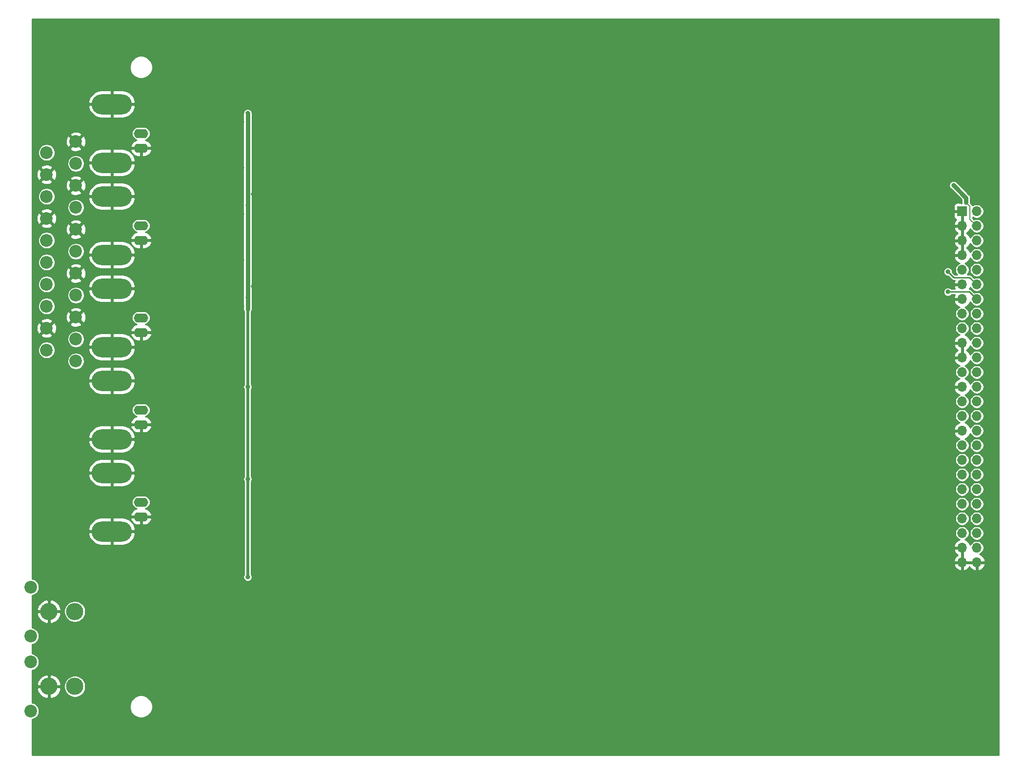
<source format=gbr>
G04 #@! TF.GenerationSoftware,KiCad,Pcbnew,(5.1.5)-2*
G04 #@! TF.CreationDate,2020-03-12T22:48:03+13:00*
G04 #@! TF.ProjectId,JVCard,4a564361-7264-42e6-9b69-6361645f7063,rev?*
G04 #@! TF.SameCoordinates,Original*
G04 #@! TF.FileFunction,Copper,L2,Bot*
G04 #@! TF.FilePolarity,Positive*
%FSLAX46Y46*%
G04 Gerber Fmt 4.6, Leading zero omitted, Abs format (unit mm)*
G04 Created by KiCad (PCBNEW (5.1.5)-2) date 2020-03-12 22:48:03*
%MOMM*%
%LPD*%
G04 APERTURE LIST*
%ADD10C,2.200000*%
%ADD11O,2.500000X1.600000*%
%ADD12O,7.000000X3.500000*%
%ADD13O,3.000000X3.000000*%
%ADD14O,1.700000X1.700000*%
%ADD15R,1.700000X1.700000*%
%ADD16C,0.800000*%
%ADD17C,0.800000*%
%ADD18C,0.500000*%
%ADD19C,0.250000*%
%ADD20C,0.200000*%
%ADD21C,0.254000*%
G04 APERTURE END LIST*
D10*
X-51320000Y-70515000D03*
X-51320000Y-32415000D03*
X-56400000Y-38130000D03*
X-51320000Y-36225000D03*
X-56400000Y-41940000D03*
X-51320000Y-40035000D03*
X-56400000Y-45750000D03*
X-51320000Y-43845000D03*
X-56400000Y-34320000D03*
X-51320000Y-47655000D03*
X-56400000Y-49560000D03*
X-51320000Y-51465000D03*
X-56400000Y-53370000D03*
X-51320000Y-55275000D03*
X-56400000Y-57180000D03*
X-51320000Y-59085000D03*
X-56400000Y-60990000D03*
X-51320000Y-62895000D03*
X-56400000Y-64800000D03*
X-51320000Y-66705000D03*
X-56400000Y-68610000D03*
D11*
X-40000000Y-97540000D03*
X-40000000Y-95000000D03*
D12*
X-45080000Y-89920000D03*
X-45080000Y-100080000D03*
D10*
X-59150000Y-131250000D03*
X-59150000Y-122750000D03*
D13*
X-56000000Y-127000000D03*
X-51500000Y-127000000D03*
D11*
X-40000000Y-33540000D03*
X-40000000Y-31000000D03*
D12*
X-45080000Y-25920000D03*
X-45080000Y-36080000D03*
D10*
X-59150000Y-118250000D03*
X-59150000Y-109750000D03*
D13*
X-56000000Y-114000000D03*
X-51500000Y-114000000D03*
D11*
X-40000000Y-81540000D03*
X-40000000Y-79000000D03*
D12*
X-45080000Y-73920000D03*
X-45080000Y-84080000D03*
D11*
X-40000000Y-49540000D03*
X-40000000Y-47000000D03*
D12*
X-45080000Y-41920000D03*
X-45080000Y-52080000D03*
D11*
X-40000000Y-65540000D03*
X-40000000Y-63000000D03*
D12*
X-45080000Y-57920000D03*
X-45080000Y-68080000D03*
D14*
X105040000Y-105460000D03*
X102500000Y-105460000D03*
X105040000Y-102920000D03*
X102500000Y-102920000D03*
X105040000Y-100380000D03*
X102500000Y-100380000D03*
X105040000Y-97840000D03*
X102500000Y-97840000D03*
X105040000Y-95300000D03*
X102500000Y-95300000D03*
X105040000Y-92760000D03*
X102500000Y-92760000D03*
X105040000Y-90220000D03*
X102500000Y-90220000D03*
X105040000Y-87680000D03*
X102500000Y-87680000D03*
X105040000Y-85140000D03*
X102500000Y-85140000D03*
X105040000Y-82600000D03*
X102500000Y-82600000D03*
X105040000Y-80060000D03*
X102500000Y-80060000D03*
X105040000Y-77520000D03*
X102500000Y-77520000D03*
X105040000Y-74980000D03*
X102500000Y-74980000D03*
X105040000Y-72440000D03*
X102500000Y-72440000D03*
X105040000Y-69900000D03*
X102500000Y-69900000D03*
X105040000Y-67360000D03*
X102500000Y-67360000D03*
X105040000Y-64820000D03*
X102500000Y-64820000D03*
X105040000Y-62280000D03*
X102500000Y-62280000D03*
X105040000Y-59740000D03*
X102500000Y-59740000D03*
X105040000Y-57200000D03*
X102500000Y-57200000D03*
X105040000Y-54660000D03*
X102500000Y-54660000D03*
X105040000Y-52120000D03*
X102500000Y-52120000D03*
X105040000Y-49580000D03*
X102500000Y-49580000D03*
X105040000Y-47040000D03*
X102500000Y-47040000D03*
X105040000Y-44500000D03*
D15*
X102500000Y-44500000D03*
D16*
X-20000000Y-50500000D03*
X-17000000Y-50500000D03*
X-31500000Y-53000000D03*
X-34000000Y-45500000D03*
X-25000000Y-55000000D03*
X-22500000Y-45000000D03*
X-34000000Y-51000000D03*
X-20500000Y-41500000D03*
X-22500000Y-53000000D03*
X-27000000Y-45500000D03*
X-20000000Y-66500000D03*
X-17000000Y-66500000D03*
X-31500000Y-69000000D03*
X-34000000Y-61500000D03*
X-25000000Y-71000000D03*
X-22500000Y-61000000D03*
X-34000000Y-67000000D03*
X-20500000Y-57500000D03*
X-22500000Y-69000000D03*
X-27000000Y-61500000D03*
X-23000000Y-82500000D03*
X-19000000Y-82500000D03*
X-31500000Y-85500000D03*
X-34000000Y-77500000D03*
X-24500000Y-77000000D03*
X-34000000Y-83000000D03*
X-24500000Y-85000000D03*
X-29000000Y-77500000D03*
X-23000000Y-98500000D03*
X-19000000Y-98500000D03*
X-34000000Y-93500000D03*
X-31500000Y-101500000D03*
X-34000000Y-99000000D03*
X-24500000Y-93000000D03*
X-29000000Y-93500000D03*
X-24500000Y-101000000D03*
X-14000000Y-91000000D03*
X-40000000Y-117500000D03*
X-36000000Y-117500000D03*
X-48500000Y-120500000D03*
X-41500000Y-112000000D03*
X-46000000Y-112500000D03*
X-41500000Y-120000000D03*
X-31000000Y-110000000D03*
X105500000Y-41000000D03*
X102500000Y-39000000D03*
X99500000Y-37000000D03*
X99500000Y-42000000D03*
X99500000Y-52000000D03*
X99500000Y-26000000D03*
X102500000Y-24000000D03*
X105500000Y-22000000D03*
X99000000Y-15500000D03*
X97000000Y-18500000D03*
X95000000Y-21500000D03*
X93000000Y-24500000D03*
X96500000Y-28000000D03*
X101000000Y-12500000D03*
X108500000Y-20000000D03*
X9000000Y-15500000D03*
X7000000Y-12500000D03*
X11000000Y-18500000D03*
X13000000Y-21500000D03*
X15000000Y-24500000D03*
X5000000Y-29500000D03*
X2500000Y-27000000D03*
X0Y-24500000D03*
X-2500000Y-22000000D03*
X7500000Y-32000000D03*
X-9500000Y-29500000D03*
X-8000000Y-32500000D03*
X-6000000Y-35500000D03*
X-2000000Y-37500000D03*
X2000000Y-38000000D03*
X35500000Y-12500000D03*
X35500000Y-15500000D03*
X35500000Y-18500000D03*
X35500000Y-21500000D03*
X35500000Y-24500000D03*
X70000000Y-12500000D03*
X70000000Y-15500000D03*
X70000000Y-18500000D03*
X70000000Y-21500000D03*
X70000000Y-24500000D03*
X70000000Y-27500000D03*
X35500000Y-27500000D03*
X17000000Y-27500000D03*
X10000000Y-34500000D03*
X6500000Y-38000000D03*
X-6000000Y-44500000D03*
X-2000000Y-46500000D03*
X2000000Y-48500000D03*
X2000000Y-57500000D03*
X-2000000Y-56000000D03*
X-6000000Y-54500000D03*
X-2000000Y-66000000D03*
X2000000Y-67500000D03*
X2000000Y-80000000D03*
X6000000Y-80000000D03*
X6000000Y-69000000D03*
X6000000Y-59000000D03*
X6000000Y-50500000D03*
X-14000000Y-75000000D03*
X-12000000Y-59000000D03*
X-12000000Y-43000000D03*
X-12000000Y-27000000D03*
X-17000000Y-34500000D03*
X-20000000Y-34500000D03*
X-31500000Y-37000000D03*
X-34000000Y-35000000D03*
X-34000000Y-29500000D03*
X-27000000Y-29500000D03*
X-22500000Y-29000000D03*
X-20500000Y-25500000D03*
X-22500000Y-37000000D03*
X-25000000Y-39000000D03*
X-55000000Y-101000000D03*
X-55000000Y-70500000D03*
X-55000000Y-82000000D03*
X-58500000Y-82000000D03*
X-58500000Y-101000000D03*
X-52000000Y-100500000D03*
X-52000000Y-82000000D03*
X-51500000Y-73000000D03*
X-58000000Y-70500000D03*
X-54000000Y-111500000D03*
X-49500000Y-112000000D03*
X93500000Y-29500000D03*
X91500000Y-27500000D03*
X96500000Y-37000000D03*
X96500000Y-52000000D03*
X93500000Y-52000000D03*
X93500000Y-37000000D03*
X-10500000Y-93000000D03*
X-9500000Y-96500000D03*
X-1500000Y-89000000D03*
X-4500000Y-87000000D03*
X-9000000Y-80500000D03*
X-10500000Y-77000000D03*
X-5500000Y-72000000D03*
X-3000000Y-74500000D03*
X-8500000Y-64000000D03*
X-10000000Y-113000000D03*
X-3500000Y-112500000D03*
X-13500000Y-110500000D03*
X-23000000Y-106500000D03*
X-23000000Y-109500000D03*
X-19000000Y-106000000D03*
X-19000000Y-110000000D03*
X-10500000Y-118000000D03*
X-1500000Y-120500000D03*
X-3500000Y-124500000D03*
X-22000000Y-112000000D03*
X-23500000Y-116000000D03*
X-3000000Y-131000000D03*
X-5000000Y-134000000D03*
X81000000Y-131000000D03*
X83000000Y-134000000D03*
X77500000Y-121000000D03*
X79500000Y-124000000D03*
X100500000Y-99500000D03*
X100500000Y-95000000D03*
X96500000Y-99500000D03*
X99000000Y-104000000D03*
X93000000Y-106000000D03*
X90000000Y-113000000D03*
X105000000Y-107500000D03*
X100000000Y-112500000D03*
X102000000Y-114500000D03*
X107000000Y-109500000D03*
X92500000Y-120000000D03*
X94500000Y-122000000D03*
X38500000Y-121000000D03*
X38500000Y-124000000D03*
X38500000Y-131000000D03*
X38500000Y-134000000D03*
X-58000000Y-12000000D03*
X-58000000Y-138000000D03*
X108000000Y-138000000D03*
X108000000Y-12000000D03*
X-40000000Y-11500000D03*
X-40000000Y-138000000D03*
X-21500000Y-75000000D03*
X-21500000Y-43500000D03*
X-21500000Y-91000000D03*
X-21500000Y-59500000D03*
X-21500000Y-27500000D03*
X-21500000Y-108000000D03*
X100000000Y-58500000D03*
X100000000Y-55000000D03*
X101000000Y-40000000D03*
D17*
X-21500000Y-57980002D02*
X-21500000Y-43500000D01*
X-21500000Y-61480002D02*
X-21500000Y-59500000D01*
X-21500000Y-59500000D02*
X-21500000Y-57980002D01*
X-21500000Y-28065685D02*
X-21500000Y-27500000D01*
X-21500000Y-43500000D02*
X-21500000Y-28065685D01*
D18*
X-21500000Y-108000000D02*
X-21500000Y-91000000D01*
X-21500000Y-75000000D02*
X-21500000Y-59500000D01*
X-21500000Y-75000000D02*
X-21500000Y-91000000D01*
D19*
X103740000Y-58500000D02*
X105000000Y-59760000D01*
X100000000Y-58500000D02*
X103740000Y-58500000D01*
X100000000Y-55000000D02*
X101000000Y-56000000D01*
X103780000Y-56000000D02*
X105000000Y-57220000D01*
X101000000Y-56000000D02*
X103780000Y-56000000D01*
D20*
X103849999Y-43669997D02*
X103180002Y-43000000D01*
X105000000Y-47060000D02*
X103849999Y-45909999D01*
X103849999Y-45909999D02*
X103849999Y-43669997D01*
D17*
X103180002Y-42180002D02*
X101000000Y-40000000D01*
X103180002Y-43000000D02*
X103180002Y-42180002D01*
D21*
G36*
X108873000Y-138873000D02*
G01*
X-58873000Y-138873000D01*
X-58873000Y-132700838D01*
X-58719175Y-132670240D01*
X-58450378Y-132558901D01*
X-58208467Y-132397261D01*
X-58002739Y-132191533D01*
X-57841099Y-131949622D01*
X-57729760Y-131680825D01*
X-57673000Y-131395472D01*
X-57673000Y-131104528D01*
X-57729760Y-130819175D01*
X-57841099Y-130550378D01*
X-58002739Y-130308467D01*
X-58005924Y-130305282D01*
X-41977000Y-130305282D01*
X-41977000Y-130694718D01*
X-41901025Y-131076670D01*
X-41751995Y-131436461D01*
X-41535636Y-131760264D01*
X-41260264Y-132035636D01*
X-40936461Y-132251995D01*
X-40576670Y-132401025D01*
X-40194718Y-132477000D01*
X-39805282Y-132477000D01*
X-39423330Y-132401025D01*
X-39063539Y-132251995D01*
X-38739736Y-132035636D01*
X-38464364Y-131760264D01*
X-38248005Y-131436461D01*
X-38098975Y-131076670D01*
X-38023000Y-130694718D01*
X-38023000Y-130305282D01*
X-38098975Y-129923330D01*
X-38248005Y-129563539D01*
X-38464364Y-129239736D01*
X-38739736Y-128964364D01*
X-39063539Y-128748005D01*
X-39423330Y-128598975D01*
X-39805282Y-128523000D01*
X-40194718Y-128523000D01*
X-40576670Y-128598975D01*
X-40936461Y-128748005D01*
X-41260264Y-128964364D01*
X-41535636Y-129239736D01*
X-41751995Y-129563539D01*
X-41901025Y-129923330D01*
X-41977000Y-130305282D01*
X-58005924Y-130305282D01*
X-58208467Y-130102739D01*
X-58450378Y-129941099D01*
X-58719175Y-129829760D01*
X-58873000Y-129799162D01*
X-58873000Y-127458833D01*
X-58085117Y-127458833D01*
X-57955538Y-127856803D01*
X-57750809Y-128221846D01*
X-57478797Y-128539934D01*
X-57149956Y-128798844D01*
X-56776923Y-128988625D01*
X-56458833Y-129085113D01*
X-56127000Y-128972165D01*
X-56127000Y-127127000D01*
X-55873000Y-127127000D01*
X-55873000Y-128972165D01*
X-55541167Y-129085113D01*
X-55223077Y-128988625D01*
X-54850044Y-128798844D01*
X-54521203Y-128539934D01*
X-54249191Y-128221846D01*
X-54044462Y-127856803D01*
X-53914883Y-127458833D01*
X-54027527Y-127127000D01*
X-55873000Y-127127000D01*
X-56127000Y-127127000D01*
X-57972473Y-127127000D01*
X-58085117Y-127458833D01*
X-58873000Y-127458833D01*
X-58873000Y-126541167D01*
X-58085117Y-126541167D01*
X-57972473Y-126873000D01*
X-56127000Y-126873000D01*
X-56127000Y-125027835D01*
X-55873000Y-125027835D01*
X-55873000Y-126873000D01*
X-54027527Y-126873000D01*
X-54007884Y-126815132D01*
X-53377000Y-126815132D01*
X-53377000Y-127184868D01*
X-53304868Y-127547501D01*
X-53163376Y-127889093D01*
X-52957961Y-128196518D01*
X-52696518Y-128457961D01*
X-52389093Y-128663376D01*
X-52047501Y-128804868D01*
X-51684868Y-128877000D01*
X-51315132Y-128877000D01*
X-50952499Y-128804868D01*
X-50610907Y-128663376D01*
X-50303482Y-128457961D01*
X-50042039Y-128196518D01*
X-49836624Y-127889093D01*
X-49695132Y-127547501D01*
X-49623000Y-127184868D01*
X-49623000Y-126815132D01*
X-49695132Y-126452499D01*
X-49836624Y-126110907D01*
X-50042039Y-125803482D01*
X-50303482Y-125542039D01*
X-50610907Y-125336624D01*
X-50952499Y-125195132D01*
X-51315132Y-125123000D01*
X-51684868Y-125123000D01*
X-52047501Y-125195132D01*
X-52389093Y-125336624D01*
X-52696518Y-125542039D01*
X-52957961Y-125803482D01*
X-53163376Y-126110907D01*
X-53304868Y-126452499D01*
X-53377000Y-126815132D01*
X-54007884Y-126815132D01*
X-53914883Y-126541167D01*
X-54044462Y-126143197D01*
X-54249191Y-125778154D01*
X-54521203Y-125460066D01*
X-54850044Y-125201156D01*
X-55223077Y-125011375D01*
X-55541167Y-124914887D01*
X-55873000Y-125027835D01*
X-56127000Y-125027835D01*
X-56458833Y-124914887D01*
X-56776923Y-125011375D01*
X-57149956Y-125201156D01*
X-57478797Y-125460066D01*
X-57750809Y-125778154D01*
X-57955538Y-126143197D01*
X-58085117Y-126541167D01*
X-58873000Y-126541167D01*
X-58873000Y-124200838D01*
X-58719175Y-124170240D01*
X-58450378Y-124058901D01*
X-58208467Y-123897261D01*
X-58002739Y-123691533D01*
X-57841099Y-123449622D01*
X-57729760Y-123180825D01*
X-57673000Y-122895472D01*
X-57673000Y-122604528D01*
X-57729760Y-122319175D01*
X-57841099Y-122050378D01*
X-58002739Y-121808467D01*
X-58208467Y-121602739D01*
X-58450378Y-121441099D01*
X-58719175Y-121329760D01*
X-58873000Y-121299162D01*
X-58873000Y-119700838D01*
X-58719175Y-119670240D01*
X-58450378Y-119558901D01*
X-58208467Y-119397261D01*
X-58002739Y-119191533D01*
X-57841099Y-118949622D01*
X-57729760Y-118680825D01*
X-57673000Y-118395472D01*
X-57673000Y-118104528D01*
X-57729760Y-117819175D01*
X-57841099Y-117550378D01*
X-58002739Y-117308467D01*
X-58208467Y-117102739D01*
X-58450378Y-116941099D01*
X-58719175Y-116829760D01*
X-58873000Y-116799162D01*
X-58873000Y-114458833D01*
X-58085117Y-114458833D01*
X-57955538Y-114856803D01*
X-57750809Y-115221846D01*
X-57478797Y-115539934D01*
X-57149956Y-115798844D01*
X-56776923Y-115988625D01*
X-56458833Y-116085113D01*
X-56127000Y-115972165D01*
X-56127000Y-114127000D01*
X-55873000Y-114127000D01*
X-55873000Y-115972165D01*
X-55541167Y-116085113D01*
X-55223077Y-115988625D01*
X-54850044Y-115798844D01*
X-54521203Y-115539934D01*
X-54249191Y-115221846D01*
X-54044462Y-114856803D01*
X-53914883Y-114458833D01*
X-54027527Y-114127000D01*
X-55873000Y-114127000D01*
X-56127000Y-114127000D01*
X-57972473Y-114127000D01*
X-58085117Y-114458833D01*
X-58873000Y-114458833D01*
X-58873000Y-113541167D01*
X-58085117Y-113541167D01*
X-57972473Y-113873000D01*
X-56127000Y-113873000D01*
X-56127000Y-112027835D01*
X-55873000Y-112027835D01*
X-55873000Y-113873000D01*
X-54027527Y-113873000D01*
X-54007884Y-113815132D01*
X-53377000Y-113815132D01*
X-53377000Y-114184868D01*
X-53304868Y-114547501D01*
X-53163376Y-114889093D01*
X-52957961Y-115196518D01*
X-52696518Y-115457961D01*
X-52389093Y-115663376D01*
X-52047501Y-115804868D01*
X-51684868Y-115877000D01*
X-51315132Y-115877000D01*
X-50952499Y-115804868D01*
X-50610907Y-115663376D01*
X-50303482Y-115457961D01*
X-50042039Y-115196518D01*
X-49836624Y-114889093D01*
X-49695132Y-114547501D01*
X-49623000Y-114184868D01*
X-49623000Y-113815132D01*
X-49695132Y-113452499D01*
X-49836624Y-113110907D01*
X-50042039Y-112803482D01*
X-50303482Y-112542039D01*
X-50610907Y-112336624D01*
X-50952499Y-112195132D01*
X-51315132Y-112123000D01*
X-51684868Y-112123000D01*
X-52047501Y-112195132D01*
X-52389093Y-112336624D01*
X-52696518Y-112542039D01*
X-52957961Y-112803482D01*
X-53163376Y-113110907D01*
X-53304868Y-113452499D01*
X-53377000Y-113815132D01*
X-54007884Y-113815132D01*
X-53914883Y-113541167D01*
X-54044462Y-113143197D01*
X-54249191Y-112778154D01*
X-54521203Y-112460066D01*
X-54850044Y-112201156D01*
X-55223077Y-112011375D01*
X-55541167Y-111914887D01*
X-55873000Y-112027835D01*
X-56127000Y-112027835D01*
X-56458833Y-111914887D01*
X-56776923Y-112011375D01*
X-57149956Y-112201156D01*
X-57478797Y-112460066D01*
X-57750809Y-112778154D01*
X-57955538Y-113143197D01*
X-58085117Y-113541167D01*
X-58873000Y-113541167D01*
X-58873000Y-111200838D01*
X-58719175Y-111170240D01*
X-58450378Y-111058901D01*
X-58208467Y-110897261D01*
X-58002739Y-110691533D01*
X-57841099Y-110449622D01*
X-57729760Y-110180825D01*
X-57673000Y-109895472D01*
X-57673000Y-109604528D01*
X-57729760Y-109319175D01*
X-57841099Y-109050378D01*
X-58002739Y-108808467D01*
X-58208467Y-108602739D01*
X-58450378Y-108441099D01*
X-58719175Y-108329760D01*
X-58873000Y-108299162D01*
X-58873000Y-100578003D01*
X-49162427Y-100578003D01*
X-49082053Y-100875368D01*
X-48883612Y-101299439D01*
X-48606252Y-101676648D01*
X-48260631Y-101992498D01*
X-47860032Y-102234852D01*
X-47419850Y-102394396D01*
X-46957000Y-102465000D01*
X-45207000Y-102465000D01*
X-45207000Y-100207000D01*
X-44953000Y-100207000D01*
X-44953000Y-102465000D01*
X-43203000Y-102465000D01*
X-42740150Y-102394396D01*
X-42299968Y-102234852D01*
X-41899369Y-101992498D01*
X-41553748Y-101676648D01*
X-41276388Y-101299439D01*
X-41077947Y-100875368D01*
X-40997573Y-100578003D01*
X-41107375Y-100207000D01*
X-44953000Y-100207000D01*
X-45207000Y-100207000D01*
X-49052625Y-100207000D01*
X-49162427Y-100578003D01*
X-58873000Y-100578003D01*
X-58873000Y-99581997D01*
X-49162427Y-99581997D01*
X-49052625Y-99953000D01*
X-45207000Y-99953000D01*
X-45207000Y-97695000D01*
X-44953000Y-97695000D01*
X-44953000Y-99953000D01*
X-41107375Y-99953000D01*
X-40997573Y-99581997D01*
X-41077947Y-99284632D01*
X-41276388Y-98860561D01*
X-41553748Y-98483352D01*
X-41899369Y-98167502D01*
X-42299968Y-97925148D01*
X-42399592Y-97889039D01*
X-41841904Y-97889039D01*
X-41824367Y-97971818D01*
X-41713715Y-98231646D01*
X-41554500Y-98464895D01*
X-41352839Y-98662601D01*
X-41116483Y-98817166D01*
X-40854514Y-98922650D01*
X-40577000Y-98975000D01*
X-40127000Y-98975000D01*
X-40127000Y-97667000D01*
X-39873000Y-97667000D01*
X-39873000Y-98975000D01*
X-39423000Y-98975000D01*
X-39145486Y-98922650D01*
X-38883517Y-98817166D01*
X-38647161Y-98662601D01*
X-38445500Y-98464895D01*
X-38286285Y-98231646D01*
X-38175633Y-97971818D01*
X-38158096Y-97889039D01*
X-38280085Y-97667000D01*
X-39873000Y-97667000D01*
X-40127000Y-97667000D01*
X-41719915Y-97667000D01*
X-41841904Y-97889039D01*
X-42399592Y-97889039D01*
X-42740150Y-97765604D01*
X-43203000Y-97695000D01*
X-44953000Y-97695000D01*
X-45207000Y-97695000D01*
X-46957000Y-97695000D01*
X-47419850Y-97765604D01*
X-47860032Y-97925148D01*
X-48260631Y-98167502D01*
X-48606252Y-98483352D01*
X-48883612Y-98860561D01*
X-49082053Y-99284632D01*
X-49162427Y-99581997D01*
X-58873000Y-99581997D01*
X-58873000Y-97190961D01*
X-41841904Y-97190961D01*
X-41719915Y-97413000D01*
X-40127000Y-97413000D01*
X-40127000Y-97393000D01*
X-39873000Y-97393000D01*
X-39873000Y-97413000D01*
X-38280085Y-97413000D01*
X-38158096Y-97190961D01*
X-38175633Y-97108182D01*
X-38286285Y-96848354D01*
X-38445500Y-96615105D01*
X-38647161Y-96417399D01*
X-38883517Y-96262834D01*
X-39145486Y-96157350D01*
X-39247312Y-96138142D01*
X-39097403Y-96092667D01*
X-38892930Y-95983374D01*
X-38713709Y-95836291D01*
X-38566626Y-95657070D01*
X-38457333Y-95452597D01*
X-38390031Y-95230732D01*
X-38367306Y-95000000D01*
X-38390031Y-94769268D01*
X-38457333Y-94547403D01*
X-38566626Y-94342930D01*
X-38713709Y-94163709D01*
X-38892930Y-94016626D01*
X-39097403Y-93907333D01*
X-39319268Y-93840031D01*
X-39492188Y-93823000D01*
X-40507812Y-93823000D01*
X-40680732Y-93840031D01*
X-40902597Y-93907333D01*
X-41107070Y-94016626D01*
X-41286291Y-94163709D01*
X-41433374Y-94342930D01*
X-41542667Y-94547403D01*
X-41609969Y-94769268D01*
X-41632694Y-95000000D01*
X-41609969Y-95230732D01*
X-41542667Y-95452597D01*
X-41433374Y-95657070D01*
X-41286291Y-95836291D01*
X-41107070Y-95983374D01*
X-40902597Y-96092667D01*
X-40752688Y-96138142D01*
X-40854514Y-96157350D01*
X-41116483Y-96262834D01*
X-41352839Y-96417399D01*
X-41554500Y-96615105D01*
X-41713715Y-96848354D01*
X-41824367Y-97108182D01*
X-41841904Y-97190961D01*
X-58873000Y-97190961D01*
X-58873000Y-90418003D01*
X-49162427Y-90418003D01*
X-49082053Y-90715368D01*
X-48883612Y-91139439D01*
X-48606252Y-91516648D01*
X-48260631Y-91832498D01*
X-47860032Y-92074852D01*
X-47419850Y-92234396D01*
X-46957000Y-92305000D01*
X-45207000Y-92305000D01*
X-45207000Y-90047000D01*
X-44953000Y-90047000D01*
X-44953000Y-92305000D01*
X-43203000Y-92305000D01*
X-42740150Y-92234396D01*
X-42299968Y-92074852D01*
X-41899369Y-91832498D01*
X-41553748Y-91516648D01*
X-41276388Y-91139439D01*
X-41077947Y-90715368D01*
X-40997573Y-90418003D01*
X-41107375Y-90047000D01*
X-44953000Y-90047000D01*
X-45207000Y-90047000D01*
X-49052625Y-90047000D01*
X-49162427Y-90418003D01*
X-58873000Y-90418003D01*
X-58873000Y-89421997D01*
X-49162427Y-89421997D01*
X-49052625Y-89793000D01*
X-45207000Y-89793000D01*
X-45207000Y-87535000D01*
X-44953000Y-87535000D01*
X-44953000Y-89793000D01*
X-41107375Y-89793000D01*
X-40997573Y-89421997D01*
X-41077947Y-89124632D01*
X-41276388Y-88700561D01*
X-41553748Y-88323352D01*
X-41899369Y-88007502D01*
X-42299968Y-87765148D01*
X-42740150Y-87605604D01*
X-43203000Y-87535000D01*
X-44953000Y-87535000D01*
X-45207000Y-87535000D01*
X-46957000Y-87535000D01*
X-47419850Y-87605604D01*
X-47860032Y-87765148D01*
X-48260631Y-88007502D01*
X-48606252Y-88323352D01*
X-48883612Y-88700561D01*
X-49082053Y-89124632D01*
X-49162427Y-89421997D01*
X-58873000Y-89421997D01*
X-58873000Y-84578003D01*
X-49162427Y-84578003D01*
X-49082053Y-84875368D01*
X-48883612Y-85299439D01*
X-48606252Y-85676648D01*
X-48260631Y-85992498D01*
X-47860032Y-86234852D01*
X-47419850Y-86394396D01*
X-46957000Y-86465000D01*
X-45207000Y-86465000D01*
X-45207000Y-84207000D01*
X-44953000Y-84207000D01*
X-44953000Y-86465000D01*
X-43203000Y-86465000D01*
X-42740150Y-86394396D01*
X-42299968Y-86234852D01*
X-41899369Y-85992498D01*
X-41553748Y-85676648D01*
X-41276388Y-85299439D01*
X-41077947Y-84875368D01*
X-40997573Y-84578003D01*
X-41107375Y-84207000D01*
X-44953000Y-84207000D01*
X-45207000Y-84207000D01*
X-49052625Y-84207000D01*
X-49162427Y-84578003D01*
X-58873000Y-84578003D01*
X-58873000Y-83581997D01*
X-49162427Y-83581997D01*
X-49052625Y-83953000D01*
X-45207000Y-83953000D01*
X-45207000Y-81695000D01*
X-44953000Y-81695000D01*
X-44953000Y-83953000D01*
X-41107375Y-83953000D01*
X-40997573Y-83581997D01*
X-41077947Y-83284632D01*
X-41276388Y-82860561D01*
X-41553748Y-82483352D01*
X-41899369Y-82167502D01*
X-42299968Y-81925148D01*
X-42399592Y-81889039D01*
X-41841904Y-81889039D01*
X-41824367Y-81971818D01*
X-41713715Y-82231646D01*
X-41554500Y-82464895D01*
X-41352839Y-82662601D01*
X-41116483Y-82817166D01*
X-40854514Y-82922650D01*
X-40577000Y-82975000D01*
X-40127000Y-82975000D01*
X-40127000Y-81667000D01*
X-39873000Y-81667000D01*
X-39873000Y-82975000D01*
X-39423000Y-82975000D01*
X-39145486Y-82922650D01*
X-38883517Y-82817166D01*
X-38647161Y-82662601D01*
X-38445500Y-82464895D01*
X-38286285Y-82231646D01*
X-38175633Y-81971818D01*
X-38158096Y-81889039D01*
X-38280085Y-81667000D01*
X-39873000Y-81667000D01*
X-40127000Y-81667000D01*
X-41719915Y-81667000D01*
X-41841904Y-81889039D01*
X-42399592Y-81889039D01*
X-42740150Y-81765604D01*
X-43203000Y-81695000D01*
X-44953000Y-81695000D01*
X-45207000Y-81695000D01*
X-46957000Y-81695000D01*
X-47419850Y-81765604D01*
X-47860032Y-81925148D01*
X-48260631Y-82167502D01*
X-48606252Y-82483352D01*
X-48883612Y-82860561D01*
X-49082053Y-83284632D01*
X-49162427Y-83581997D01*
X-58873000Y-83581997D01*
X-58873000Y-81190961D01*
X-41841904Y-81190961D01*
X-41719915Y-81413000D01*
X-40127000Y-81413000D01*
X-40127000Y-81393000D01*
X-39873000Y-81393000D01*
X-39873000Y-81413000D01*
X-38280085Y-81413000D01*
X-38158096Y-81190961D01*
X-38175633Y-81108182D01*
X-38286285Y-80848354D01*
X-38445500Y-80615105D01*
X-38647161Y-80417399D01*
X-38883517Y-80262834D01*
X-39145486Y-80157350D01*
X-39247312Y-80138142D01*
X-39097403Y-80092667D01*
X-38892930Y-79983374D01*
X-38713709Y-79836291D01*
X-38566626Y-79657070D01*
X-38457333Y-79452597D01*
X-38390031Y-79230732D01*
X-38367306Y-79000000D01*
X-38390031Y-78769268D01*
X-38457333Y-78547403D01*
X-38566626Y-78342930D01*
X-38713709Y-78163709D01*
X-38892930Y-78016626D01*
X-39097403Y-77907333D01*
X-39319268Y-77840031D01*
X-39492188Y-77823000D01*
X-40507812Y-77823000D01*
X-40680732Y-77840031D01*
X-40902597Y-77907333D01*
X-41107070Y-78016626D01*
X-41286291Y-78163709D01*
X-41433374Y-78342930D01*
X-41542667Y-78547403D01*
X-41609969Y-78769268D01*
X-41632694Y-79000000D01*
X-41609969Y-79230732D01*
X-41542667Y-79452597D01*
X-41433374Y-79657070D01*
X-41286291Y-79836291D01*
X-41107070Y-79983374D01*
X-40902597Y-80092667D01*
X-40752688Y-80138142D01*
X-40854514Y-80157350D01*
X-41116483Y-80262834D01*
X-41352839Y-80417399D01*
X-41554500Y-80615105D01*
X-41713715Y-80848354D01*
X-41824367Y-81108182D01*
X-41841904Y-81190961D01*
X-58873000Y-81190961D01*
X-58873000Y-74418003D01*
X-49162427Y-74418003D01*
X-49082053Y-74715368D01*
X-48883612Y-75139439D01*
X-48606252Y-75516648D01*
X-48260631Y-75832498D01*
X-47860032Y-76074852D01*
X-47419850Y-76234396D01*
X-46957000Y-76305000D01*
X-45207000Y-76305000D01*
X-45207000Y-74047000D01*
X-44953000Y-74047000D01*
X-44953000Y-76305000D01*
X-43203000Y-76305000D01*
X-42740150Y-76234396D01*
X-42299968Y-76074852D01*
X-41899369Y-75832498D01*
X-41553748Y-75516648D01*
X-41276388Y-75139439D01*
X-41077947Y-74715368D01*
X-40997573Y-74418003D01*
X-41107375Y-74047000D01*
X-44953000Y-74047000D01*
X-45207000Y-74047000D01*
X-49052625Y-74047000D01*
X-49162427Y-74418003D01*
X-58873000Y-74418003D01*
X-58873000Y-73421997D01*
X-49162427Y-73421997D01*
X-49052625Y-73793000D01*
X-45207000Y-73793000D01*
X-45207000Y-71535000D01*
X-44953000Y-71535000D01*
X-44953000Y-73793000D01*
X-41107375Y-73793000D01*
X-40997573Y-73421997D01*
X-41077947Y-73124632D01*
X-41276388Y-72700561D01*
X-41553748Y-72323352D01*
X-41899369Y-72007502D01*
X-42299968Y-71765148D01*
X-42740150Y-71605604D01*
X-43203000Y-71535000D01*
X-44953000Y-71535000D01*
X-45207000Y-71535000D01*
X-46957000Y-71535000D01*
X-47419850Y-71605604D01*
X-47860032Y-71765148D01*
X-48260631Y-72007502D01*
X-48606252Y-72323352D01*
X-48883612Y-72700561D01*
X-49082053Y-73124632D01*
X-49162427Y-73421997D01*
X-58873000Y-73421997D01*
X-58873000Y-70369528D01*
X-52797000Y-70369528D01*
X-52797000Y-70660472D01*
X-52740240Y-70945825D01*
X-52628901Y-71214622D01*
X-52467261Y-71456533D01*
X-52261533Y-71662261D01*
X-52019622Y-71823901D01*
X-51750825Y-71935240D01*
X-51465472Y-71992000D01*
X-51174528Y-71992000D01*
X-50889175Y-71935240D01*
X-50620378Y-71823901D01*
X-50378467Y-71662261D01*
X-50172739Y-71456533D01*
X-50011099Y-71214622D01*
X-49899760Y-70945825D01*
X-49843000Y-70660472D01*
X-49843000Y-70369528D01*
X-49899760Y-70084175D01*
X-50011099Y-69815378D01*
X-50172739Y-69573467D01*
X-50378467Y-69367739D01*
X-50620378Y-69206099D01*
X-50889175Y-69094760D01*
X-51174528Y-69038000D01*
X-51465472Y-69038000D01*
X-51750825Y-69094760D01*
X-52019622Y-69206099D01*
X-52261533Y-69367739D01*
X-52467261Y-69573467D01*
X-52628901Y-69815378D01*
X-52740240Y-70084175D01*
X-52797000Y-70369528D01*
X-58873000Y-70369528D01*
X-58873000Y-68464528D01*
X-57877000Y-68464528D01*
X-57877000Y-68755472D01*
X-57820240Y-69040825D01*
X-57708901Y-69309622D01*
X-57547261Y-69551533D01*
X-57341533Y-69757261D01*
X-57099622Y-69918901D01*
X-56830825Y-70030240D01*
X-56545472Y-70087000D01*
X-56254528Y-70087000D01*
X-55969175Y-70030240D01*
X-55700378Y-69918901D01*
X-55458467Y-69757261D01*
X-55252739Y-69551533D01*
X-55091099Y-69309622D01*
X-54979760Y-69040825D01*
X-54923000Y-68755472D01*
X-54923000Y-68578003D01*
X-49162427Y-68578003D01*
X-49082053Y-68875368D01*
X-48883612Y-69299439D01*
X-48606252Y-69676648D01*
X-48260631Y-69992498D01*
X-47860032Y-70234852D01*
X-47419850Y-70394396D01*
X-46957000Y-70465000D01*
X-45207000Y-70465000D01*
X-45207000Y-68207000D01*
X-44953000Y-68207000D01*
X-44953000Y-70465000D01*
X-43203000Y-70465000D01*
X-42740150Y-70394396D01*
X-42299968Y-70234852D01*
X-41899369Y-69992498D01*
X-41553748Y-69676648D01*
X-41276388Y-69299439D01*
X-41077947Y-68875368D01*
X-40997573Y-68578003D01*
X-41107375Y-68207000D01*
X-44953000Y-68207000D01*
X-45207000Y-68207000D01*
X-49052625Y-68207000D01*
X-49162427Y-68578003D01*
X-54923000Y-68578003D01*
X-54923000Y-68464528D01*
X-54979760Y-68179175D01*
X-55091099Y-67910378D01*
X-55252739Y-67668467D01*
X-55458467Y-67462739D01*
X-55700378Y-67301099D01*
X-55969175Y-67189760D01*
X-56254528Y-67133000D01*
X-56545472Y-67133000D01*
X-56830825Y-67189760D01*
X-57099622Y-67301099D01*
X-57341533Y-67462739D01*
X-57547261Y-67668467D01*
X-57708901Y-67910378D01*
X-57820240Y-68179175D01*
X-57877000Y-68464528D01*
X-58873000Y-68464528D01*
X-58873000Y-66559528D01*
X-52797000Y-66559528D01*
X-52797000Y-66850472D01*
X-52740240Y-67135825D01*
X-52628901Y-67404622D01*
X-52467261Y-67646533D01*
X-52261533Y-67852261D01*
X-52019622Y-68013901D01*
X-51750825Y-68125240D01*
X-51465472Y-68182000D01*
X-51174528Y-68182000D01*
X-50889175Y-68125240D01*
X-50620378Y-68013901D01*
X-50378467Y-67852261D01*
X-50172739Y-67646533D01*
X-50129618Y-67581997D01*
X-49162427Y-67581997D01*
X-49052625Y-67953000D01*
X-45207000Y-67953000D01*
X-45207000Y-65695000D01*
X-44953000Y-65695000D01*
X-44953000Y-67953000D01*
X-41107375Y-67953000D01*
X-40997573Y-67581997D01*
X-41077947Y-67284632D01*
X-41276388Y-66860561D01*
X-41553748Y-66483352D01*
X-41899369Y-66167502D01*
X-42299968Y-65925148D01*
X-42399592Y-65889039D01*
X-41841904Y-65889039D01*
X-41824367Y-65971818D01*
X-41713715Y-66231646D01*
X-41554500Y-66464895D01*
X-41352839Y-66662601D01*
X-41116483Y-66817166D01*
X-40854514Y-66922650D01*
X-40577000Y-66975000D01*
X-40127000Y-66975000D01*
X-40127000Y-65667000D01*
X-39873000Y-65667000D01*
X-39873000Y-66975000D01*
X-39423000Y-66975000D01*
X-39145486Y-66922650D01*
X-38883517Y-66817166D01*
X-38647161Y-66662601D01*
X-38445500Y-66464895D01*
X-38286285Y-66231646D01*
X-38175633Y-65971818D01*
X-38158096Y-65889039D01*
X-38280085Y-65667000D01*
X-39873000Y-65667000D01*
X-40127000Y-65667000D01*
X-41719915Y-65667000D01*
X-41841904Y-65889039D01*
X-42399592Y-65889039D01*
X-42740150Y-65765604D01*
X-43203000Y-65695000D01*
X-44953000Y-65695000D01*
X-45207000Y-65695000D01*
X-46957000Y-65695000D01*
X-47419850Y-65765604D01*
X-47860032Y-65925148D01*
X-48260631Y-66167502D01*
X-48606252Y-66483352D01*
X-48883612Y-66860561D01*
X-49082053Y-67284632D01*
X-49162427Y-67581997D01*
X-50129618Y-67581997D01*
X-50011099Y-67404622D01*
X-49899760Y-67135825D01*
X-49843000Y-66850472D01*
X-49843000Y-66559528D01*
X-49899760Y-66274175D01*
X-50011099Y-66005378D01*
X-50172739Y-65763467D01*
X-50378467Y-65557739D01*
X-50620378Y-65396099D01*
X-50889175Y-65284760D01*
X-51174528Y-65228000D01*
X-51465472Y-65228000D01*
X-51750825Y-65284760D01*
X-52019622Y-65396099D01*
X-52261533Y-65557739D01*
X-52467261Y-65763467D01*
X-52628901Y-66005378D01*
X-52740240Y-66274175D01*
X-52797000Y-66559528D01*
X-58873000Y-66559528D01*
X-58873000Y-66006712D01*
X-57427107Y-66006712D01*
X-57319274Y-66281338D01*
X-57012616Y-66432216D01*
X-56682415Y-66520369D01*
X-56341361Y-66542409D01*
X-56002561Y-66497489D01*
X-55679034Y-66387336D01*
X-55480726Y-66281338D01*
X-55372893Y-66006712D01*
X-56400000Y-64979605D01*
X-57427107Y-66006712D01*
X-58873000Y-66006712D01*
X-58873000Y-64858639D01*
X-58142409Y-64858639D01*
X-58097489Y-65197439D01*
X-57987336Y-65520966D01*
X-57881338Y-65719274D01*
X-57606712Y-65827107D01*
X-56579605Y-64800000D01*
X-56220395Y-64800000D01*
X-55193288Y-65827107D01*
X-54918662Y-65719274D01*
X-54767784Y-65412616D01*
X-54708610Y-65190961D01*
X-41841904Y-65190961D01*
X-41719915Y-65413000D01*
X-40127000Y-65413000D01*
X-40127000Y-65393000D01*
X-39873000Y-65393000D01*
X-39873000Y-65413000D01*
X-38280085Y-65413000D01*
X-38158096Y-65190961D01*
X-38175633Y-65108182D01*
X-38286285Y-64848354D01*
X-38445500Y-64615105D01*
X-38647161Y-64417399D01*
X-38883517Y-64262834D01*
X-39145486Y-64157350D01*
X-39247312Y-64138142D01*
X-39097403Y-64092667D01*
X-38892930Y-63983374D01*
X-38713709Y-63836291D01*
X-38566626Y-63657070D01*
X-38457333Y-63452597D01*
X-38390031Y-63230732D01*
X-38367306Y-63000000D01*
X-38390031Y-62769268D01*
X-38457333Y-62547403D01*
X-38566626Y-62342930D01*
X-38713709Y-62163709D01*
X-38892930Y-62016626D01*
X-39097403Y-61907333D01*
X-39319268Y-61840031D01*
X-39492188Y-61823000D01*
X-40507812Y-61823000D01*
X-40680732Y-61840031D01*
X-40902597Y-61907333D01*
X-41107070Y-62016626D01*
X-41286291Y-62163709D01*
X-41433374Y-62342930D01*
X-41542667Y-62547403D01*
X-41609969Y-62769268D01*
X-41632694Y-63000000D01*
X-41609969Y-63230732D01*
X-41542667Y-63452597D01*
X-41433374Y-63657070D01*
X-41286291Y-63836291D01*
X-41107070Y-63983374D01*
X-40902597Y-64092667D01*
X-40752688Y-64138142D01*
X-40854514Y-64157350D01*
X-41116483Y-64262834D01*
X-41352839Y-64417399D01*
X-41554500Y-64615105D01*
X-41713715Y-64848354D01*
X-41824367Y-65108182D01*
X-41841904Y-65190961D01*
X-54708610Y-65190961D01*
X-54679631Y-65082415D01*
X-54657591Y-64741361D01*
X-54702511Y-64402561D01*
X-54804942Y-64101712D01*
X-52347107Y-64101712D01*
X-52239274Y-64376338D01*
X-51932616Y-64527216D01*
X-51602415Y-64615369D01*
X-51261361Y-64637409D01*
X-50922561Y-64592489D01*
X-50599034Y-64482336D01*
X-50400726Y-64376338D01*
X-50292893Y-64101712D01*
X-51320000Y-63074605D01*
X-52347107Y-64101712D01*
X-54804942Y-64101712D01*
X-54812664Y-64079034D01*
X-54918662Y-63880726D01*
X-55193288Y-63772893D01*
X-56220395Y-64800000D01*
X-56579605Y-64800000D01*
X-57606712Y-63772893D01*
X-57881338Y-63880726D01*
X-58032216Y-64187384D01*
X-58120369Y-64517585D01*
X-58142409Y-64858639D01*
X-58873000Y-64858639D01*
X-58873000Y-63593288D01*
X-57427107Y-63593288D01*
X-56400000Y-64620395D01*
X-55372893Y-63593288D01*
X-55480726Y-63318662D01*
X-55787384Y-63167784D01*
X-56117585Y-63079631D01*
X-56458639Y-63057591D01*
X-56797439Y-63102511D01*
X-57120966Y-63212664D01*
X-57319274Y-63318662D01*
X-57427107Y-63593288D01*
X-58873000Y-63593288D01*
X-58873000Y-62953639D01*
X-53062409Y-62953639D01*
X-53017489Y-63292439D01*
X-52907336Y-63615966D01*
X-52801338Y-63814274D01*
X-52526712Y-63922107D01*
X-51499605Y-62895000D01*
X-51140395Y-62895000D01*
X-50113288Y-63922107D01*
X-49838662Y-63814274D01*
X-49687784Y-63507616D01*
X-49599631Y-63177415D01*
X-49577591Y-62836361D01*
X-49622511Y-62497561D01*
X-49732664Y-62174034D01*
X-49838662Y-61975726D01*
X-50113288Y-61867893D01*
X-51140395Y-62895000D01*
X-51499605Y-62895000D01*
X-52526712Y-61867893D01*
X-52801338Y-61975726D01*
X-52952216Y-62282384D01*
X-53040369Y-62612585D01*
X-53062409Y-62953639D01*
X-58873000Y-62953639D01*
X-58873000Y-60844528D01*
X-57877000Y-60844528D01*
X-57877000Y-61135472D01*
X-57820240Y-61420825D01*
X-57708901Y-61689622D01*
X-57547261Y-61931533D01*
X-57341533Y-62137261D01*
X-57099622Y-62298901D01*
X-56830825Y-62410240D01*
X-56545472Y-62467000D01*
X-56254528Y-62467000D01*
X-55969175Y-62410240D01*
X-55700378Y-62298901D01*
X-55458467Y-62137261D01*
X-55252739Y-61931533D01*
X-55091099Y-61689622D01*
X-55090547Y-61688288D01*
X-52347107Y-61688288D01*
X-51320000Y-62715395D01*
X-50292893Y-61688288D01*
X-50400726Y-61413662D01*
X-50707384Y-61262784D01*
X-51037585Y-61174631D01*
X-51378639Y-61152591D01*
X-51717439Y-61197511D01*
X-52040966Y-61307664D01*
X-52239274Y-61413662D01*
X-52347107Y-61688288D01*
X-55090547Y-61688288D01*
X-54979760Y-61420825D01*
X-54923000Y-61135472D01*
X-54923000Y-60844528D01*
X-54979760Y-60559175D01*
X-55091099Y-60290378D01*
X-55252739Y-60048467D01*
X-55458467Y-59842739D01*
X-55700378Y-59681099D01*
X-55969175Y-59569760D01*
X-56254528Y-59513000D01*
X-56545472Y-59513000D01*
X-56830825Y-59569760D01*
X-57099622Y-59681099D01*
X-57341533Y-59842739D01*
X-57547261Y-60048467D01*
X-57708901Y-60290378D01*
X-57820240Y-60559175D01*
X-57877000Y-60844528D01*
X-58873000Y-60844528D01*
X-58873000Y-58939528D01*
X-52797000Y-58939528D01*
X-52797000Y-59230472D01*
X-52740240Y-59515825D01*
X-52628901Y-59784622D01*
X-52467261Y-60026533D01*
X-52261533Y-60232261D01*
X-52019622Y-60393901D01*
X-51750825Y-60505240D01*
X-51465472Y-60562000D01*
X-51174528Y-60562000D01*
X-50889175Y-60505240D01*
X-50620378Y-60393901D01*
X-50378467Y-60232261D01*
X-50172739Y-60026533D01*
X-50011099Y-59784622D01*
X-49899760Y-59515825D01*
X-49843000Y-59230472D01*
X-49843000Y-58939528D01*
X-49899760Y-58654175D01*
X-49997585Y-58418003D01*
X-49162427Y-58418003D01*
X-49082053Y-58715368D01*
X-48883612Y-59139439D01*
X-48606252Y-59516648D01*
X-48260631Y-59832498D01*
X-47860032Y-60074852D01*
X-47419850Y-60234396D01*
X-46957000Y-60305000D01*
X-45207000Y-60305000D01*
X-45207000Y-58047000D01*
X-44953000Y-58047000D01*
X-44953000Y-60305000D01*
X-43203000Y-60305000D01*
X-42740150Y-60234396D01*
X-42299968Y-60074852D01*
X-41899369Y-59832498D01*
X-41553748Y-59516648D01*
X-41276388Y-59139439D01*
X-41077947Y-58715368D01*
X-40997573Y-58418003D01*
X-41107375Y-58047000D01*
X-44953000Y-58047000D01*
X-45207000Y-58047000D01*
X-49052625Y-58047000D01*
X-49162427Y-58418003D01*
X-49997585Y-58418003D01*
X-50011099Y-58385378D01*
X-50172739Y-58143467D01*
X-50378467Y-57937739D01*
X-50620378Y-57776099D01*
X-50889175Y-57664760D01*
X-51174528Y-57608000D01*
X-51465472Y-57608000D01*
X-51750825Y-57664760D01*
X-52019622Y-57776099D01*
X-52261533Y-57937739D01*
X-52467261Y-58143467D01*
X-52628901Y-58385378D01*
X-52740240Y-58654175D01*
X-52797000Y-58939528D01*
X-58873000Y-58939528D01*
X-58873000Y-57034528D01*
X-57877000Y-57034528D01*
X-57877000Y-57325472D01*
X-57820240Y-57610825D01*
X-57708901Y-57879622D01*
X-57547261Y-58121533D01*
X-57341533Y-58327261D01*
X-57099622Y-58488901D01*
X-56830825Y-58600240D01*
X-56545472Y-58657000D01*
X-56254528Y-58657000D01*
X-55969175Y-58600240D01*
X-55700378Y-58488901D01*
X-55458467Y-58327261D01*
X-55252739Y-58121533D01*
X-55091099Y-57879622D01*
X-54979760Y-57610825D01*
X-54942200Y-57421997D01*
X-49162427Y-57421997D01*
X-49052625Y-57793000D01*
X-45207000Y-57793000D01*
X-45207000Y-55535000D01*
X-44953000Y-55535000D01*
X-44953000Y-57793000D01*
X-41107375Y-57793000D01*
X-40997573Y-57421997D01*
X-41077947Y-57124632D01*
X-41276388Y-56700561D01*
X-41553748Y-56323352D01*
X-41899369Y-56007502D01*
X-42299968Y-55765148D01*
X-42740150Y-55605604D01*
X-43203000Y-55535000D01*
X-44953000Y-55535000D01*
X-45207000Y-55535000D01*
X-46957000Y-55535000D01*
X-47419850Y-55605604D01*
X-47860032Y-55765148D01*
X-48260631Y-56007502D01*
X-48606252Y-56323352D01*
X-48883612Y-56700561D01*
X-49082053Y-57124632D01*
X-49162427Y-57421997D01*
X-54942200Y-57421997D01*
X-54923000Y-57325472D01*
X-54923000Y-57034528D01*
X-54979760Y-56749175D01*
X-55090546Y-56481712D01*
X-52347107Y-56481712D01*
X-52239274Y-56756338D01*
X-51932616Y-56907216D01*
X-51602415Y-56995369D01*
X-51261361Y-57017409D01*
X-50922561Y-56972489D01*
X-50599034Y-56862336D01*
X-50400726Y-56756338D01*
X-50292893Y-56481712D01*
X-51320000Y-55454605D01*
X-52347107Y-56481712D01*
X-55090546Y-56481712D01*
X-55091099Y-56480378D01*
X-55252739Y-56238467D01*
X-55458467Y-56032739D01*
X-55700378Y-55871099D01*
X-55969175Y-55759760D01*
X-56254528Y-55703000D01*
X-56545472Y-55703000D01*
X-56830825Y-55759760D01*
X-57099622Y-55871099D01*
X-57341533Y-56032739D01*
X-57547261Y-56238467D01*
X-57708901Y-56480378D01*
X-57820240Y-56749175D01*
X-57877000Y-57034528D01*
X-58873000Y-57034528D01*
X-58873000Y-55333639D01*
X-53062409Y-55333639D01*
X-53017489Y-55672439D01*
X-52907336Y-55995966D01*
X-52801338Y-56194274D01*
X-52526712Y-56302107D01*
X-51499605Y-55275000D01*
X-51140395Y-55275000D01*
X-50113288Y-56302107D01*
X-49838662Y-56194274D01*
X-49687784Y-55887616D01*
X-49599631Y-55557415D01*
X-49577591Y-55216361D01*
X-49622511Y-54877561D01*
X-49732664Y-54554034D01*
X-49838662Y-54355726D01*
X-50113288Y-54247893D01*
X-51140395Y-55275000D01*
X-51499605Y-55275000D01*
X-52526712Y-54247893D01*
X-52801338Y-54355726D01*
X-52952216Y-54662384D01*
X-53040369Y-54992585D01*
X-53062409Y-55333639D01*
X-58873000Y-55333639D01*
X-58873000Y-53224528D01*
X-57877000Y-53224528D01*
X-57877000Y-53515472D01*
X-57820240Y-53800825D01*
X-57708901Y-54069622D01*
X-57547261Y-54311533D01*
X-57341533Y-54517261D01*
X-57099622Y-54678901D01*
X-56830825Y-54790240D01*
X-56545472Y-54847000D01*
X-56254528Y-54847000D01*
X-55969175Y-54790240D01*
X-55700378Y-54678901D01*
X-55458467Y-54517261D01*
X-55252739Y-54311533D01*
X-55091099Y-54069622D01*
X-55090547Y-54068288D01*
X-52347107Y-54068288D01*
X-51320000Y-55095395D01*
X-50292893Y-54068288D01*
X-50400726Y-53793662D01*
X-50707384Y-53642784D01*
X-51037585Y-53554631D01*
X-51378639Y-53532591D01*
X-51717439Y-53577511D01*
X-52040966Y-53687664D01*
X-52239274Y-53793662D01*
X-52347107Y-54068288D01*
X-55090547Y-54068288D01*
X-54979760Y-53800825D01*
X-54923000Y-53515472D01*
X-54923000Y-53224528D01*
X-54979760Y-52939175D01*
X-55091099Y-52670378D01*
X-55252739Y-52428467D01*
X-55458467Y-52222739D01*
X-55700378Y-52061099D01*
X-55969175Y-51949760D01*
X-56254528Y-51893000D01*
X-56545472Y-51893000D01*
X-56830825Y-51949760D01*
X-57099622Y-52061099D01*
X-57341533Y-52222739D01*
X-57547261Y-52428467D01*
X-57708901Y-52670378D01*
X-57820240Y-52939175D01*
X-57877000Y-53224528D01*
X-58873000Y-53224528D01*
X-58873000Y-51319528D01*
X-52797000Y-51319528D01*
X-52797000Y-51610472D01*
X-52740240Y-51895825D01*
X-52628901Y-52164622D01*
X-52467261Y-52406533D01*
X-52261533Y-52612261D01*
X-52019622Y-52773901D01*
X-51750825Y-52885240D01*
X-51465472Y-52942000D01*
X-51174528Y-52942000D01*
X-50889175Y-52885240D01*
X-50620378Y-52773901D01*
X-50378467Y-52612261D01*
X-50344209Y-52578003D01*
X-49162427Y-52578003D01*
X-49082053Y-52875368D01*
X-48883612Y-53299439D01*
X-48606252Y-53676648D01*
X-48260631Y-53992498D01*
X-47860032Y-54234852D01*
X-47419850Y-54394396D01*
X-46957000Y-54465000D01*
X-45207000Y-54465000D01*
X-45207000Y-52207000D01*
X-44953000Y-52207000D01*
X-44953000Y-54465000D01*
X-43203000Y-54465000D01*
X-42740150Y-54394396D01*
X-42299968Y-54234852D01*
X-41899369Y-53992498D01*
X-41553748Y-53676648D01*
X-41276388Y-53299439D01*
X-41077947Y-52875368D01*
X-40997573Y-52578003D01*
X-41107375Y-52207000D01*
X-44953000Y-52207000D01*
X-45207000Y-52207000D01*
X-49052625Y-52207000D01*
X-49162427Y-52578003D01*
X-50344209Y-52578003D01*
X-50172739Y-52406533D01*
X-50011099Y-52164622D01*
X-49899760Y-51895825D01*
X-49843000Y-51610472D01*
X-49843000Y-51581997D01*
X-49162427Y-51581997D01*
X-49052625Y-51953000D01*
X-45207000Y-51953000D01*
X-45207000Y-49695000D01*
X-44953000Y-49695000D01*
X-44953000Y-51953000D01*
X-41107375Y-51953000D01*
X-40997573Y-51581997D01*
X-41077947Y-51284632D01*
X-41276388Y-50860561D01*
X-41553748Y-50483352D01*
X-41899369Y-50167502D01*
X-42299968Y-49925148D01*
X-42399592Y-49889039D01*
X-41841904Y-49889039D01*
X-41824367Y-49971818D01*
X-41713715Y-50231646D01*
X-41554500Y-50464895D01*
X-41352839Y-50662601D01*
X-41116483Y-50817166D01*
X-40854514Y-50922650D01*
X-40577000Y-50975000D01*
X-40127000Y-50975000D01*
X-40127000Y-49667000D01*
X-39873000Y-49667000D01*
X-39873000Y-50975000D01*
X-39423000Y-50975000D01*
X-39145486Y-50922650D01*
X-38883517Y-50817166D01*
X-38647161Y-50662601D01*
X-38445500Y-50464895D01*
X-38286285Y-50231646D01*
X-38175633Y-49971818D01*
X-38158096Y-49889039D01*
X-38280085Y-49667000D01*
X-39873000Y-49667000D01*
X-40127000Y-49667000D01*
X-41719915Y-49667000D01*
X-41841904Y-49889039D01*
X-42399592Y-49889039D01*
X-42740150Y-49765604D01*
X-43203000Y-49695000D01*
X-44953000Y-49695000D01*
X-45207000Y-49695000D01*
X-46957000Y-49695000D01*
X-47419850Y-49765604D01*
X-47860032Y-49925148D01*
X-48260631Y-50167502D01*
X-48606252Y-50483352D01*
X-48883612Y-50860561D01*
X-49082053Y-51284632D01*
X-49162427Y-51581997D01*
X-49843000Y-51581997D01*
X-49843000Y-51319528D01*
X-49899760Y-51034175D01*
X-50011099Y-50765378D01*
X-50172739Y-50523467D01*
X-50378467Y-50317739D01*
X-50620378Y-50156099D01*
X-50889175Y-50044760D01*
X-51174528Y-49988000D01*
X-51465472Y-49988000D01*
X-51750825Y-50044760D01*
X-52019622Y-50156099D01*
X-52261533Y-50317739D01*
X-52467261Y-50523467D01*
X-52628901Y-50765378D01*
X-52740240Y-51034175D01*
X-52797000Y-51319528D01*
X-58873000Y-51319528D01*
X-58873000Y-49414528D01*
X-57877000Y-49414528D01*
X-57877000Y-49705472D01*
X-57820240Y-49990825D01*
X-57708901Y-50259622D01*
X-57547261Y-50501533D01*
X-57341533Y-50707261D01*
X-57099622Y-50868901D01*
X-56830825Y-50980240D01*
X-56545472Y-51037000D01*
X-56254528Y-51037000D01*
X-55969175Y-50980240D01*
X-55700378Y-50868901D01*
X-55458467Y-50707261D01*
X-55252739Y-50501533D01*
X-55091099Y-50259622D01*
X-54979760Y-49990825D01*
X-54923000Y-49705472D01*
X-54923000Y-49414528D01*
X-54979760Y-49129175D01*
X-55090546Y-48861712D01*
X-52347107Y-48861712D01*
X-52239274Y-49136338D01*
X-51932616Y-49287216D01*
X-51602415Y-49375369D01*
X-51261361Y-49397409D01*
X-50922561Y-49352489D01*
X-50599034Y-49242336D01*
X-50502919Y-49190961D01*
X-41841904Y-49190961D01*
X-41719915Y-49413000D01*
X-40127000Y-49413000D01*
X-40127000Y-49393000D01*
X-39873000Y-49393000D01*
X-39873000Y-49413000D01*
X-38280085Y-49413000D01*
X-38158096Y-49190961D01*
X-38175633Y-49108182D01*
X-38286285Y-48848354D01*
X-38445500Y-48615105D01*
X-38647161Y-48417399D01*
X-38883517Y-48262834D01*
X-39145486Y-48157350D01*
X-39247312Y-48138142D01*
X-39097403Y-48092667D01*
X-38892930Y-47983374D01*
X-38713709Y-47836291D01*
X-38566626Y-47657070D01*
X-38457333Y-47452597D01*
X-38390031Y-47230732D01*
X-38367306Y-47000000D01*
X-38390031Y-46769268D01*
X-38457333Y-46547403D01*
X-38566626Y-46342930D01*
X-38713709Y-46163709D01*
X-38892930Y-46016626D01*
X-39097403Y-45907333D01*
X-39319268Y-45840031D01*
X-39492188Y-45823000D01*
X-40507812Y-45823000D01*
X-40680732Y-45840031D01*
X-40902597Y-45907333D01*
X-41107070Y-46016626D01*
X-41286291Y-46163709D01*
X-41433374Y-46342930D01*
X-41542667Y-46547403D01*
X-41609969Y-46769268D01*
X-41632694Y-47000000D01*
X-41609969Y-47230732D01*
X-41542667Y-47452597D01*
X-41433374Y-47657070D01*
X-41286291Y-47836291D01*
X-41107070Y-47983374D01*
X-40902597Y-48092667D01*
X-40752688Y-48138142D01*
X-40854514Y-48157350D01*
X-41116483Y-48262834D01*
X-41352839Y-48417399D01*
X-41554500Y-48615105D01*
X-41713715Y-48848354D01*
X-41824367Y-49108182D01*
X-41841904Y-49190961D01*
X-50502919Y-49190961D01*
X-50400726Y-49136338D01*
X-50292893Y-48861712D01*
X-51320000Y-47834605D01*
X-52347107Y-48861712D01*
X-55090546Y-48861712D01*
X-55091099Y-48860378D01*
X-55252739Y-48618467D01*
X-55458467Y-48412739D01*
X-55700378Y-48251099D01*
X-55969175Y-48139760D01*
X-56254528Y-48083000D01*
X-56545472Y-48083000D01*
X-56830825Y-48139760D01*
X-57099622Y-48251099D01*
X-57341533Y-48412739D01*
X-57547261Y-48618467D01*
X-57708901Y-48860378D01*
X-57820240Y-49129175D01*
X-57877000Y-49414528D01*
X-58873000Y-49414528D01*
X-58873000Y-47713639D01*
X-53062409Y-47713639D01*
X-53017489Y-48052439D01*
X-52907336Y-48375966D01*
X-52801338Y-48574274D01*
X-52526712Y-48682107D01*
X-51499605Y-47655000D01*
X-51140395Y-47655000D01*
X-50113288Y-48682107D01*
X-49838662Y-48574274D01*
X-49687784Y-48267616D01*
X-49599631Y-47937415D01*
X-49577591Y-47596361D01*
X-49622511Y-47257561D01*
X-49732664Y-46934034D01*
X-49838662Y-46735726D01*
X-50113288Y-46627893D01*
X-51140395Y-47655000D01*
X-51499605Y-47655000D01*
X-52526712Y-46627893D01*
X-52801338Y-46735726D01*
X-52952216Y-47042384D01*
X-53040369Y-47372585D01*
X-53062409Y-47713639D01*
X-58873000Y-47713639D01*
X-58873000Y-46956712D01*
X-57427107Y-46956712D01*
X-57319274Y-47231338D01*
X-57012616Y-47382216D01*
X-56682415Y-47470369D01*
X-56341361Y-47492409D01*
X-56002561Y-47447489D01*
X-55679034Y-47337336D01*
X-55480726Y-47231338D01*
X-55372893Y-46956712D01*
X-56400000Y-45929605D01*
X-57427107Y-46956712D01*
X-58873000Y-46956712D01*
X-58873000Y-45808639D01*
X-58142409Y-45808639D01*
X-58097489Y-46147439D01*
X-57987336Y-46470966D01*
X-57881338Y-46669274D01*
X-57606712Y-46777107D01*
X-56579605Y-45750000D01*
X-56220395Y-45750000D01*
X-55193288Y-46777107D01*
X-54918662Y-46669274D01*
X-54809936Y-46448288D01*
X-52347107Y-46448288D01*
X-51320000Y-47475395D01*
X-50292893Y-46448288D01*
X-50400726Y-46173662D01*
X-50707384Y-46022784D01*
X-51037585Y-45934631D01*
X-51378639Y-45912591D01*
X-51717439Y-45957511D01*
X-52040966Y-46067664D01*
X-52239274Y-46173662D01*
X-52347107Y-46448288D01*
X-54809936Y-46448288D01*
X-54767784Y-46362616D01*
X-54679631Y-46032415D01*
X-54657591Y-45691361D01*
X-54702511Y-45352561D01*
X-54812664Y-45029034D01*
X-54918662Y-44830726D01*
X-55193288Y-44722893D01*
X-56220395Y-45750000D01*
X-56579605Y-45750000D01*
X-57606712Y-44722893D01*
X-57881338Y-44830726D01*
X-58032216Y-45137384D01*
X-58120369Y-45467585D01*
X-58142409Y-45808639D01*
X-58873000Y-45808639D01*
X-58873000Y-44543288D01*
X-57427107Y-44543288D01*
X-56400000Y-45570395D01*
X-55372893Y-44543288D01*
X-55480726Y-44268662D01*
X-55787384Y-44117784D01*
X-56117585Y-44029631D01*
X-56458639Y-44007591D01*
X-56797439Y-44052511D01*
X-57120966Y-44162664D01*
X-57319274Y-44268662D01*
X-57427107Y-44543288D01*
X-58873000Y-44543288D01*
X-58873000Y-43699528D01*
X-52797000Y-43699528D01*
X-52797000Y-43990472D01*
X-52740240Y-44275825D01*
X-52628901Y-44544622D01*
X-52467261Y-44786533D01*
X-52261533Y-44992261D01*
X-52019622Y-45153901D01*
X-51750825Y-45265240D01*
X-51465472Y-45322000D01*
X-51174528Y-45322000D01*
X-50889175Y-45265240D01*
X-50620378Y-45153901D01*
X-50378467Y-44992261D01*
X-50172739Y-44786533D01*
X-50011099Y-44544622D01*
X-49899760Y-44275825D01*
X-49843000Y-43990472D01*
X-49843000Y-43699528D01*
X-49899760Y-43414175D01*
X-50011099Y-43145378D01*
X-50172739Y-42903467D01*
X-50378467Y-42697739D01*
X-50620378Y-42536099D01*
X-50889175Y-42424760D01*
X-50923144Y-42418003D01*
X-49162427Y-42418003D01*
X-49082053Y-42715368D01*
X-48883612Y-43139439D01*
X-48606252Y-43516648D01*
X-48260631Y-43832498D01*
X-47860032Y-44074852D01*
X-47419850Y-44234396D01*
X-46957000Y-44305000D01*
X-45207000Y-44305000D01*
X-45207000Y-42047000D01*
X-44953000Y-42047000D01*
X-44953000Y-44305000D01*
X-43203000Y-44305000D01*
X-42740150Y-44234396D01*
X-42299968Y-44074852D01*
X-41899369Y-43832498D01*
X-41553748Y-43516648D01*
X-41276388Y-43139439D01*
X-41077947Y-42715368D01*
X-40997573Y-42418003D01*
X-41107375Y-42047000D01*
X-44953000Y-42047000D01*
X-45207000Y-42047000D01*
X-49052625Y-42047000D01*
X-49162427Y-42418003D01*
X-50923144Y-42418003D01*
X-51174528Y-42368000D01*
X-51465472Y-42368000D01*
X-51750825Y-42424760D01*
X-52019622Y-42536099D01*
X-52261533Y-42697739D01*
X-52467261Y-42903467D01*
X-52628901Y-43145378D01*
X-52740240Y-43414175D01*
X-52797000Y-43699528D01*
X-58873000Y-43699528D01*
X-58873000Y-41794528D01*
X-57877000Y-41794528D01*
X-57877000Y-42085472D01*
X-57820240Y-42370825D01*
X-57708901Y-42639622D01*
X-57547261Y-42881533D01*
X-57341533Y-43087261D01*
X-57099622Y-43248901D01*
X-56830825Y-43360240D01*
X-56545472Y-43417000D01*
X-56254528Y-43417000D01*
X-55969175Y-43360240D01*
X-55700378Y-43248901D01*
X-55458467Y-43087261D01*
X-55252739Y-42881533D01*
X-55091099Y-42639622D01*
X-54979760Y-42370825D01*
X-54923000Y-42085472D01*
X-54923000Y-41794528D01*
X-54979760Y-41509175D01*
X-55090546Y-41241712D01*
X-52347107Y-41241712D01*
X-52239274Y-41516338D01*
X-51932616Y-41667216D01*
X-51602415Y-41755369D01*
X-51261361Y-41777409D01*
X-50922561Y-41732489D01*
X-50599034Y-41622336D01*
X-50400726Y-41516338D01*
X-50363683Y-41421997D01*
X-49162427Y-41421997D01*
X-49052625Y-41793000D01*
X-45207000Y-41793000D01*
X-45207000Y-39535000D01*
X-44953000Y-39535000D01*
X-44953000Y-41793000D01*
X-41107375Y-41793000D01*
X-40997573Y-41421997D01*
X-41077947Y-41124632D01*
X-41276388Y-40700561D01*
X-41553748Y-40323352D01*
X-41899369Y-40007502D01*
X-42299968Y-39765148D01*
X-42740150Y-39605604D01*
X-43203000Y-39535000D01*
X-44953000Y-39535000D01*
X-45207000Y-39535000D01*
X-46957000Y-39535000D01*
X-47419850Y-39605604D01*
X-47860032Y-39765148D01*
X-48260631Y-40007502D01*
X-48606252Y-40323352D01*
X-48883612Y-40700561D01*
X-49082053Y-41124632D01*
X-49162427Y-41421997D01*
X-50363683Y-41421997D01*
X-50292893Y-41241712D01*
X-51320000Y-40214605D01*
X-52347107Y-41241712D01*
X-55090546Y-41241712D01*
X-55091099Y-41240378D01*
X-55252739Y-40998467D01*
X-55458467Y-40792739D01*
X-55700378Y-40631099D01*
X-55969175Y-40519760D01*
X-56254528Y-40463000D01*
X-56545472Y-40463000D01*
X-56830825Y-40519760D01*
X-57099622Y-40631099D01*
X-57341533Y-40792739D01*
X-57547261Y-40998467D01*
X-57708901Y-41240378D01*
X-57820240Y-41509175D01*
X-57877000Y-41794528D01*
X-58873000Y-41794528D01*
X-58873000Y-40093639D01*
X-53062409Y-40093639D01*
X-53017489Y-40432439D01*
X-52907336Y-40755966D01*
X-52801338Y-40954274D01*
X-52526712Y-41062107D01*
X-51499605Y-40035000D01*
X-51140395Y-40035000D01*
X-50113288Y-41062107D01*
X-49838662Y-40954274D01*
X-49687784Y-40647616D01*
X-49599631Y-40317415D01*
X-49577591Y-39976361D01*
X-49622511Y-39637561D01*
X-49732664Y-39314034D01*
X-49838662Y-39115726D01*
X-50113288Y-39007893D01*
X-51140395Y-40035000D01*
X-51499605Y-40035000D01*
X-52526712Y-39007893D01*
X-52801338Y-39115726D01*
X-52952216Y-39422384D01*
X-53040369Y-39752585D01*
X-53062409Y-40093639D01*
X-58873000Y-40093639D01*
X-58873000Y-39336712D01*
X-57427107Y-39336712D01*
X-57319274Y-39611338D01*
X-57012616Y-39762216D01*
X-56682415Y-39850369D01*
X-56341361Y-39872409D01*
X-56002561Y-39827489D01*
X-55679034Y-39717336D01*
X-55480726Y-39611338D01*
X-55372893Y-39336712D01*
X-56400000Y-38309605D01*
X-57427107Y-39336712D01*
X-58873000Y-39336712D01*
X-58873000Y-38188639D01*
X-58142409Y-38188639D01*
X-58097489Y-38527439D01*
X-57987336Y-38850966D01*
X-57881338Y-39049274D01*
X-57606712Y-39157107D01*
X-56579605Y-38130000D01*
X-56220395Y-38130000D01*
X-55193288Y-39157107D01*
X-54918662Y-39049274D01*
X-54809936Y-38828288D01*
X-52347107Y-38828288D01*
X-51320000Y-39855395D01*
X-50292893Y-38828288D01*
X-50400726Y-38553662D01*
X-50707384Y-38402784D01*
X-51037585Y-38314631D01*
X-51378639Y-38292591D01*
X-51717439Y-38337511D01*
X-52040966Y-38447664D01*
X-52239274Y-38553662D01*
X-52347107Y-38828288D01*
X-54809936Y-38828288D01*
X-54767784Y-38742616D01*
X-54679631Y-38412415D01*
X-54657591Y-38071361D01*
X-54702511Y-37732561D01*
X-54812664Y-37409034D01*
X-54918662Y-37210726D01*
X-55193288Y-37102893D01*
X-56220395Y-38130000D01*
X-56579605Y-38130000D01*
X-57606712Y-37102893D01*
X-57881338Y-37210726D01*
X-58032216Y-37517384D01*
X-58120369Y-37847585D01*
X-58142409Y-38188639D01*
X-58873000Y-38188639D01*
X-58873000Y-36923288D01*
X-57427107Y-36923288D01*
X-56400000Y-37950395D01*
X-55372893Y-36923288D01*
X-55480726Y-36648662D01*
X-55787384Y-36497784D01*
X-56117585Y-36409631D01*
X-56458639Y-36387591D01*
X-56797439Y-36432511D01*
X-57120966Y-36542664D01*
X-57319274Y-36648662D01*
X-57427107Y-36923288D01*
X-58873000Y-36923288D01*
X-58873000Y-36079528D01*
X-52797000Y-36079528D01*
X-52797000Y-36370472D01*
X-52740240Y-36655825D01*
X-52628901Y-36924622D01*
X-52467261Y-37166533D01*
X-52261533Y-37372261D01*
X-52019622Y-37533901D01*
X-51750825Y-37645240D01*
X-51465472Y-37702000D01*
X-51174528Y-37702000D01*
X-50889175Y-37645240D01*
X-50620378Y-37533901D01*
X-50378467Y-37372261D01*
X-50172739Y-37166533D01*
X-50011099Y-36924622D01*
X-49899760Y-36655825D01*
X-49884281Y-36578003D01*
X-49162427Y-36578003D01*
X-49082053Y-36875368D01*
X-48883612Y-37299439D01*
X-48606252Y-37676648D01*
X-48260631Y-37992498D01*
X-47860032Y-38234852D01*
X-47419850Y-38394396D01*
X-46957000Y-38465000D01*
X-45207000Y-38465000D01*
X-45207000Y-36207000D01*
X-44953000Y-36207000D01*
X-44953000Y-38465000D01*
X-43203000Y-38465000D01*
X-42740150Y-38394396D01*
X-42299968Y-38234852D01*
X-41899369Y-37992498D01*
X-41553748Y-37676648D01*
X-41276388Y-37299439D01*
X-41077947Y-36875368D01*
X-40997573Y-36578003D01*
X-41107375Y-36207000D01*
X-44953000Y-36207000D01*
X-45207000Y-36207000D01*
X-49052625Y-36207000D01*
X-49162427Y-36578003D01*
X-49884281Y-36578003D01*
X-49843000Y-36370472D01*
X-49843000Y-36079528D01*
X-49899760Y-35794175D01*
X-49987646Y-35581997D01*
X-49162427Y-35581997D01*
X-49052625Y-35953000D01*
X-45207000Y-35953000D01*
X-45207000Y-33695000D01*
X-44953000Y-33695000D01*
X-44953000Y-35953000D01*
X-41107375Y-35953000D01*
X-40997573Y-35581997D01*
X-41077947Y-35284632D01*
X-41276388Y-34860561D01*
X-41553748Y-34483352D01*
X-41899369Y-34167502D01*
X-42299968Y-33925148D01*
X-42399592Y-33889039D01*
X-41841904Y-33889039D01*
X-41824367Y-33971818D01*
X-41713715Y-34231646D01*
X-41554500Y-34464895D01*
X-41352839Y-34662601D01*
X-41116483Y-34817166D01*
X-40854514Y-34922650D01*
X-40577000Y-34975000D01*
X-40127000Y-34975000D01*
X-40127000Y-33667000D01*
X-39873000Y-33667000D01*
X-39873000Y-34975000D01*
X-39423000Y-34975000D01*
X-39145486Y-34922650D01*
X-38883517Y-34817166D01*
X-38647161Y-34662601D01*
X-38445500Y-34464895D01*
X-38286285Y-34231646D01*
X-38175633Y-33971818D01*
X-38158096Y-33889039D01*
X-38280085Y-33667000D01*
X-39873000Y-33667000D01*
X-40127000Y-33667000D01*
X-41719915Y-33667000D01*
X-41841904Y-33889039D01*
X-42399592Y-33889039D01*
X-42740150Y-33765604D01*
X-43203000Y-33695000D01*
X-44953000Y-33695000D01*
X-45207000Y-33695000D01*
X-46957000Y-33695000D01*
X-47419850Y-33765604D01*
X-47860032Y-33925148D01*
X-48260631Y-34167502D01*
X-48606252Y-34483352D01*
X-48883612Y-34860561D01*
X-49082053Y-35284632D01*
X-49162427Y-35581997D01*
X-49987646Y-35581997D01*
X-50011099Y-35525378D01*
X-50172739Y-35283467D01*
X-50378467Y-35077739D01*
X-50620378Y-34916099D01*
X-50889175Y-34804760D01*
X-51174528Y-34748000D01*
X-51465472Y-34748000D01*
X-51750825Y-34804760D01*
X-52019622Y-34916099D01*
X-52261533Y-35077739D01*
X-52467261Y-35283467D01*
X-52628901Y-35525378D01*
X-52740240Y-35794175D01*
X-52797000Y-36079528D01*
X-58873000Y-36079528D01*
X-58873000Y-34174528D01*
X-57877000Y-34174528D01*
X-57877000Y-34465472D01*
X-57820240Y-34750825D01*
X-57708901Y-35019622D01*
X-57547261Y-35261533D01*
X-57341533Y-35467261D01*
X-57099622Y-35628901D01*
X-56830825Y-35740240D01*
X-56545472Y-35797000D01*
X-56254528Y-35797000D01*
X-55969175Y-35740240D01*
X-55700378Y-35628901D01*
X-55458467Y-35467261D01*
X-55252739Y-35261533D01*
X-55091099Y-35019622D01*
X-54979760Y-34750825D01*
X-54923000Y-34465472D01*
X-54923000Y-34174528D01*
X-54979760Y-33889175D01*
X-55090546Y-33621712D01*
X-52347107Y-33621712D01*
X-52239274Y-33896338D01*
X-51932616Y-34047216D01*
X-51602415Y-34135369D01*
X-51261361Y-34157409D01*
X-50922561Y-34112489D01*
X-50599034Y-34002336D01*
X-50400726Y-33896338D01*
X-50292893Y-33621712D01*
X-51320000Y-32594605D01*
X-52347107Y-33621712D01*
X-55090546Y-33621712D01*
X-55091099Y-33620378D01*
X-55252739Y-33378467D01*
X-55458467Y-33172739D01*
X-55700378Y-33011099D01*
X-55969175Y-32899760D01*
X-56254528Y-32843000D01*
X-56545472Y-32843000D01*
X-56830825Y-32899760D01*
X-57099622Y-33011099D01*
X-57341533Y-33172739D01*
X-57547261Y-33378467D01*
X-57708901Y-33620378D01*
X-57820240Y-33889175D01*
X-57877000Y-34174528D01*
X-58873000Y-34174528D01*
X-58873000Y-32473639D01*
X-53062409Y-32473639D01*
X-53017489Y-32812439D01*
X-52907336Y-33135966D01*
X-52801338Y-33334274D01*
X-52526712Y-33442107D01*
X-51499605Y-32415000D01*
X-51140395Y-32415000D01*
X-50113288Y-33442107D01*
X-49838662Y-33334274D01*
X-49768151Y-33190961D01*
X-41841904Y-33190961D01*
X-41719915Y-33413000D01*
X-40127000Y-33413000D01*
X-40127000Y-33393000D01*
X-39873000Y-33393000D01*
X-39873000Y-33413000D01*
X-38280085Y-33413000D01*
X-38158096Y-33190961D01*
X-38175633Y-33108182D01*
X-38286285Y-32848354D01*
X-38445500Y-32615105D01*
X-38647161Y-32417399D01*
X-38883517Y-32262834D01*
X-39145486Y-32157350D01*
X-39247312Y-32138142D01*
X-39097403Y-32092667D01*
X-38892930Y-31983374D01*
X-38713709Y-31836291D01*
X-38566626Y-31657070D01*
X-38457333Y-31452597D01*
X-38390031Y-31230732D01*
X-38367306Y-31000000D01*
X-38390031Y-30769268D01*
X-38457333Y-30547403D01*
X-38566626Y-30342930D01*
X-38713709Y-30163709D01*
X-38892930Y-30016626D01*
X-39097403Y-29907333D01*
X-39319268Y-29840031D01*
X-39492188Y-29823000D01*
X-40507812Y-29823000D01*
X-40680732Y-29840031D01*
X-40902597Y-29907333D01*
X-41107070Y-30016626D01*
X-41286291Y-30163709D01*
X-41433374Y-30342930D01*
X-41542667Y-30547403D01*
X-41609969Y-30769268D01*
X-41632694Y-31000000D01*
X-41609969Y-31230732D01*
X-41542667Y-31452597D01*
X-41433374Y-31657070D01*
X-41286291Y-31836291D01*
X-41107070Y-31983374D01*
X-40902597Y-32092667D01*
X-40752688Y-32138142D01*
X-40854514Y-32157350D01*
X-41116483Y-32262834D01*
X-41352839Y-32417399D01*
X-41554500Y-32615105D01*
X-41713715Y-32848354D01*
X-41824367Y-33108182D01*
X-41841904Y-33190961D01*
X-49768151Y-33190961D01*
X-49687784Y-33027616D01*
X-49599631Y-32697415D01*
X-49577591Y-32356361D01*
X-49622511Y-32017561D01*
X-49732664Y-31694034D01*
X-49838662Y-31495726D01*
X-50113288Y-31387893D01*
X-51140395Y-32415000D01*
X-51499605Y-32415000D01*
X-52526712Y-31387893D01*
X-52801338Y-31495726D01*
X-52952216Y-31802384D01*
X-53040369Y-32132585D01*
X-53062409Y-32473639D01*
X-58873000Y-32473639D01*
X-58873000Y-31208288D01*
X-52347107Y-31208288D01*
X-51320000Y-32235395D01*
X-50292893Y-31208288D01*
X-50400726Y-30933662D01*
X-50707384Y-30782784D01*
X-51037585Y-30694631D01*
X-51378639Y-30672591D01*
X-51717439Y-30717511D01*
X-52040966Y-30827664D01*
X-52239274Y-30933662D01*
X-52347107Y-31208288D01*
X-58873000Y-31208288D01*
X-58873000Y-26418003D01*
X-49162427Y-26418003D01*
X-49082053Y-26715368D01*
X-48883612Y-27139439D01*
X-48606252Y-27516648D01*
X-48260631Y-27832498D01*
X-47860032Y-28074852D01*
X-47419850Y-28234396D01*
X-46957000Y-28305000D01*
X-45207000Y-28305000D01*
X-45207000Y-26047000D01*
X-44953000Y-26047000D01*
X-44953000Y-28305000D01*
X-43203000Y-28305000D01*
X-42740150Y-28234396D01*
X-42299968Y-28074852D01*
X-41899369Y-27832498D01*
X-41553748Y-27516648D01*
X-41485237Y-27423472D01*
X-22277000Y-27423472D01*
X-22277000Y-28103850D01*
X-22276999Y-28103860D01*
X-22277000Y-43423472D01*
X-22277000Y-43576528D01*
X-22276999Y-43576533D01*
X-22277000Y-58018167D01*
X-22276999Y-58018177D01*
X-22277000Y-59423472D01*
X-22277000Y-59576528D01*
X-22276999Y-59576533D01*
X-22277000Y-61518167D01*
X-22265757Y-61632320D01*
X-22221327Y-61778785D01*
X-22149177Y-61913767D01*
X-22126999Y-61940791D01*
X-22127000Y-74539807D01*
X-22188569Y-74631952D01*
X-22247141Y-74773357D01*
X-22277000Y-74923472D01*
X-22277000Y-75076528D01*
X-22247141Y-75226643D01*
X-22188569Y-75368048D01*
X-22127000Y-75460193D01*
X-22126999Y-90539806D01*
X-22188569Y-90631952D01*
X-22247141Y-90773357D01*
X-22277000Y-90923472D01*
X-22277000Y-91076528D01*
X-22247141Y-91226643D01*
X-22188569Y-91368048D01*
X-22126999Y-91460194D01*
X-22127000Y-107539807D01*
X-22188569Y-107631952D01*
X-22247141Y-107773357D01*
X-22277000Y-107923472D01*
X-22277000Y-108076528D01*
X-22247141Y-108226643D01*
X-22188569Y-108368048D01*
X-22103536Y-108495309D01*
X-21995309Y-108603536D01*
X-21868048Y-108688569D01*
X-21726643Y-108747141D01*
X-21576528Y-108777000D01*
X-21423472Y-108777000D01*
X-21273357Y-108747141D01*
X-21131952Y-108688569D01*
X-21004691Y-108603536D01*
X-20896464Y-108495309D01*
X-20811431Y-108368048D01*
X-20752859Y-108226643D01*
X-20723000Y-108076528D01*
X-20723000Y-107923472D01*
X-20752859Y-107773357D01*
X-20811431Y-107631952D01*
X-20873000Y-107539807D01*
X-20873000Y-105816890D01*
X101058524Y-105816890D01*
X101103175Y-105964099D01*
X101228359Y-106226920D01*
X101402412Y-106460269D01*
X101618645Y-106655178D01*
X101868748Y-106804157D01*
X102143109Y-106901481D01*
X102373000Y-106780814D01*
X102373000Y-105587000D01*
X102627000Y-105587000D01*
X102627000Y-106780814D01*
X102856891Y-106901481D01*
X103131252Y-106804157D01*
X103381355Y-106655178D01*
X103597588Y-106460269D01*
X103770000Y-106229120D01*
X103942412Y-106460269D01*
X104158645Y-106655178D01*
X104408748Y-106804157D01*
X104683109Y-106901481D01*
X104913000Y-106780814D01*
X104913000Y-105587000D01*
X105167000Y-105587000D01*
X105167000Y-106780814D01*
X105396891Y-106901481D01*
X105671252Y-106804157D01*
X105921355Y-106655178D01*
X106137588Y-106460269D01*
X106311641Y-106226920D01*
X106436825Y-105964099D01*
X106481476Y-105816890D01*
X106360155Y-105587000D01*
X105167000Y-105587000D01*
X104913000Y-105587000D01*
X102627000Y-105587000D01*
X102373000Y-105587000D01*
X101179845Y-105587000D01*
X101058524Y-105816890D01*
X-20873000Y-105816890D01*
X-20873000Y-103276890D01*
X101058524Y-103276890D01*
X101103175Y-103424099D01*
X101228359Y-103686920D01*
X101402412Y-103920269D01*
X101618645Y-104115178D01*
X101744255Y-104190000D01*
X101618645Y-104264822D01*
X101402412Y-104459731D01*
X101228359Y-104693080D01*
X101103175Y-104955901D01*
X101058524Y-105103110D01*
X101179845Y-105333000D01*
X102373000Y-105333000D01*
X102373000Y-103047000D01*
X101179845Y-103047000D01*
X101058524Y-103276890D01*
X-20873000Y-103276890D01*
X-20873000Y-102563110D01*
X101058524Y-102563110D01*
X101179845Y-102793000D01*
X102373000Y-102793000D01*
X102373000Y-102773000D01*
X102627000Y-102773000D01*
X102627000Y-102793000D01*
X102647000Y-102793000D01*
X102647000Y-103047000D01*
X102627000Y-103047000D01*
X102627000Y-105333000D01*
X104913000Y-105333000D01*
X104913000Y-105313000D01*
X105167000Y-105313000D01*
X105167000Y-105333000D01*
X106360155Y-105333000D01*
X106481476Y-105103110D01*
X106436825Y-104955901D01*
X106311641Y-104693080D01*
X106137588Y-104459731D01*
X105921355Y-104264822D01*
X105671252Y-104115843D01*
X105503202Y-104056231D01*
X105621202Y-104007353D01*
X105822167Y-103873073D01*
X105993073Y-103702167D01*
X106127353Y-103501202D01*
X106219847Y-103277903D01*
X106267000Y-103040849D01*
X106267000Y-102799151D01*
X106219847Y-102562097D01*
X106127353Y-102338798D01*
X105993073Y-102137833D01*
X105822167Y-101966927D01*
X105621202Y-101832647D01*
X105397903Y-101740153D01*
X105160849Y-101693000D01*
X104919151Y-101693000D01*
X104682097Y-101740153D01*
X104458798Y-101832647D01*
X104257833Y-101966927D01*
X104086927Y-102137833D01*
X103952647Y-102338798D01*
X103906922Y-102449188D01*
X103896825Y-102415901D01*
X103771641Y-102153080D01*
X103597588Y-101919731D01*
X103381355Y-101724822D01*
X103131252Y-101575843D01*
X102963202Y-101516231D01*
X103081202Y-101467353D01*
X103282167Y-101333073D01*
X103453073Y-101162167D01*
X103587353Y-100961202D01*
X103679847Y-100737903D01*
X103727000Y-100500849D01*
X103727000Y-100259151D01*
X103813000Y-100259151D01*
X103813000Y-100500849D01*
X103860153Y-100737903D01*
X103952647Y-100961202D01*
X104086927Y-101162167D01*
X104257833Y-101333073D01*
X104458798Y-101467353D01*
X104682097Y-101559847D01*
X104919151Y-101607000D01*
X105160849Y-101607000D01*
X105397903Y-101559847D01*
X105621202Y-101467353D01*
X105822167Y-101333073D01*
X105993073Y-101162167D01*
X106127353Y-100961202D01*
X106219847Y-100737903D01*
X106267000Y-100500849D01*
X106267000Y-100259151D01*
X106219847Y-100022097D01*
X106127353Y-99798798D01*
X105993073Y-99597833D01*
X105822167Y-99426927D01*
X105621202Y-99292647D01*
X105397903Y-99200153D01*
X105160849Y-99153000D01*
X104919151Y-99153000D01*
X104682097Y-99200153D01*
X104458798Y-99292647D01*
X104257833Y-99426927D01*
X104086927Y-99597833D01*
X103952647Y-99798798D01*
X103860153Y-100022097D01*
X103813000Y-100259151D01*
X103727000Y-100259151D01*
X103679847Y-100022097D01*
X103587353Y-99798798D01*
X103453073Y-99597833D01*
X103282167Y-99426927D01*
X103081202Y-99292647D01*
X102857903Y-99200153D01*
X102620849Y-99153000D01*
X102379151Y-99153000D01*
X102142097Y-99200153D01*
X101918798Y-99292647D01*
X101717833Y-99426927D01*
X101546927Y-99597833D01*
X101412647Y-99798798D01*
X101320153Y-100022097D01*
X101273000Y-100259151D01*
X101273000Y-100500849D01*
X101320153Y-100737903D01*
X101412647Y-100961202D01*
X101546927Y-101162167D01*
X101717833Y-101333073D01*
X101918798Y-101467353D01*
X102036798Y-101516231D01*
X101868748Y-101575843D01*
X101618645Y-101724822D01*
X101402412Y-101919731D01*
X101228359Y-102153080D01*
X101103175Y-102415901D01*
X101058524Y-102563110D01*
X-20873000Y-102563110D01*
X-20873000Y-97719151D01*
X101273000Y-97719151D01*
X101273000Y-97960849D01*
X101320153Y-98197903D01*
X101412647Y-98421202D01*
X101546927Y-98622167D01*
X101717833Y-98793073D01*
X101918798Y-98927353D01*
X102142097Y-99019847D01*
X102379151Y-99067000D01*
X102620849Y-99067000D01*
X102857903Y-99019847D01*
X103081202Y-98927353D01*
X103282167Y-98793073D01*
X103453073Y-98622167D01*
X103587353Y-98421202D01*
X103679847Y-98197903D01*
X103727000Y-97960849D01*
X103727000Y-97719151D01*
X103813000Y-97719151D01*
X103813000Y-97960849D01*
X103860153Y-98197903D01*
X103952647Y-98421202D01*
X104086927Y-98622167D01*
X104257833Y-98793073D01*
X104458798Y-98927353D01*
X104682097Y-99019847D01*
X104919151Y-99067000D01*
X105160849Y-99067000D01*
X105397903Y-99019847D01*
X105621202Y-98927353D01*
X105822167Y-98793073D01*
X105993073Y-98622167D01*
X106127353Y-98421202D01*
X106219847Y-98197903D01*
X106267000Y-97960849D01*
X106267000Y-97719151D01*
X106219847Y-97482097D01*
X106127353Y-97258798D01*
X105993073Y-97057833D01*
X105822167Y-96886927D01*
X105621202Y-96752647D01*
X105397903Y-96660153D01*
X105160849Y-96613000D01*
X104919151Y-96613000D01*
X104682097Y-96660153D01*
X104458798Y-96752647D01*
X104257833Y-96886927D01*
X104086927Y-97057833D01*
X103952647Y-97258798D01*
X103860153Y-97482097D01*
X103813000Y-97719151D01*
X103727000Y-97719151D01*
X103679847Y-97482097D01*
X103587353Y-97258798D01*
X103453073Y-97057833D01*
X103282167Y-96886927D01*
X103081202Y-96752647D01*
X102857903Y-96660153D01*
X102620849Y-96613000D01*
X102379151Y-96613000D01*
X102142097Y-96660153D01*
X101918798Y-96752647D01*
X101717833Y-96886927D01*
X101546927Y-97057833D01*
X101412647Y-97258798D01*
X101320153Y-97482097D01*
X101273000Y-97719151D01*
X-20873000Y-97719151D01*
X-20873000Y-95179151D01*
X101273000Y-95179151D01*
X101273000Y-95420849D01*
X101320153Y-95657903D01*
X101412647Y-95881202D01*
X101546927Y-96082167D01*
X101717833Y-96253073D01*
X101918798Y-96387353D01*
X102142097Y-96479847D01*
X102379151Y-96527000D01*
X102620849Y-96527000D01*
X102857903Y-96479847D01*
X103081202Y-96387353D01*
X103282167Y-96253073D01*
X103453073Y-96082167D01*
X103587353Y-95881202D01*
X103679847Y-95657903D01*
X103727000Y-95420849D01*
X103727000Y-95179151D01*
X103813000Y-95179151D01*
X103813000Y-95420849D01*
X103860153Y-95657903D01*
X103952647Y-95881202D01*
X104086927Y-96082167D01*
X104257833Y-96253073D01*
X104458798Y-96387353D01*
X104682097Y-96479847D01*
X104919151Y-96527000D01*
X105160849Y-96527000D01*
X105397903Y-96479847D01*
X105621202Y-96387353D01*
X105822167Y-96253073D01*
X105993073Y-96082167D01*
X106127353Y-95881202D01*
X106219847Y-95657903D01*
X106267000Y-95420849D01*
X106267000Y-95179151D01*
X106219847Y-94942097D01*
X106127353Y-94718798D01*
X105993073Y-94517833D01*
X105822167Y-94346927D01*
X105621202Y-94212647D01*
X105397903Y-94120153D01*
X105160849Y-94073000D01*
X104919151Y-94073000D01*
X104682097Y-94120153D01*
X104458798Y-94212647D01*
X104257833Y-94346927D01*
X104086927Y-94517833D01*
X103952647Y-94718798D01*
X103860153Y-94942097D01*
X103813000Y-95179151D01*
X103727000Y-95179151D01*
X103679847Y-94942097D01*
X103587353Y-94718798D01*
X103453073Y-94517833D01*
X103282167Y-94346927D01*
X103081202Y-94212647D01*
X102857903Y-94120153D01*
X102620849Y-94073000D01*
X102379151Y-94073000D01*
X102142097Y-94120153D01*
X101918798Y-94212647D01*
X101717833Y-94346927D01*
X101546927Y-94517833D01*
X101412647Y-94718798D01*
X101320153Y-94942097D01*
X101273000Y-95179151D01*
X-20873000Y-95179151D01*
X-20873000Y-92639151D01*
X101273000Y-92639151D01*
X101273000Y-92880849D01*
X101320153Y-93117903D01*
X101412647Y-93341202D01*
X101546927Y-93542167D01*
X101717833Y-93713073D01*
X101918798Y-93847353D01*
X102142097Y-93939847D01*
X102379151Y-93987000D01*
X102620849Y-93987000D01*
X102857903Y-93939847D01*
X103081202Y-93847353D01*
X103282167Y-93713073D01*
X103453073Y-93542167D01*
X103587353Y-93341202D01*
X103679847Y-93117903D01*
X103727000Y-92880849D01*
X103727000Y-92639151D01*
X103813000Y-92639151D01*
X103813000Y-92880849D01*
X103860153Y-93117903D01*
X103952647Y-93341202D01*
X104086927Y-93542167D01*
X104257833Y-93713073D01*
X104458798Y-93847353D01*
X104682097Y-93939847D01*
X104919151Y-93987000D01*
X105160849Y-93987000D01*
X105397903Y-93939847D01*
X105621202Y-93847353D01*
X105822167Y-93713073D01*
X105993073Y-93542167D01*
X106127353Y-93341202D01*
X106219847Y-93117903D01*
X106267000Y-92880849D01*
X106267000Y-92639151D01*
X106219847Y-92402097D01*
X106127353Y-92178798D01*
X105993073Y-91977833D01*
X105822167Y-91806927D01*
X105621202Y-91672647D01*
X105397903Y-91580153D01*
X105160849Y-91533000D01*
X104919151Y-91533000D01*
X104682097Y-91580153D01*
X104458798Y-91672647D01*
X104257833Y-91806927D01*
X104086927Y-91977833D01*
X103952647Y-92178798D01*
X103860153Y-92402097D01*
X103813000Y-92639151D01*
X103727000Y-92639151D01*
X103679847Y-92402097D01*
X103587353Y-92178798D01*
X103453073Y-91977833D01*
X103282167Y-91806927D01*
X103081202Y-91672647D01*
X102857903Y-91580153D01*
X102620849Y-91533000D01*
X102379151Y-91533000D01*
X102142097Y-91580153D01*
X101918798Y-91672647D01*
X101717833Y-91806927D01*
X101546927Y-91977833D01*
X101412647Y-92178798D01*
X101320153Y-92402097D01*
X101273000Y-92639151D01*
X-20873000Y-92639151D01*
X-20873000Y-91460193D01*
X-20811431Y-91368048D01*
X-20752859Y-91226643D01*
X-20723000Y-91076528D01*
X-20723000Y-90923472D01*
X-20752859Y-90773357D01*
X-20811431Y-90631952D01*
X-20873000Y-90539807D01*
X-20873000Y-90099151D01*
X101273000Y-90099151D01*
X101273000Y-90340849D01*
X101320153Y-90577903D01*
X101412647Y-90801202D01*
X101546927Y-91002167D01*
X101717833Y-91173073D01*
X101918798Y-91307353D01*
X102142097Y-91399847D01*
X102379151Y-91447000D01*
X102620849Y-91447000D01*
X102857903Y-91399847D01*
X103081202Y-91307353D01*
X103282167Y-91173073D01*
X103453073Y-91002167D01*
X103587353Y-90801202D01*
X103679847Y-90577903D01*
X103727000Y-90340849D01*
X103727000Y-90099151D01*
X103813000Y-90099151D01*
X103813000Y-90340849D01*
X103860153Y-90577903D01*
X103952647Y-90801202D01*
X104086927Y-91002167D01*
X104257833Y-91173073D01*
X104458798Y-91307353D01*
X104682097Y-91399847D01*
X104919151Y-91447000D01*
X105160849Y-91447000D01*
X105397903Y-91399847D01*
X105621202Y-91307353D01*
X105822167Y-91173073D01*
X105993073Y-91002167D01*
X106127353Y-90801202D01*
X106219847Y-90577903D01*
X106267000Y-90340849D01*
X106267000Y-90099151D01*
X106219847Y-89862097D01*
X106127353Y-89638798D01*
X105993073Y-89437833D01*
X105822167Y-89266927D01*
X105621202Y-89132647D01*
X105397903Y-89040153D01*
X105160849Y-88993000D01*
X104919151Y-88993000D01*
X104682097Y-89040153D01*
X104458798Y-89132647D01*
X104257833Y-89266927D01*
X104086927Y-89437833D01*
X103952647Y-89638798D01*
X103860153Y-89862097D01*
X103813000Y-90099151D01*
X103727000Y-90099151D01*
X103679847Y-89862097D01*
X103587353Y-89638798D01*
X103453073Y-89437833D01*
X103282167Y-89266927D01*
X103081202Y-89132647D01*
X102857903Y-89040153D01*
X102620849Y-88993000D01*
X102379151Y-88993000D01*
X102142097Y-89040153D01*
X101918798Y-89132647D01*
X101717833Y-89266927D01*
X101546927Y-89437833D01*
X101412647Y-89638798D01*
X101320153Y-89862097D01*
X101273000Y-90099151D01*
X-20873000Y-90099151D01*
X-20873000Y-87559151D01*
X101273000Y-87559151D01*
X101273000Y-87800849D01*
X101320153Y-88037903D01*
X101412647Y-88261202D01*
X101546927Y-88462167D01*
X101717833Y-88633073D01*
X101918798Y-88767353D01*
X102142097Y-88859847D01*
X102379151Y-88907000D01*
X102620849Y-88907000D01*
X102857903Y-88859847D01*
X103081202Y-88767353D01*
X103282167Y-88633073D01*
X103453073Y-88462167D01*
X103587353Y-88261202D01*
X103679847Y-88037903D01*
X103727000Y-87800849D01*
X103727000Y-87559151D01*
X103813000Y-87559151D01*
X103813000Y-87800849D01*
X103860153Y-88037903D01*
X103952647Y-88261202D01*
X104086927Y-88462167D01*
X104257833Y-88633073D01*
X104458798Y-88767353D01*
X104682097Y-88859847D01*
X104919151Y-88907000D01*
X105160849Y-88907000D01*
X105397903Y-88859847D01*
X105621202Y-88767353D01*
X105822167Y-88633073D01*
X105993073Y-88462167D01*
X106127353Y-88261202D01*
X106219847Y-88037903D01*
X106267000Y-87800849D01*
X106267000Y-87559151D01*
X106219847Y-87322097D01*
X106127353Y-87098798D01*
X105993073Y-86897833D01*
X105822167Y-86726927D01*
X105621202Y-86592647D01*
X105397903Y-86500153D01*
X105160849Y-86453000D01*
X104919151Y-86453000D01*
X104682097Y-86500153D01*
X104458798Y-86592647D01*
X104257833Y-86726927D01*
X104086927Y-86897833D01*
X103952647Y-87098798D01*
X103860153Y-87322097D01*
X103813000Y-87559151D01*
X103727000Y-87559151D01*
X103679847Y-87322097D01*
X103587353Y-87098798D01*
X103453073Y-86897833D01*
X103282167Y-86726927D01*
X103081202Y-86592647D01*
X102857903Y-86500153D01*
X102620849Y-86453000D01*
X102379151Y-86453000D01*
X102142097Y-86500153D01*
X101918798Y-86592647D01*
X101717833Y-86726927D01*
X101546927Y-86897833D01*
X101412647Y-87098798D01*
X101320153Y-87322097D01*
X101273000Y-87559151D01*
X-20873000Y-87559151D01*
X-20873000Y-82243110D01*
X101058524Y-82243110D01*
X101179845Y-82473000D01*
X102373000Y-82473000D01*
X102373000Y-82453000D01*
X102627000Y-82453000D01*
X102627000Y-82473000D01*
X102647000Y-82473000D01*
X102647000Y-82727000D01*
X102627000Y-82727000D01*
X102627000Y-82747000D01*
X102373000Y-82747000D01*
X102373000Y-82727000D01*
X101179845Y-82727000D01*
X101058524Y-82956890D01*
X101103175Y-83104099D01*
X101228359Y-83366920D01*
X101402412Y-83600269D01*
X101618645Y-83795178D01*
X101868748Y-83944157D01*
X102036798Y-84003769D01*
X101918798Y-84052647D01*
X101717833Y-84186927D01*
X101546927Y-84357833D01*
X101412647Y-84558798D01*
X101320153Y-84782097D01*
X101273000Y-85019151D01*
X101273000Y-85260849D01*
X101320153Y-85497903D01*
X101412647Y-85721202D01*
X101546927Y-85922167D01*
X101717833Y-86093073D01*
X101918798Y-86227353D01*
X102142097Y-86319847D01*
X102379151Y-86367000D01*
X102620849Y-86367000D01*
X102857903Y-86319847D01*
X103081202Y-86227353D01*
X103282167Y-86093073D01*
X103453073Y-85922167D01*
X103587353Y-85721202D01*
X103679847Y-85497903D01*
X103727000Y-85260849D01*
X103727000Y-85019151D01*
X103813000Y-85019151D01*
X103813000Y-85260849D01*
X103860153Y-85497903D01*
X103952647Y-85721202D01*
X104086927Y-85922167D01*
X104257833Y-86093073D01*
X104458798Y-86227353D01*
X104682097Y-86319847D01*
X104919151Y-86367000D01*
X105160849Y-86367000D01*
X105397903Y-86319847D01*
X105621202Y-86227353D01*
X105822167Y-86093073D01*
X105993073Y-85922167D01*
X106127353Y-85721202D01*
X106219847Y-85497903D01*
X106267000Y-85260849D01*
X106267000Y-85019151D01*
X106219847Y-84782097D01*
X106127353Y-84558798D01*
X105993073Y-84357833D01*
X105822167Y-84186927D01*
X105621202Y-84052647D01*
X105397903Y-83960153D01*
X105160849Y-83913000D01*
X104919151Y-83913000D01*
X104682097Y-83960153D01*
X104458798Y-84052647D01*
X104257833Y-84186927D01*
X104086927Y-84357833D01*
X103952647Y-84558798D01*
X103860153Y-84782097D01*
X103813000Y-85019151D01*
X103727000Y-85019151D01*
X103679847Y-84782097D01*
X103587353Y-84558798D01*
X103453073Y-84357833D01*
X103282167Y-84186927D01*
X103081202Y-84052647D01*
X102963202Y-84003769D01*
X103131252Y-83944157D01*
X103381355Y-83795178D01*
X103597588Y-83600269D01*
X103771641Y-83366920D01*
X103896825Y-83104099D01*
X103906922Y-83070812D01*
X103952647Y-83181202D01*
X104086927Y-83382167D01*
X104257833Y-83553073D01*
X104458798Y-83687353D01*
X104682097Y-83779847D01*
X104919151Y-83827000D01*
X105160849Y-83827000D01*
X105397903Y-83779847D01*
X105621202Y-83687353D01*
X105822167Y-83553073D01*
X105993073Y-83382167D01*
X106127353Y-83181202D01*
X106219847Y-82957903D01*
X106267000Y-82720849D01*
X106267000Y-82479151D01*
X106219847Y-82242097D01*
X106127353Y-82018798D01*
X105993073Y-81817833D01*
X105822167Y-81646927D01*
X105621202Y-81512647D01*
X105397903Y-81420153D01*
X105160849Y-81373000D01*
X104919151Y-81373000D01*
X104682097Y-81420153D01*
X104458798Y-81512647D01*
X104257833Y-81646927D01*
X104086927Y-81817833D01*
X103952647Y-82018798D01*
X103906922Y-82129188D01*
X103896825Y-82095901D01*
X103771641Y-81833080D01*
X103597588Y-81599731D01*
X103381355Y-81404822D01*
X103131252Y-81255843D01*
X102963202Y-81196231D01*
X103081202Y-81147353D01*
X103282167Y-81013073D01*
X103453073Y-80842167D01*
X103587353Y-80641202D01*
X103679847Y-80417903D01*
X103727000Y-80180849D01*
X103727000Y-79939151D01*
X103813000Y-79939151D01*
X103813000Y-80180849D01*
X103860153Y-80417903D01*
X103952647Y-80641202D01*
X104086927Y-80842167D01*
X104257833Y-81013073D01*
X104458798Y-81147353D01*
X104682097Y-81239847D01*
X104919151Y-81287000D01*
X105160849Y-81287000D01*
X105397903Y-81239847D01*
X105621202Y-81147353D01*
X105822167Y-81013073D01*
X105993073Y-80842167D01*
X106127353Y-80641202D01*
X106219847Y-80417903D01*
X106267000Y-80180849D01*
X106267000Y-79939151D01*
X106219847Y-79702097D01*
X106127353Y-79478798D01*
X105993073Y-79277833D01*
X105822167Y-79106927D01*
X105621202Y-78972647D01*
X105397903Y-78880153D01*
X105160849Y-78833000D01*
X104919151Y-78833000D01*
X104682097Y-78880153D01*
X104458798Y-78972647D01*
X104257833Y-79106927D01*
X104086927Y-79277833D01*
X103952647Y-79478798D01*
X103860153Y-79702097D01*
X103813000Y-79939151D01*
X103727000Y-79939151D01*
X103679847Y-79702097D01*
X103587353Y-79478798D01*
X103453073Y-79277833D01*
X103282167Y-79106927D01*
X103081202Y-78972647D01*
X102857903Y-78880153D01*
X102620849Y-78833000D01*
X102379151Y-78833000D01*
X102142097Y-78880153D01*
X101918798Y-78972647D01*
X101717833Y-79106927D01*
X101546927Y-79277833D01*
X101412647Y-79478798D01*
X101320153Y-79702097D01*
X101273000Y-79939151D01*
X101273000Y-80180849D01*
X101320153Y-80417903D01*
X101412647Y-80641202D01*
X101546927Y-80842167D01*
X101717833Y-81013073D01*
X101918798Y-81147353D01*
X102036798Y-81196231D01*
X101868748Y-81255843D01*
X101618645Y-81404822D01*
X101402412Y-81599731D01*
X101228359Y-81833080D01*
X101103175Y-82095901D01*
X101058524Y-82243110D01*
X-20873000Y-82243110D01*
X-20873000Y-75460193D01*
X-20811431Y-75368048D01*
X-20752859Y-75226643D01*
X-20723000Y-75076528D01*
X-20723000Y-74923472D01*
X-20752859Y-74773357D01*
X-20811431Y-74631952D01*
X-20873000Y-74539807D01*
X-20873000Y-67716890D01*
X101058524Y-67716890D01*
X101103175Y-67864099D01*
X101228359Y-68126920D01*
X101402412Y-68360269D01*
X101618645Y-68555178D01*
X101744255Y-68630000D01*
X101618645Y-68704822D01*
X101402412Y-68899731D01*
X101228359Y-69133080D01*
X101103175Y-69395901D01*
X101058524Y-69543110D01*
X101179845Y-69773000D01*
X102373000Y-69773000D01*
X102373000Y-67487000D01*
X101179845Y-67487000D01*
X101058524Y-67716890D01*
X-20873000Y-67716890D01*
X-20873000Y-67003110D01*
X101058524Y-67003110D01*
X101179845Y-67233000D01*
X102373000Y-67233000D01*
X102373000Y-67213000D01*
X102627000Y-67213000D01*
X102627000Y-67233000D01*
X102647000Y-67233000D01*
X102647000Y-67487000D01*
X102627000Y-67487000D01*
X102627000Y-69773000D01*
X102647000Y-69773000D01*
X102647000Y-70027000D01*
X102627000Y-70027000D01*
X102627000Y-70047000D01*
X102373000Y-70047000D01*
X102373000Y-70027000D01*
X101179845Y-70027000D01*
X101058524Y-70256890D01*
X101103175Y-70404099D01*
X101228359Y-70666920D01*
X101402412Y-70900269D01*
X101618645Y-71095178D01*
X101868748Y-71244157D01*
X102036798Y-71303769D01*
X101918798Y-71352647D01*
X101717833Y-71486927D01*
X101546927Y-71657833D01*
X101412647Y-71858798D01*
X101320153Y-72082097D01*
X101273000Y-72319151D01*
X101273000Y-72560849D01*
X101320153Y-72797903D01*
X101412647Y-73021202D01*
X101546927Y-73222167D01*
X101717833Y-73393073D01*
X101918798Y-73527353D01*
X102036798Y-73576231D01*
X101868748Y-73635843D01*
X101618645Y-73784822D01*
X101402412Y-73979731D01*
X101228359Y-74213080D01*
X101103175Y-74475901D01*
X101058524Y-74623110D01*
X101179845Y-74853000D01*
X102373000Y-74853000D01*
X102373000Y-74833000D01*
X102627000Y-74833000D01*
X102627000Y-74853000D01*
X102647000Y-74853000D01*
X102647000Y-75107000D01*
X102627000Y-75107000D01*
X102627000Y-75127000D01*
X102373000Y-75127000D01*
X102373000Y-75107000D01*
X101179845Y-75107000D01*
X101058524Y-75336890D01*
X101103175Y-75484099D01*
X101228359Y-75746920D01*
X101402412Y-75980269D01*
X101618645Y-76175178D01*
X101868748Y-76324157D01*
X102036798Y-76383769D01*
X101918798Y-76432647D01*
X101717833Y-76566927D01*
X101546927Y-76737833D01*
X101412647Y-76938798D01*
X101320153Y-77162097D01*
X101273000Y-77399151D01*
X101273000Y-77640849D01*
X101320153Y-77877903D01*
X101412647Y-78101202D01*
X101546927Y-78302167D01*
X101717833Y-78473073D01*
X101918798Y-78607353D01*
X102142097Y-78699847D01*
X102379151Y-78747000D01*
X102620849Y-78747000D01*
X102857903Y-78699847D01*
X103081202Y-78607353D01*
X103282167Y-78473073D01*
X103453073Y-78302167D01*
X103587353Y-78101202D01*
X103679847Y-77877903D01*
X103727000Y-77640849D01*
X103727000Y-77399151D01*
X103813000Y-77399151D01*
X103813000Y-77640849D01*
X103860153Y-77877903D01*
X103952647Y-78101202D01*
X104086927Y-78302167D01*
X104257833Y-78473073D01*
X104458798Y-78607353D01*
X104682097Y-78699847D01*
X104919151Y-78747000D01*
X105160849Y-78747000D01*
X105397903Y-78699847D01*
X105621202Y-78607353D01*
X105822167Y-78473073D01*
X105993073Y-78302167D01*
X106127353Y-78101202D01*
X106219847Y-77877903D01*
X106267000Y-77640849D01*
X106267000Y-77399151D01*
X106219847Y-77162097D01*
X106127353Y-76938798D01*
X105993073Y-76737833D01*
X105822167Y-76566927D01*
X105621202Y-76432647D01*
X105397903Y-76340153D01*
X105160849Y-76293000D01*
X104919151Y-76293000D01*
X104682097Y-76340153D01*
X104458798Y-76432647D01*
X104257833Y-76566927D01*
X104086927Y-76737833D01*
X103952647Y-76938798D01*
X103860153Y-77162097D01*
X103813000Y-77399151D01*
X103727000Y-77399151D01*
X103679847Y-77162097D01*
X103587353Y-76938798D01*
X103453073Y-76737833D01*
X103282167Y-76566927D01*
X103081202Y-76432647D01*
X102963202Y-76383769D01*
X103131252Y-76324157D01*
X103381355Y-76175178D01*
X103597588Y-75980269D01*
X103771641Y-75746920D01*
X103896825Y-75484099D01*
X103906922Y-75450812D01*
X103952647Y-75561202D01*
X104086927Y-75762167D01*
X104257833Y-75933073D01*
X104458798Y-76067353D01*
X104682097Y-76159847D01*
X104919151Y-76207000D01*
X105160849Y-76207000D01*
X105397903Y-76159847D01*
X105621202Y-76067353D01*
X105822167Y-75933073D01*
X105993073Y-75762167D01*
X106127353Y-75561202D01*
X106219847Y-75337903D01*
X106267000Y-75100849D01*
X106267000Y-74859151D01*
X106219847Y-74622097D01*
X106127353Y-74398798D01*
X105993073Y-74197833D01*
X105822167Y-74026927D01*
X105621202Y-73892647D01*
X105397903Y-73800153D01*
X105160849Y-73753000D01*
X104919151Y-73753000D01*
X104682097Y-73800153D01*
X104458798Y-73892647D01*
X104257833Y-74026927D01*
X104086927Y-74197833D01*
X103952647Y-74398798D01*
X103906922Y-74509188D01*
X103896825Y-74475901D01*
X103771641Y-74213080D01*
X103597588Y-73979731D01*
X103381355Y-73784822D01*
X103131252Y-73635843D01*
X102963202Y-73576231D01*
X103081202Y-73527353D01*
X103282167Y-73393073D01*
X103453073Y-73222167D01*
X103587353Y-73021202D01*
X103679847Y-72797903D01*
X103727000Y-72560849D01*
X103727000Y-72319151D01*
X103813000Y-72319151D01*
X103813000Y-72560849D01*
X103860153Y-72797903D01*
X103952647Y-73021202D01*
X104086927Y-73222167D01*
X104257833Y-73393073D01*
X104458798Y-73527353D01*
X104682097Y-73619847D01*
X104919151Y-73667000D01*
X105160849Y-73667000D01*
X105397903Y-73619847D01*
X105621202Y-73527353D01*
X105822167Y-73393073D01*
X105993073Y-73222167D01*
X106127353Y-73021202D01*
X106219847Y-72797903D01*
X106267000Y-72560849D01*
X106267000Y-72319151D01*
X106219847Y-72082097D01*
X106127353Y-71858798D01*
X105993073Y-71657833D01*
X105822167Y-71486927D01*
X105621202Y-71352647D01*
X105397903Y-71260153D01*
X105160849Y-71213000D01*
X104919151Y-71213000D01*
X104682097Y-71260153D01*
X104458798Y-71352647D01*
X104257833Y-71486927D01*
X104086927Y-71657833D01*
X103952647Y-71858798D01*
X103860153Y-72082097D01*
X103813000Y-72319151D01*
X103727000Y-72319151D01*
X103679847Y-72082097D01*
X103587353Y-71858798D01*
X103453073Y-71657833D01*
X103282167Y-71486927D01*
X103081202Y-71352647D01*
X102963202Y-71303769D01*
X103131252Y-71244157D01*
X103381355Y-71095178D01*
X103597588Y-70900269D01*
X103771641Y-70666920D01*
X103896825Y-70404099D01*
X103906922Y-70370812D01*
X103952647Y-70481202D01*
X104086927Y-70682167D01*
X104257833Y-70853073D01*
X104458798Y-70987353D01*
X104682097Y-71079847D01*
X104919151Y-71127000D01*
X105160849Y-71127000D01*
X105397903Y-71079847D01*
X105621202Y-70987353D01*
X105822167Y-70853073D01*
X105993073Y-70682167D01*
X106127353Y-70481202D01*
X106219847Y-70257903D01*
X106267000Y-70020849D01*
X106267000Y-69779151D01*
X106219847Y-69542097D01*
X106127353Y-69318798D01*
X105993073Y-69117833D01*
X105822167Y-68946927D01*
X105621202Y-68812647D01*
X105397903Y-68720153D01*
X105160849Y-68673000D01*
X104919151Y-68673000D01*
X104682097Y-68720153D01*
X104458798Y-68812647D01*
X104257833Y-68946927D01*
X104086927Y-69117833D01*
X103952647Y-69318798D01*
X103906922Y-69429188D01*
X103896825Y-69395901D01*
X103771641Y-69133080D01*
X103597588Y-68899731D01*
X103381355Y-68704822D01*
X103255745Y-68630000D01*
X103381355Y-68555178D01*
X103597588Y-68360269D01*
X103771641Y-68126920D01*
X103896825Y-67864099D01*
X103906922Y-67830812D01*
X103952647Y-67941202D01*
X104086927Y-68142167D01*
X104257833Y-68313073D01*
X104458798Y-68447353D01*
X104682097Y-68539847D01*
X104919151Y-68587000D01*
X105160849Y-68587000D01*
X105397903Y-68539847D01*
X105621202Y-68447353D01*
X105822167Y-68313073D01*
X105993073Y-68142167D01*
X106127353Y-67941202D01*
X106219847Y-67717903D01*
X106267000Y-67480849D01*
X106267000Y-67239151D01*
X106219847Y-67002097D01*
X106127353Y-66778798D01*
X105993073Y-66577833D01*
X105822167Y-66406927D01*
X105621202Y-66272647D01*
X105397903Y-66180153D01*
X105160849Y-66133000D01*
X104919151Y-66133000D01*
X104682097Y-66180153D01*
X104458798Y-66272647D01*
X104257833Y-66406927D01*
X104086927Y-66577833D01*
X103952647Y-66778798D01*
X103906922Y-66889188D01*
X103896825Y-66855901D01*
X103771641Y-66593080D01*
X103597588Y-66359731D01*
X103381355Y-66164822D01*
X103131252Y-66015843D01*
X102963202Y-65956231D01*
X103081202Y-65907353D01*
X103282167Y-65773073D01*
X103453073Y-65602167D01*
X103587353Y-65401202D01*
X103679847Y-65177903D01*
X103727000Y-64940849D01*
X103727000Y-64699151D01*
X103813000Y-64699151D01*
X103813000Y-64940849D01*
X103860153Y-65177903D01*
X103952647Y-65401202D01*
X104086927Y-65602167D01*
X104257833Y-65773073D01*
X104458798Y-65907353D01*
X104682097Y-65999847D01*
X104919151Y-66047000D01*
X105160849Y-66047000D01*
X105397903Y-65999847D01*
X105621202Y-65907353D01*
X105822167Y-65773073D01*
X105993073Y-65602167D01*
X106127353Y-65401202D01*
X106219847Y-65177903D01*
X106267000Y-64940849D01*
X106267000Y-64699151D01*
X106219847Y-64462097D01*
X106127353Y-64238798D01*
X105993073Y-64037833D01*
X105822167Y-63866927D01*
X105621202Y-63732647D01*
X105397903Y-63640153D01*
X105160849Y-63593000D01*
X104919151Y-63593000D01*
X104682097Y-63640153D01*
X104458798Y-63732647D01*
X104257833Y-63866927D01*
X104086927Y-64037833D01*
X103952647Y-64238798D01*
X103860153Y-64462097D01*
X103813000Y-64699151D01*
X103727000Y-64699151D01*
X103679847Y-64462097D01*
X103587353Y-64238798D01*
X103453073Y-64037833D01*
X103282167Y-63866927D01*
X103081202Y-63732647D01*
X102857903Y-63640153D01*
X102620849Y-63593000D01*
X102379151Y-63593000D01*
X102142097Y-63640153D01*
X101918798Y-63732647D01*
X101717833Y-63866927D01*
X101546927Y-64037833D01*
X101412647Y-64238798D01*
X101320153Y-64462097D01*
X101273000Y-64699151D01*
X101273000Y-64940849D01*
X101320153Y-65177903D01*
X101412647Y-65401202D01*
X101546927Y-65602167D01*
X101717833Y-65773073D01*
X101918798Y-65907353D01*
X102036798Y-65956231D01*
X101868748Y-66015843D01*
X101618645Y-66164822D01*
X101402412Y-66359731D01*
X101228359Y-66593080D01*
X101103175Y-66855901D01*
X101058524Y-67003110D01*
X-20873000Y-67003110D01*
X-20873000Y-61940791D01*
X-20850823Y-61913768D01*
X-20778673Y-61778786D01*
X-20734243Y-61632321D01*
X-20723000Y-61518168D01*
X-20723000Y-54923472D01*
X99223000Y-54923472D01*
X99223000Y-55076528D01*
X99252859Y-55226643D01*
X99311431Y-55368048D01*
X99396464Y-55495309D01*
X99504691Y-55603536D01*
X99631952Y-55688569D01*
X99773357Y-55747141D01*
X99923472Y-55777000D01*
X100067066Y-55777000D01*
X100627603Y-56337538D01*
X100643316Y-56356684D01*
X100662462Y-56372397D01*
X100662465Y-56372400D01*
X100719754Y-56419417D01*
X100806963Y-56466031D01*
X100901590Y-56494736D01*
X100910432Y-56495607D01*
X100975347Y-56502000D01*
X100975354Y-56502000D01*
X101000000Y-56504427D01*
X101024645Y-56502000D01*
X101195532Y-56502000D01*
X101103175Y-56695901D01*
X101058524Y-56843110D01*
X101179845Y-57073000D01*
X102373000Y-57073000D01*
X102373000Y-57053000D01*
X102627000Y-57053000D01*
X102627000Y-57073000D01*
X102647000Y-57073000D01*
X102647000Y-57327000D01*
X102627000Y-57327000D01*
X102627000Y-57347000D01*
X102373000Y-57347000D01*
X102373000Y-57327000D01*
X101179845Y-57327000D01*
X101058524Y-57556890D01*
X101103175Y-57704099D01*
X101228359Y-57966920D01*
X101251541Y-57998000D01*
X100596845Y-57998000D01*
X100495309Y-57896464D01*
X100368048Y-57811431D01*
X100226643Y-57752859D01*
X100076528Y-57723000D01*
X99923472Y-57723000D01*
X99773357Y-57752859D01*
X99631952Y-57811431D01*
X99504691Y-57896464D01*
X99396464Y-58004691D01*
X99311431Y-58131952D01*
X99252859Y-58273357D01*
X99223000Y-58423472D01*
X99223000Y-58576528D01*
X99252859Y-58726643D01*
X99311431Y-58868048D01*
X99396464Y-58995309D01*
X99504691Y-59103536D01*
X99631952Y-59188569D01*
X99773357Y-59247141D01*
X99923472Y-59277000D01*
X100076528Y-59277000D01*
X100226643Y-59247141D01*
X100368048Y-59188569D01*
X100495309Y-59103536D01*
X100596845Y-59002000D01*
X101214584Y-59002000D01*
X101103175Y-59235901D01*
X101058524Y-59383110D01*
X101179845Y-59613000D01*
X102373000Y-59613000D01*
X102373000Y-59593000D01*
X102627000Y-59593000D01*
X102627000Y-59613000D01*
X102647000Y-59613000D01*
X102647000Y-59867000D01*
X102627000Y-59867000D01*
X102627000Y-59887000D01*
X102373000Y-59887000D01*
X102373000Y-59867000D01*
X101179845Y-59867000D01*
X101058524Y-60096890D01*
X101103175Y-60244099D01*
X101228359Y-60506920D01*
X101402412Y-60740269D01*
X101618645Y-60935178D01*
X101868748Y-61084157D01*
X102036798Y-61143769D01*
X101918798Y-61192647D01*
X101717833Y-61326927D01*
X101546927Y-61497833D01*
X101412647Y-61698798D01*
X101320153Y-61922097D01*
X101273000Y-62159151D01*
X101273000Y-62400849D01*
X101320153Y-62637903D01*
X101412647Y-62861202D01*
X101546927Y-63062167D01*
X101717833Y-63233073D01*
X101918798Y-63367353D01*
X102142097Y-63459847D01*
X102379151Y-63507000D01*
X102620849Y-63507000D01*
X102857903Y-63459847D01*
X103081202Y-63367353D01*
X103282167Y-63233073D01*
X103453073Y-63062167D01*
X103587353Y-62861202D01*
X103679847Y-62637903D01*
X103727000Y-62400849D01*
X103727000Y-62159151D01*
X103813000Y-62159151D01*
X103813000Y-62400849D01*
X103860153Y-62637903D01*
X103952647Y-62861202D01*
X104086927Y-63062167D01*
X104257833Y-63233073D01*
X104458798Y-63367353D01*
X104682097Y-63459847D01*
X104919151Y-63507000D01*
X105160849Y-63507000D01*
X105397903Y-63459847D01*
X105621202Y-63367353D01*
X105822167Y-63233073D01*
X105993073Y-63062167D01*
X106127353Y-62861202D01*
X106219847Y-62637903D01*
X106267000Y-62400849D01*
X106267000Y-62159151D01*
X106219847Y-61922097D01*
X106127353Y-61698798D01*
X105993073Y-61497833D01*
X105822167Y-61326927D01*
X105621202Y-61192647D01*
X105397903Y-61100153D01*
X105160849Y-61053000D01*
X104919151Y-61053000D01*
X104682097Y-61100153D01*
X104458798Y-61192647D01*
X104257833Y-61326927D01*
X104086927Y-61497833D01*
X103952647Y-61698798D01*
X103860153Y-61922097D01*
X103813000Y-62159151D01*
X103727000Y-62159151D01*
X103679847Y-61922097D01*
X103587353Y-61698798D01*
X103453073Y-61497833D01*
X103282167Y-61326927D01*
X103081202Y-61192647D01*
X102963202Y-61143769D01*
X103131252Y-61084157D01*
X103381355Y-60935178D01*
X103597588Y-60740269D01*
X103771641Y-60506920D01*
X103896825Y-60244099D01*
X103906922Y-60210812D01*
X103952647Y-60321202D01*
X104086927Y-60522167D01*
X104257833Y-60693073D01*
X104458798Y-60827353D01*
X104682097Y-60919847D01*
X104919151Y-60967000D01*
X105160849Y-60967000D01*
X105397903Y-60919847D01*
X105621202Y-60827353D01*
X105822167Y-60693073D01*
X105993073Y-60522167D01*
X106127353Y-60321202D01*
X106219847Y-60097903D01*
X106267000Y-59860849D01*
X106267000Y-59619151D01*
X106219847Y-59382097D01*
X106127353Y-59158798D01*
X105993073Y-58957833D01*
X105822167Y-58786927D01*
X105621202Y-58652647D01*
X105397903Y-58560153D01*
X105160849Y-58513000D01*
X104919151Y-58513000D01*
X104682097Y-58560153D01*
X104560468Y-58610534D01*
X104112401Y-58162467D01*
X104096684Y-58143316D01*
X104020245Y-58080583D01*
X103933036Y-58033969D01*
X103838409Y-58005264D01*
X103764653Y-57998000D01*
X103764643Y-57998000D01*
X103749566Y-57996515D01*
X103771641Y-57966920D01*
X103896825Y-57704099D01*
X103906922Y-57670812D01*
X103952647Y-57781202D01*
X104086927Y-57982167D01*
X104257833Y-58153073D01*
X104458798Y-58287353D01*
X104682097Y-58379847D01*
X104919151Y-58427000D01*
X105160849Y-58427000D01*
X105397903Y-58379847D01*
X105621202Y-58287353D01*
X105822167Y-58153073D01*
X105993073Y-57982167D01*
X106127353Y-57781202D01*
X106219847Y-57557903D01*
X106267000Y-57320849D01*
X106267000Y-57079151D01*
X106219847Y-56842097D01*
X106127353Y-56618798D01*
X105993073Y-56417833D01*
X105822167Y-56246927D01*
X105621202Y-56112647D01*
X105397903Y-56020153D01*
X105160849Y-55973000D01*
X104919151Y-55973000D01*
X104682097Y-56020153D01*
X104560468Y-56070534D01*
X104152399Y-55662465D01*
X104136684Y-55643316D01*
X104060245Y-55580583D01*
X103973036Y-55533969D01*
X103878409Y-55505264D01*
X103804653Y-55498000D01*
X103804643Y-55498000D01*
X103780000Y-55495573D01*
X103755357Y-55498000D01*
X103397240Y-55498000D01*
X103453073Y-55442167D01*
X103587353Y-55241202D01*
X103679847Y-55017903D01*
X103727000Y-54780849D01*
X103727000Y-54539151D01*
X103813000Y-54539151D01*
X103813000Y-54780849D01*
X103860153Y-55017903D01*
X103952647Y-55241202D01*
X104086927Y-55442167D01*
X104257833Y-55613073D01*
X104458798Y-55747353D01*
X104682097Y-55839847D01*
X104919151Y-55887000D01*
X105160849Y-55887000D01*
X105397903Y-55839847D01*
X105621202Y-55747353D01*
X105822167Y-55613073D01*
X105993073Y-55442167D01*
X106127353Y-55241202D01*
X106219847Y-55017903D01*
X106267000Y-54780849D01*
X106267000Y-54539151D01*
X106219847Y-54302097D01*
X106127353Y-54078798D01*
X105993073Y-53877833D01*
X105822167Y-53706927D01*
X105621202Y-53572647D01*
X105397903Y-53480153D01*
X105160849Y-53433000D01*
X104919151Y-53433000D01*
X104682097Y-53480153D01*
X104458798Y-53572647D01*
X104257833Y-53706927D01*
X104086927Y-53877833D01*
X103952647Y-54078798D01*
X103860153Y-54302097D01*
X103813000Y-54539151D01*
X103727000Y-54539151D01*
X103679847Y-54302097D01*
X103587353Y-54078798D01*
X103453073Y-53877833D01*
X103282167Y-53706927D01*
X103081202Y-53572647D01*
X102963202Y-53523769D01*
X103131252Y-53464157D01*
X103381355Y-53315178D01*
X103597588Y-53120269D01*
X103771641Y-52886920D01*
X103896825Y-52624099D01*
X103906922Y-52590812D01*
X103952647Y-52701202D01*
X104086927Y-52902167D01*
X104257833Y-53073073D01*
X104458798Y-53207353D01*
X104682097Y-53299847D01*
X104919151Y-53347000D01*
X105160849Y-53347000D01*
X105397903Y-53299847D01*
X105621202Y-53207353D01*
X105822167Y-53073073D01*
X105993073Y-52902167D01*
X106127353Y-52701202D01*
X106219847Y-52477903D01*
X106267000Y-52240849D01*
X106267000Y-51999151D01*
X106219847Y-51762097D01*
X106127353Y-51538798D01*
X105993073Y-51337833D01*
X105822167Y-51166927D01*
X105621202Y-51032647D01*
X105397903Y-50940153D01*
X105160849Y-50893000D01*
X104919151Y-50893000D01*
X104682097Y-50940153D01*
X104458798Y-51032647D01*
X104257833Y-51166927D01*
X104086927Y-51337833D01*
X103952647Y-51538798D01*
X103906922Y-51649188D01*
X103896825Y-51615901D01*
X103771641Y-51353080D01*
X103597588Y-51119731D01*
X103381355Y-50924822D01*
X103255745Y-50850000D01*
X103381355Y-50775178D01*
X103597588Y-50580269D01*
X103771641Y-50346920D01*
X103896825Y-50084099D01*
X103906922Y-50050812D01*
X103952647Y-50161202D01*
X104086927Y-50362167D01*
X104257833Y-50533073D01*
X104458798Y-50667353D01*
X104682097Y-50759847D01*
X104919151Y-50807000D01*
X105160849Y-50807000D01*
X105397903Y-50759847D01*
X105621202Y-50667353D01*
X105822167Y-50533073D01*
X105993073Y-50362167D01*
X106127353Y-50161202D01*
X106219847Y-49937903D01*
X106267000Y-49700849D01*
X106267000Y-49459151D01*
X106219847Y-49222097D01*
X106127353Y-48998798D01*
X105993073Y-48797833D01*
X105822167Y-48626927D01*
X105621202Y-48492647D01*
X105397903Y-48400153D01*
X105160849Y-48353000D01*
X104919151Y-48353000D01*
X104682097Y-48400153D01*
X104458798Y-48492647D01*
X104257833Y-48626927D01*
X104086927Y-48797833D01*
X103952647Y-48998798D01*
X103906922Y-49109188D01*
X103896825Y-49075901D01*
X103771641Y-48813080D01*
X103597588Y-48579731D01*
X103381355Y-48384822D01*
X103255745Y-48310000D01*
X103381355Y-48235178D01*
X103597588Y-48040269D01*
X103771641Y-47806920D01*
X103896825Y-47544099D01*
X103906922Y-47510812D01*
X103952647Y-47621202D01*
X104086927Y-47822167D01*
X104257833Y-47993073D01*
X104458798Y-48127353D01*
X104682097Y-48219847D01*
X104919151Y-48267000D01*
X105160849Y-48267000D01*
X105397903Y-48219847D01*
X105621202Y-48127353D01*
X105822167Y-47993073D01*
X105993073Y-47822167D01*
X106127353Y-47621202D01*
X106219847Y-47397903D01*
X106267000Y-47160849D01*
X106267000Y-46919151D01*
X106219847Y-46682097D01*
X106127353Y-46458798D01*
X105993073Y-46257833D01*
X105822167Y-46086927D01*
X105621202Y-45952647D01*
X105397903Y-45860153D01*
X105160849Y-45813000D01*
X104919151Y-45813000D01*
X104682097Y-45860153D01*
X104535468Y-45920889D01*
X104326999Y-45712420D01*
X104326999Y-45499288D01*
X104458798Y-45587353D01*
X104682097Y-45679847D01*
X104919151Y-45727000D01*
X105160849Y-45727000D01*
X105397903Y-45679847D01*
X105621202Y-45587353D01*
X105822167Y-45453073D01*
X105993073Y-45282167D01*
X106127353Y-45081202D01*
X106219847Y-44857903D01*
X106267000Y-44620849D01*
X106267000Y-44379151D01*
X106219847Y-44142097D01*
X106127353Y-43918798D01*
X105993073Y-43717833D01*
X105822167Y-43546927D01*
X105621202Y-43412647D01*
X105397903Y-43320153D01*
X105160849Y-43273000D01*
X104919151Y-43273000D01*
X104682097Y-43320153D01*
X104458798Y-43412647D01*
X104302147Y-43517318D01*
X104292821Y-43486574D01*
X104248528Y-43403708D01*
X104203851Y-43349269D01*
X104203849Y-43349267D01*
X104188920Y-43331076D01*
X104170728Y-43316146D01*
X103951241Y-43096659D01*
X103957002Y-43038166D01*
X103957002Y-42218157D01*
X103960760Y-42180001D01*
X103957002Y-42141845D01*
X103957002Y-42141836D01*
X103945759Y-42027683D01*
X103901329Y-41881218D01*
X103854175Y-41793000D01*
X103829179Y-41746235D01*
X103756411Y-41657567D01*
X103756410Y-41657566D01*
X103732082Y-41627922D01*
X103702438Y-41603594D01*
X101603540Y-39504697D01*
X101603536Y-39504691D01*
X101495309Y-39396464D01*
X101463401Y-39375144D01*
X101433766Y-39350823D01*
X101399956Y-39332751D01*
X101368048Y-39311431D01*
X101332595Y-39296746D01*
X101298783Y-39278673D01*
X101262097Y-39267545D01*
X101226643Y-39252859D01*
X101189003Y-39245372D01*
X101152318Y-39234244D01*
X101114162Y-39230486D01*
X101076528Y-39223000D01*
X101038163Y-39223000D01*
X101000000Y-39219241D01*
X100961837Y-39223000D01*
X100923472Y-39223000D01*
X100885838Y-39230486D01*
X100847682Y-39234244D01*
X100810997Y-39245372D01*
X100773357Y-39252859D01*
X100737903Y-39267545D01*
X100701217Y-39278673D01*
X100667405Y-39296746D01*
X100631952Y-39311431D01*
X100600044Y-39332751D01*
X100566234Y-39350823D01*
X100536601Y-39375142D01*
X100504691Y-39396464D01*
X100477551Y-39423604D01*
X100447921Y-39447921D01*
X100423604Y-39477551D01*
X100396464Y-39504691D01*
X100375142Y-39536601D01*
X100350823Y-39566234D01*
X100332751Y-39600044D01*
X100311431Y-39631952D01*
X100296746Y-39667405D01*
X100278673Y-39701217D01*
X100267545Y-39737903D01*
X100252859Y-39773357D01*
X100245372Y-39810997D01*
X100234244Y-39847682D01*
X100230486Y-39885838D01*
X100223000Y-39923472D01*
X100223000Y-39961837D01*
X100219241Y-40000000D01*
X100223000Y-40038163D01*
X100223000Y-40076528D01*
X100230486Y-40114162D01*
X100234244Y-40152318D01*
X100245372Y-40189003D01*
X100252859Y-40226643D01*
X100267545Y-40262097D01*
X100278673Y-40298783D01*
X100296746Y-40332595D01*
X100311431Y-40368048D01*
X100332751Y-40399956D01*
X100350823Y-40433766D01*
X100375144Y-40463401D01*
X100396464Y-40495309D01*
X100504691Y-40603536D01*
X100504697Y-40603540D01*
X102403002Y-42501846D01*
X102403002Y-43015000D01*
X102372998Y-43015000D01*
X102372998Y-43173748D01*
X102214250Y-43015000D01*
X101650000Y-43011928D01*
X101525518Y-43024188D01*
X101405820Y-43060498D01*
X101295506Y-43119463D01*
X101198815Y-43198815D01*
X101119463Y-43295506D01*
X101060498Y-43405820D01*
X101024188Y-43525518D01*
X101011928Y-43650000D01*
X101015000Y-44214250D01*
X101173750Y-44373000D01*
X102373000Y-44373000D01*
X102373000Y-44353000D01*
X102627000Y-44353000D01*
X102627000Y-44373000D01*
X102647000Y-44373000D01*
X102647000Y-44627000D01*
X102627000Y-44627000D01*
X102627000Y-46913000D01*
X102647000Y-46913000D01*
X102647000Y-47167000D01*
X102627000Y-47167000D01*
X102627000Y-49453000D01*
X102647000Y-49453000D01*
X102647000Y-49707000D01*
X102627000Y-49707000D01*
X102627000Y-51993000D01*
X102647000Y-51993000D01*
X102647000Y-52247000D01*
X102627000Y-52247000D01*
X102627000Y-52267000D01*
X102373000Y-52267000D01*
X102373000Y-52247000D01*
X101179845Y-52247000D01*
X101058524Y-52476890D01*
X101103175Y-52624099D01*
X101228359Y-52886920D01*
X101402412Y-53120269D01*
X101618645Y-53315178D01*
X101868748Y-53464157D01*
X102036798Y-53523769D01*
X101918798Y-53572647D01*
X101717833Y-53706927D01*
X101546927Y-53877833D01*
X101412647Y-54078798D01*
X101320153Y-54302097D01*
X101273000Y-54539151D01*
X101273000Y-54780849D01*
X101320153Y-55017903D01*
X101412647Y-55241202D01*
X101546927Y-55442167D01*
X101602760Y-55498000D01*
X101207935Y-55498000D01*
X100777000Y-55067066D01*
X100777000Y-54923472D01*
X100747141Y-54773357D01*
X100688569Y-54631952D01*
X100603536Y-54504691D01*
X100495309Y-54396464D01*
X100368048Y-54311431D01*
X100226643Y-54252859D01*
X100076528Y-54223000D01*
X99923472Y-54223000D01*
X99773357Y-54252859D01*
X99631952Y-54311431D01*
X99504691Y-54396464D01*
X99396464Y-54504691D01*
X99311431Y-54631952D01*
X99252859Y-54773357D01*
X99223000Y-54923472D01*
X-20723000Y-54923472D01*
X-20723000Y-49936890D01*
X101058524Y-49936890D01*
X101103175Y-50084099D01*
X101228359Y-50346920D01*
X101402412Y-50580269D01*
X101618645Y-50775178D01*
X101744255Y-50850000D01*
X101618645Y-50924822D01*
X101402412Y-51119731D01*
X101228359Y-51353080D01*
X101103175Y-51615901D01*
X101058524Y-51763110D01*
X101179845Y-51993000D01*
X102373000Y-51993000D01*
X102373000Y-49707000D01*
X101179845Y-49707000D01*
X101058524Y-49936890D01*
X-20723000Y-49936890D01*
X-20723000Y-47396890D01*
X101058524Y-47396890D01*
X101103175Y-47544099D01*
X101228359Y-47806920D01*
X101402412Y-48040269D01*
X101618645Y-48235178D01*
X101744255Y-48310000D01*
X101618645Y-48384822D01*
X101402412Y-48579731D01*
X101228359Y-48813080D01*
X101103175Y-49075901D01*
X101058524Y-49223110D01*
X101179845Y-49453000D01*
X102373000Y-49453000D01*
X102373000Y-47167000D01*
X101179845Y-47167000D01*
X101058524Y-47396890D01*
X-20723000Y-47396890D01*
X-20723000Y-45350000D01*
X101011928Y-45350000D01*
X101024188Y-45474482D01*
X101060498Y-45594180D01*
X101119463Y-45704494D01*
X101198815Y-45801185D01*
X101295506Y-45880537D01*
X101405820Y-45939502D01*
X101486466Y-45963966D01*
X101402412Y-46039731D01*
X101228359Y-46273080D01*
X101103175Y-46535901D01*
X101058524Y-46683110D01*
X101179845Y-46913000D01*
X102373000Y-46913000D01*
X102373000Y-44627000D01*
X101173750Y-44627000D01*
X101015000Y-44785750D01*
X101011928Y-45350000D01*
X-20723000Y-45350000D01*
X-20723000Y-27423472D01*
X-20730484Y-27385846D01*
X-20734243Y-27347681D01*
X-20745374Y-27310987D01*
X-20752859Y-27273357D01*
X-20767543Y-27237908D01*
X-20778673Y-27201216D01*
X-20796747Y-27167402D01*
X-20811431Y-27131952D01*
X-20832750Y-27100045D01*
X-20850823Y-27066234D01*
X-20875144Y-27036598D01*
X-20896464Y-27004691D01*
X-20923597Y-26977558D01*
X-20947920Y-26947920D01*
X-20977558Y-26923597D01*
X-21004691Y-26896464D01*
X-21036598Y-26875144D01*
X-21066234Y-26850823D01*
X-21100045Y-26832750D01*
X-21131952Y-26811431D01*
X-21167402Y-26796747D01*
X-21201216Y-26778673D01*
X-21237908Y-26767543D01*
X-21273357Y-26752859D01*
X-21310987Y-26745374D01*
X-21347681Y-26734243D01*
X-21385846Y-26730484D01*
X-21423472Y-26723000D01*
X-21461834Y-26723000D01*
X-21500000Y-26719241D01*
X-21538166Y-26723000D01*
X-21576528Y-26723000D01*
X-21614155Y-26730484D01*
X-21652318Y-26734243D01*
X-21689010Y-26745374D01*
X-21726643Y-26752859D01*
X-21762095Y-26767544D01*
X-21798783Y-26778673D01*
X-21832593Y-26796745D01*
X-21868048Y-26811431D01*
X-21899959Y-26832753D01*
X-21933765Y-26850823D01*
X-21963397Y-26875141D01*
X-21995309Y-26896464D01*
X-22022446Y-26923601D01*
X-22052079Y-26947920D01*
X-22076398Y-26977553D01*
X-22103536Y-27004691D01*
X-22124860Y-27036605D01*
X-22149176Y-27066234D01*
X-22167246Y-27100040D01*
X-22188569Y-27131952D01*
X-22203254Y-27167404D01*
X-22221327Y-27201216D01*
X-22232457Y-27237908D01*
X-22247141Y-27273357D01*
X-22254626Y-27310987D01*
X-22265757Y-27347681D01*
X-22269516Y-27385846D01*
X-22277000Y-27423472D01*
X-41485237Y-27423472D01*
X-41276388Y-27139439D01*
X-41077947Y-26715368D01*
X-40997573Y-26418003D01*
X-41107375Y-26047000D01*
X-44953000Y-26047000D01*
X-45207000Y-26047000D01*
X-49052625Y-26047000D01*
X-49162427Y-26418003D01*
X-58873000Y-26418003D01*
X-58873000Y-25421997D01*
X-49162427Y-25421997D01*
X-49052625Y-25793000D01*
X-45207000Y-25793000D01*
X-45207000Y-23535000D01*
X-44953000Y-23535000D01*
X-44953000Y-25793000D01*
X-41107375Y-25793000D01*
X-40997573Y-25421997D01*
X-41077947Y-25124632D01*
X-41276388Y-24700561D01*
X-41553748Y-24323352D01*
X-41899369Y-24007502D01*
X-42299968Y-23765148D01*
X-42740150Y-23605604D01*
X-43203000Y-23535000D01*
X-44953000Y-23535000D01*
X-45207000Y-23535000D01*
X-46957000Y-23535000D01*
X-47419850Y-23605604D01*
X-47860032Y-23765148D01*
X-48260631Y-24007502D01*
X-48606252Y-24323352D01*
X-48883612Y-24700561D01*
X-49082053Y-25124632D01*
X-49162427Y-25421997D01*
X-58873000Y-25421997D01*
X-58873000Y-19305282D01*
X-41977000Y-19305282D01*
X-41977000Y-19694718D01*
X-41901025Y-20076670D01*
X-41751995Y-20436461D01*
X-41535636Y-20760264D01*
X-41260264Y-21035636D01*
X-40936461Y-21251995D01*
X-40576670Y-21401025D01*
X-40194718Y-21477000D01*
X-39805282Y-21477000D01*
X-39423330Y-21401025D01*
X-39063539Y-21251995D01*
X-38739736Y-21035636D01*
X-38464364Y-20760264D01*
X-38248005Y-20436461D01*
X-38098975Y-20076670D01*
X-38023000Y-19694718D01*
X-38023000Y-19305282D01*
X-38098975Y-18923330D01*
X-38248005Y-18563539D01*
X-38464364Y-18239736D01*
X-38739736Y-17964364D01*
X-39063539Y-17748005D01*
X-39423330Y-17598975D01*
X-39805282Y-17523000D01*
X-40194718Y-17523000D01*
X-40576670Y-17598975D01*
X-40936461Y-17748005D01*
X-41260264Y-17964364D01*
X-41535636Y-18239736D01*
X-41751995Y-18563539D01*
X-41901025Y-18923330D01*
X-41977000Y-19305282D01*
X-58873000Y-19305282D01*
X-58873000Y-11127000D01*
X108873000Y-11127000D01*
X108873000Y-138873000D01*
G37*
X108873000Y-138873000D02*
X-58873000Y-138873000D01*
X-58873000Y-132700838D01*
X-58719175Y-132670240D01*
X-58450378Y-132558901D01*
X-58208467Y-132397261D01*
X-58002739Y-132191533D01*
X-57841099Y-131949622D01*
X-57729760Y-131680825D01*
X-57673000Y-131395472D01*
X-57673000Y-131104528D01*
X-57729760Y-130819175D01*
X-57841099Y-130550378D01*
X-58002739Y-130308467D01*
X-58005924Y-130305282D01*
X-41977000Y-130305282D01*
X-41977000Y-130694718D01*
X-41901025Y-131076670D01*
X-41751995Y-131436461D01*
X-41535636Y-131760264D01*
X-41260264Y-132035636D01*
X-40936461Y-132251995D01*
X-40576670Y-132401025D01*
X-40194718Y-132477000D01*
X-39805282Y-132477000D01*
X-39423330Y-132401025D01*
X-39063539Y-132251995D01*
X-38739736Y-132035636D01*
X-38464364Y-131760264D01*
X-38248005Y-131436461D01*
X-38098975Y-131076670D01*
X-38023000Y-130694718D01*
X-38023000Y-130305282D01*
X-38098975Y-129923330D01*
X-38248005Y-129563539D01*
X-38464364Y-129239736D01*
X-38739736Y-128964364D01*
X-39063539Y-128748005D01*
X-39423330Y-128598975D01*
X-39805282Y-128523000D01*
X-40194718Y-128523000D01*
X-40576670Y-128598975D01*
X-40936461Y-128748005D01*
X-41260264Y-128964364D01*
X-41535636Y-129239736D01*
X-41751995Y-129563539D01*
X-41901025Y-129923330D01*
X-41977000Y-130305282D01*
X-58005924Y-130305282D01*
X-58208467Y-130102739D01*
X-58450378Y-129941099D01*
X-58719175Y-129829760D01*
X-58873000Y-129799162D01*
X-58873000Y-127458833D01*
X-58085117Y-127458833D01*
X-57955538Y-127856803D01*
X-57750809Y-128221846D01*
X-57478797Y-128539934D01*
X-57149956Y-128798844D01*
X-56776923Y-128988625D01*
X-56458833Y-129085113D01*
X-56127000Y-128972165D01*
X-56127000Y-127127000D01*
X-55873000Y-127127000D01*
X-55873000Y-128972165D01*
X-55541167Y-129085113D01*
X-55223077Y-128988625D01*
X-54850044Y-128798844D01*
X-54521203Y-128539934D01*
X-54249191Y-128221846D01*
X-54044462Y-127856803D01*
X-53914883Y-127458833D01*
X-54027527Y-127127000D01*
X-55873000Y-127127000D01*
X-56127000Y-127127000D01*
X-57972473Y-127127000D01*
X-58085117Y-127458833D01*
X-58873000Y-127458833D01*
X-58873000Y-126541167D01*
X-58085117Y-126541167D01*
X-57972473Y-126873000D01*
X-56127000Y-126873000D01*
X-56127000Y-125027835D01*
X-55873000Y-125027835D01*
X-55873000Y-126873000D01*
X-54027527Y-126873000D01*
X-54007884Y-126815132D01*
X-53377000Y-126815132D01*
X-53377000Y-127184868D01*
X-53304868Y-127547501D01*
X-53163376Y-127889093D01*
X-52957961Y-128196518D01*
X-52696518Y-128457961D01*
X-52389093Y-128663376D01*
X-52047501Y-128804868D01*
X-51684868Y-128877000D01*
X-51315132Y-128877000D01*
X-50952499Y-128804868D01*
X-50610907Y-128663376D01*
X-50303482Y-128457961D01*
X-50042039Y-128196518D01*
X-49836624Y-127889093D01*
X-49695132Y-127547501D01*
X-49623000Y-127184868D01*
X-49623000Y-126815132D01*
X-49695132Y-126452499D01*
X-49836624Y-126110907D01*
X-50042039Y-125803482D01*
X-50303482Y-125542039D01*
X-50610907Y-125336624D01*
X-50952499Y-125195132D01*
X-51315132Y-125123000D01*
X-51684868Y-125123000D01*
X-52047501Y-125195132D01*
X-52389093Y-125336624D01*
X-52696518Y-125542039D01*
X-52957961Y-125803482D01*
X-53163376Y-126110907D01*
X-53304868Y-126452499D01*
X-53377000Y-126815132D01*
X-54007884Y-126815132D01*
X-53914883Y-126541167D01*
X-54044462Y-126143197D01*
X-54249191Y-125778154D01*
X-54521203Y-125460066D01*
X-54850044Y-125201156D01*
X-55223077Y-125011375D01*
X-55541167Y-124914887D01*
X-55873000Y-125027835D01*
X-56127000Y-125027835D01*
X-56458833Y-124914887D01*
X-56776923Y-125011375D01*
X-57149956Y-125201156D01*
X-57478797Y-125460066D01*
X-57750809Y-125778154D01*
X-57955538Y-126143197D01*
X-58085117Y-126541167D01*
X-58873000Y-126541167D01*
X-58873000Y-124200838D01*
X-58719175Y-124170240D01*
X-58450378Y-124058901D01*
X-58208467Y-123897261D01*
X-58002739Y-123691533D01*
X-57841099Y-123449622D01*
X-57729760Y-123180825D01*
X-57673000Y-122895472D01*
X-57673000Y-122604528D01*
X-57729760Y-122319175D01*
X-57841099Y-122050378D01*
X-58002739Y-121808467D01*
X-58208467Y-121602739D01*
X-58450378Y-121441099D01*
X-58719175Y-121329760D01*
X-58873000Y-121299162D01*
X-58873000Y-119700838D01*
X-58719175Y-119670240D01*
X-58450378Y-119558901D01*
X-58208467Y-119397261D01*
X-58002739Y-119191533D01*
X-57841099Y-118949622D01*
X-57729760Y-118680825D01*
X-57673000Y-118395472D01*
X-57673000Y-118104528D01*
X-57729760Y-117819175D01*
X-57841099Y-117550378D01*
X-58002739Y-117308467D01*
X-58208467Y-117102739D01*
X-58450378Y-116941099D01*
X-58719175Y-116829760D01*
X-58873000Y-116799162D01*
X-58873000Y-114458833D01*
X-58085117Y-114458833D01*
X-57955538Y-114856803D01*
X-57750809Y-115221846D01*
X-57478797Y-115539934D01*
X-57149956Y-115798844D01*
X-56776923Y-115988625D01*
X-56458833Y-116085113D01*
X-56127000Y-115972165D01*
X-56127000Y-114127000D01*
X-55873000Y-114127000D01*
X-55873000Y-115972165D01*
X-55541167Y-116085113D01*
X-55223077Y-115988625D01*
X-54850044Y-115798844D01*
X-54521203Y-115539934D01*
X-54249191Y-115221846D01*
X-54044462Y-114856803D01*
X-53914883Y-114458833D01*
X-54027527Y-114127000D01*
X-55873000Y-114127000D01*
X-56127000Y-114127000D01*
X-57972473Y-114127000D01*
X-58085117Y-114458833D01*
X-58873000Y-114458833D01*
X-58873000Y-113541167D01*
X-58085117Y-113541167D01*
X-57972473Y-113873000D01*
X-56127000Y-113873000D01*
X-56127000Y-112027835D01*
X-55873000Y-112027835D01*
X-55873000Y-113873000D01*
X-54027527Y-113873000D01*
X-54007884Y-113815132D01*
X-53377000Y-113815132D01*
X-53377000Y-114184868D01*
X-53304868Y-114547501D01*
X-53163376Y-114889093D01*
X-52957961Y-115196518D01*
X-52696518Y-115457961D01*
X-52389093Y-115663376D01*
X-52047501Y-115804868D01*
X-51684868Y-115877000D01*
X-51315132Y-115877000D01*
X-50952499Y-115804868D01*
X-50610907Y-115663376D01*
X-50303482Y-115457961D01*
X-50042039Y-115196518D01*
X-49836624Y-114889093D01*
X-49695132Y-114547501D01*
X-49623000Y-114184868D01*
X-49623000Y-113815132D01*
X-49695132Y-113452499D01*
X-49836624Y-113110907D01*
X-50042039Y-112803482D01*
X-50303482Y-112542039D01*
X-50610907Y-112336624D01*
X-50952499Y-112195132D01*
X-51315132Y-112123000D01*
X-51684868Y-112123000D01*
X-52047501Y-112195132D01*
X-52389093Y-112336624D01*
X-52696518Y-112542039D01*
X-52957961Y-112803482D01*
X-53163376Y-113110907D01*
X-53304868Y-113452499D01*
X-53377000Y-113815132D01*
X-54007884Y-113815132D01*
X-53914883Y-113541167D01*
X-54044462Y-113143197D01*
X-54249191Y-112778154D01*
X-54521203Y-112460066D01*
X-54850044Y-112201156D01*
X-55223077Y-112011375D01*
X-55541167Y-111914887D01*
X-55873000Y-112027835D01*
X-56127000Y-112027835D01*
X-56458833Y-111914887D01*
X-56776923Y-112011375D01*
X-57149956Y-112201156D01*
X-57478797Y-112460066D01*
X-57750809Y-112778154D01*
X-57955538Y-113143197D01*
X-58085117Y-113541167D01*
X-58873000Y-113541167D01*
X-58873000Y-111200838D01*
X-58719175Y-111170240D01*
X-58450378Y-111058901D01*
X-58208467Y-110897261D01*
X-58002739Y-110691533D01*
X-57841099Y-110449622D01*
X-57729760Y-110180825D01*
X-57673000Y-109895472D01*
X-57673000Y-109604528D01*
X-57729760Y-109319175D01*
X-57841099Y-109050378D01*
X-58002739Y-108808467D01*
X-58208467Y-108602739D01*
X-58450378Y-108441099D01*
X-58719175Y-108329760D01*
X-58873000Y-108299162D01*
X-58873000Y-100578003D01*
X-49162427Y-100578003D01*
X-49082053Y-100875368D01*
X-48883612Y-101299439D01*
X-48606252Y-101676648D01*
X-48260631Y-101992498D01*
X-47860032Y-102234852D01*
X-47419850Y-102394396D01*
X-46957000Y-102465000D01*
X-45207000Y-102465000D01*
X-45207000Y-100207000D01*
X-44953000Y-100207000D01*
X-44953000Y-102465000D01*
X-43203000Y-102465000D01*
X-42740150Y-102394396D01*
X-42299968Y-102234852D01*
X-41899369Y-101992498D01*
X-41553748Y-101676648D01*
X-41276388Y-101299439D01*
X-41077947Y-100875368D01*
X-40997573Y-100578003D01*
X-41107375Y-100207000D01*
X-44953000Y-100207000D01*
X-45207000Y-100207000D01*
X-49052625Y-100207000D01*
X-49162427Y-100578003D01*
X-58873000Y-100578003D01*
X-58873000Y-99581997D01*
X-49162427Y-99581997D01*
X-49052625Y-99953000D01*
X-45207000Y-99953000D01*
X-45207000Y-97695000D01*
X-44953000Y-97695000D01*
X-44953000Y-99953000D01*
X-41107375Y-99953000D01*
X-40997573Y-99581997D01*
X-41077947Y-99284632D01*
X-41276388Y-98860561D01*
X-41553748Y-98483352D01*
X-41899369Y-98167502D01*
X-42299968Y-97925148D01*
X-42399592Y-97889039D01*
X-41841904Y-97889039D01*
X-41824367Y-97971818D01*
X-41713715Y-98231646D01*
X-41554500Y-98464895D01*
X-41352839Y-98662601D01*
X-41116483Y-98817166D01*
X-40854514Y-98922650D01*
X-40577000Y-98975000D01*
X-40127000Y-98975000D01*
X-40127000Y-97667000D01*
X-39873000Y-97667000D01*
X-39873000Y-98975000D01*
X-39423000Y-98975000D01*
X-39145486Y-98922650D01*
X-38883517Y-98817166D01*
X-38647161Y-98662601D01*
X-38445500Y-98464895D01*
X-38286285Y-98231646D01*
X-38175633Y-97971818D01*
X-38158096Y-97889039D01*
X-38280085Y-97667000D01*
X-39873000Y-97667000D01*
X-40127000Y-97667000D01*
X-41719915Y-97667000D01*
X-41841904Y-97889039D01*
X-42399592Y-97889039D01*
X-42740150Y-97765604D01*
X-43203000Y-97695000D01*
X-44953000Y-97695000D01*
X-45207000Y-97695000D01*
X-46957000Y-97695000D01*
X-47419850Y-97765604D01*
X-47860032Y-97925148D01*
X-48260631Y-98167502D01*
X-48606252Y-98483352D01*
X-48883612Y-98860561D01*
X-49082053Y-99284632D01*
X-49162427Y-99581997D01*
X-58873000Y-99581997D01*
X-58873000Y-97190961D01*
X-41841904Y-97190961D01*
X-41719915Y-97413000D01*
X-40127000Y-97413000D01*
X-40127000Y-97393000D01*
X-39873000Y-97393000D01*
X-39873000Y-97413000D01*
X-38280085Y-97413000D01*
X-38158096Y-97190961D01*
X-38175633Y-97108182D01*
X-38286285Y-96848354D01*
X-38445500Y-96615105D01*
X-38647161Y-96417399D01*
X-38883517Y-96262834D01*
X-39145486Y-96157350D01*
X-39247312Y-96138142D01*
X-39097403Y-96092667D01*
X-38892930Y-95983374D01*
X-38713709Y-95836291D01*
X-38566626Y-95657070D01*
X-38457333Y-95452597D01*
X-38390031Y-95230732D01*
X-38367306Y-95000000D01*
X-38390031Y-94769268D01*
X-38457333Y-94547403D01*
X-38566626Y-94342930D01*
X-38713709Y-94163709D01*
X-38892930Y-94016626D01*
X-39097403Y-93907333D01*
X-39319268Y-93840031D01*
X-39492188Y-93823000D01*
X-40507812Y-93823000D01*
X-40680732Y-93840031D01*
X-40902597Y-93907333D01*
X-41107070Y-94016626D01*
X-41286291Y-94163709D01*
X-41433374Y-94342930D01*
X-41542667Y-94547403D01*
X-41609969Y-94769268D01*
X-41632694Y-95000000D01*
X-41609969Y-95230732D01*
X-41542667Y-95452597D01*
X-41433374Y-95657070D01*
X-41286291Y-95836291D01*
X-41107070Y-95983374D01*
X-40902597Y-96092667D01*
X-40752688Y-96138142D01*
X-40854514Y-96157350D01*
X-41116483Y-96262834D01*
X-41352839Y-96417399D01*
X-41554500Y-96615105D01*
X-41713715Y-96848354D01*
X-41824367Y-97108182D01*
X-41841904Y-97190961D01*
X-58873000Y-97190961D01*
X-58873000Y-90418003D01*
X-49162427Y-90418003D01*
X-49082053Y-90715368D01*
X-48883612Y-91139439D01*
X-48606252Y-91516648D01*
X-48260631Y-91832498D01*
X-47860032Y-92074852D01*
X-47419850Y-92234396D01*
X-46957000Y-92305000D01*
X-45207000Y-92305000D01*
X-45207000Y-90047000D01*
X-44953000Y-90047000D01*
X-44953000Y-92305000D01*
X-43203000Y-92305000D01*
X-42740150Y-92234396D01*
X-42299968Y-92074852D01*
X-41899369Y-91832498D01*
X-41553748Y-91516648D01*
X-41276388Y-91139439D01*
X-41077947Y-90715368D01*
X-40997573Y-90418003D01*
X-41107375Y-90047000D01*
X-44953000Y-90047000D01*
X-45207000Y-90047000D01*
X-49052625Y-90047000D01*
X-49162427Y-90418003D01*
X-58873000Y-90418003D01*
X-58873000Y-89421997D01*
X-49162427Y-89421997D01*
X-49052625Y-89793000D01*
X-45207000Y-89793000D01*
X-45207000Y-87535000D01*
X-44953000Y-87535000D01*
X-44953000Y-89793000D01*
X-41107375Y-89793000D01*
X-40997573Y-89421997D01*
X-41077947Y-89124632D01*
X-41276388Y-88700561D01*
X-41553748Y-88323352D01*
X-41899369Y-88007502D01*
X-42299968Y-87765148D01*
X-42740150Y-87605604D01*
X-43203000Y-87535000D01*
X-44953000Y-87535000D01*
X-45207000Y-87535000D01*
X-46957000Y-87535000D01*
X-47419850Y-87605604D01*
X-47860032Y-87765148D01*
X-48260631Y-88007502D01*
X-48606252Y-88323352D01*
X-48883612Y-88700561D01*
X-49082053Y-89124632D01*
X-49162427Y-89421997D01*
X-58873000Y-89421997D01*
X-58873000Y-84578003D01*
X-49162427Y-84578003D01*
X-49082053Y-84875368D01*
X-48883612Y-85299439D01*
X-48606252Y-85676648D01*
X-48260631Y-85992498D01*
X-47860032Y-86234852D01*
X-47419850Y-86394396D01*
X-46957000Y-86465000D01*
X-45207000Y-86465000D01*
X-45207000Y-84207000D01*
X-44953000Y-84207000D01*
X-44953000Y-86465000D01*
X-43203000Y-86465000D01*
X-42740150Y-86394396D01*
X-42299968Y-86234852D01*
X-41899369Y-85992498D01*
X-41553748Y-85676648D01*
X-41276388Y-85299439D01*
X-41077947Y-84875368D01*
X-40997573Y-84578003D01*
X-41107375Y-84207000D01*
X-44953000Y-84207000D01*
X-45207000Y-84207000D01*
X-49052625Y-84207000D01*
X-49162427Y-84578003D01*
X-58873000Y-84578003D01*
X-58873000Y-83581997D01*
X-49162427Y-83581997D01*
X-49052625Y-83953000D01*
X-45207000Y-83953000D01*
X-45207000Y-81695000D01*
X-44953000Y-81695000D01*
X-44953000Y-83953000D01*
X-41107375Y-83953000D01*
X-40997573Y-83581997D01*
X-41077947Y-83284632D01*
X-41276388Y-82860561D01*
X-41553748Y-82483352D01*
X-41899369Y-82167502D01*
X-42299968Y-81925148D01*
X-42399592Y-81889039D01*
X-41841904Y-81889039D01*
X-41824367Y-81971818D01*
X-41713715Y-82231646D01*
X-41554500Y-82464895D01*
X-41352839Y-82662601D01*
X-41116483Y-82817166D01*
X-40854514Y-82922650D01*
X-40577000Y-82975000D01*
X-40127000Y-82975000D01*
X-40127000Y-81667000D01*
X-39873000Y-81667000D01*
X-39873000Y-82975000D01*
X-39423000Y-82975000D01*
X-39145486Y-82922650D01*
X-38883517Y-82817166D01*
X-38647161Y-82662601D01*
X-38445500Y-82464895D01*
X-38286285Y-82231646D01*
X-38175633Y-81971818D01*
X-38158096Y-81889039D01*
X-38280085Y-81667000D01*
X-39873000Y-81667000D01*
X-40127000Y-81667000D01*
X-41719915Y-81667000D01*
X-41841904Y-81889039D01*
X-42399592Y-81889039D01*
X-42740150Y-81765604D01*
X-43203000Y-81695000D01*
X-44953000Y-81695000D01*
X-45207000Y-81695000D01*
X-46957000Y-81695000D01*
X-47419850Y-81765604D01*
X-47860032Y-81925148D01*
X-48260631Y-82167502D01*
X-48606252Y-82483352D01*
X-48883612Y-82860561D01*
X-49082053Y-83284632D01*
X-49162427Y-83581997D01*
X-58873000Y-83581997D01*
X-58873000Y-81190961D01*
X-41841904Y-81190961D01*
X-41719915Y-81413000D01*
X-40127000Y-81413000D01*
X-40127000Y-81393000D01*
X-39873000Y-81393000D01*
X-39873000Y-81413000D01*
X-38280085Y-81413000D01*
X-38158096Y-81190961D01*
X-38175633Y-81108182D01*
X-38286285Y-80848354D01*
X-38445500Y-80615105D01*
X-38647161Y-80417399D01*
X-38883517Y-80262834D01*
X-39145486Y-80157350D01*
X-39247312Y-80138142D01*
X-39097403Y-80092667D01*
X-38892930Y-79983374D01*
X-38713709Y-79836291D01*
X-38566626Y-79657070D01*
X-38457333Y-79452597D01*
X-38390031Y-79230732D01*
X-38367306Y-79000000D01*
X-38390031Y-78769268D01*
X-38457333Y-78547403D01*
X-38566626Y-78342930D01*
X-38713709Y-78163709D01*
X-38892930Y-78016626D01*
X-39097403Y-77907333D01*
X-39319268Y-77840031D01*
X-39492188Y-77823000D01*
X-40507812Y-77823000D01*
X-40680732Y-77840031D01*
X-40902597Y-77907333D01*
X-41107070Y-78016626D01*
X-41286291Y-78163709D01*
X-41433374Y-78342930D01*
X-41542667Y-78547403D01*
X-41609969Y-78769268D01*
X-41632694Y-79000000D01*
X-41609969Y-79230732D01*
X-41542667Y-79452597D01*
X-41433374Y-79657070D01*
X-41286291Y-79836291D01*
X-41107070Y-79983374D01*
X-40902597Y-80092667D01*
X-40752688Y-80138142D01*
X-40854514Y-80157350D01*
X-41116483Y-80262834D01*
X-41352839Y-80417399D01*
X-41554500Y-80615105D01*
X-41713715Y-80848354D01*
X-41824367Y-81108182D01*
X-41841904Y-81190961D01*
X-58873000Y-81190961D01*
X-58873000Y-74418003D01*
X-49162427Y-74418003D01*
X-49082053Y-74715368D01*
X-48883612Y-75139439D01*
X-48606252Y-75516648D01*
X-48260631Y-75832498D01*
X-47860032Y-76074852D01*
X-47419850Y-76234396D01*
X-46957000Y-76305000D01*
X-45207000Y-76305000D01*
X-45207000Y-74047000D01*
X-44953000Y-74047000D01*
X-44953000Y-76305000D01*
X-43203000Y-76305000D01*
X-42740150Y-76234396D01*
X-42299968Y-76074852D01*
X-41899369Y-75832498D01*
X-41553748Y-75516648D01*
X-41276388Y-75139439D01*
X-41077947Y-74715368D01*
X-40997573Y-74418003D01*
X-41107375Y-74047000D01*
X-44953000Y-74047000D01*
X-45207000Y-74047000D01*
X-49052625Y-74047000D01*
X-49162427Y-74418003D01*
X-58873000Y-74418003D01*
X-58873000Y-73421997D01*
X-49162427Y-73421997D01*
X-49052625Y-73793000D01*
X-45207000Y-73793000D01*
X-45207000Y-71535000D01*
X-44953000Y-71535000D01*
X-44953000Y-73793000D01*
X-41107375Y-73793000D01*
X-40997573Y-73421997D01*
X-41077947Y-73124632D01*
X-41276388Y-72700561D01*
X-41553748Y-72323352D01*
X-41899369Y-72007502D01*
X-42299968Y-71765148D01*
X-42740150Y-71605604D01*
X-43203000Y-71535000D01*
X-44953000Y-71535000D01*
X-45207000Y-71535000D01*
X-46957000Y-71535000D01*
X-47419850Y-71605604D01*
X-47860032Y-71765148D01*
X-48260631Y-72007502D01*
X-48606252Y-72323352D01*
X-48883612Y-72700561D01*
X-49082053Y-73124632D01*
X-49162427Y-73421997D01*
X-58873000Y-73421997D01*
X-58873000Y-70369528D01*
X-52797000Y-70369528D01*
X-52797000Y-70660472D01*
X-52740240Y-70945825D01*
X-52628901Y-71214622D01*
X-52467261Y-71456533D01*
X-52261533Y-71662261D01*
X-52019622Y-71823901D01*
X-51750825Y-71935240D01*
X-51465472Y-71992000D01*
X-51174528Y-71992000D01*
X-50889175Y-71935240D01*
X-50620378Y-71823901D01*
X-50378467Y-71662261D01*
X-50172739Y-71456533D01*
X-50011099Y-71214622D01*
X-49899760Y-70945825D01*
X-49843000Y-70660472D01*
X-49843000Y-70369528D01*
X-49899760Y-70084175D01*
X-50011099Y-69815378D01*
X-50172739Y-69573467D01*
X-50378467Y-69367739D01*
X-50620378Y-69206099D01*
X-50889175Y-69094760D01*
X-51174528Y-69038000D01*
X-51465472Y-69038000D01*
X-51750825Y-69094760D01*
X-52019622Y-69206099D01*
X-52261533Y-69367739D01*
X-52467261Y-69573467D01*
X-52628901Y-69815378D01*
X-52740240Y-70084175D01*
X-52797000Y-70369528D01*
X-58873000Y-70369528D01*
X-58873000Y-68464528D01*
X-57877000Y-68464528D01*
X-57877000Y-68755472D01*
X-57820240Y-69040825D01*
X-57708901Y-69309622D01*
X-57547261Y-69551533D01*
X-57341533Y-69757261D01*
X-57099622Y-69918901D01*
X-56830825Y-70030240D01*
X-56545472Y-70087000D01*
X-56254528Y-70087000D01*
X-55969175Y-70030240D01*
X-55700378Y-69918901D01*
X-55458467Y-69757261D01*
X-55252739Y-69551533D01*
X-55091099Y-69309622D01*
X-54979760Y-69040825D01*
X-54923000Y-68755472D01*
X-54923000Y-68578003D01*
X-49162427Y-68578003D01*
X-49082053Y-68875368D01*
X-48883612Y-69299439D01*
X-48606252Y-69676648D01*
X-48260631Y-69992498D01*
X-47860032Y-70234852D01*
X-47419850Y-70394396D01*
X-46957000Y-70465000D01*
X-45207000Y-70465000D01*
X-45207000Y-68207000D01*
X-44953000Y-68207000D01*
X-44953000Y-70465000D01*
X-43203000Y-70465000D01*
X-42740150Y-70394396D01*
X-42299968Y-70234852D01*
X-41899369Y-69992498D01*
X-41553748Y-69676648D01*
X-41276388Y-69299439D01*
X-41077947Y-68875368D01*
X-40997573Y-68578003D01*
X-41107375Y-68207000D01*
X-44953000Y-68207000D01*
X-45207000Y-68207000D01*
X-49052625Y-68207000D01*
X-49162427Y-68578003D01*
X-54923000Y-68578003D01*
X-54923000Y-68464528D01*
X-54979760Y-68179175D01*
X-55091099Y-67910378D01*
X-55252739Y-67668467D01*
X-55458467Y-67462739D01*
X-55700378Y-67301099D01*
X-55969175Y-67189760D01*
X-56254528Y-67133000D01*
X-56545472Y-67133000D01*
X-56830825Y-67189760D01*
X-57099622Y-67301099D01*
X-57341533Y-67462739D01*
X-57547261Y-67668467D01*
X-57708901Y-67910378D01*
X-57820240Y-68179175D01*
X-57877000Y-68464528D01*
X-58873000Y-68464528D01*
X-58873000Y-66559528D01*
X-52797000Y-66559528D01*
X-52797000Y-66850472D01*
X-52740240Y-67135825D01*
X-52628901Y-67404622D01*
X-52467261Y-67646533D01*
X-52261533Y-67852261D01*
X-52019622Y-68013901D01*
X-51750825Y-68125240D01*
X-51465472Y-68182000D01*
X-51174528Y-68182000D01*
X-50889175Y-68125240D01*
X-50620378Y-68013901D01*
X-50378467Y-67852261D01*
X-50172739Y-67646533D01*
X-50129618Y-67581997D01*
X-49162427Y-67581997D01*
X-49052625Y-67953000D01*
X-45207000Y-67953000D01*
X-45207000Y-65695000D01*
X-44953000Y-65695000D01*
X-44953000Y-67953000D01*
X-41107375Y-67953000D01*
X-40997573Y-67581997D01*
X-41077947Y-67284632D01*
X-41276388Y-66860561D01*
X-41553748Y-66483352D01*
X-41899369Y-66167502D01*
X-42299968Y-65925148D01*
X-42399592Y-65889039D01*
X-41841904Y-65889039D01*
X-41824367Y-65971818D01*
X-41713715Y-66231646D01*
X-41554500Y-66464895D01*
X-41352839Y-66662601D01*
X-41116483Y-66817166D01*
X-40854514Y-66922650D01*
X-40577000Y-66975000D01*
X-40127000Y-66975000D01*
X-40127000Y-65667000D01*
X-39873000Y-65667000D01*
X-39873000Y-66975000D01*
X-39423000Y-66975000D01*
X-39145486Y-66922650D01*
X-38883517Y-66817166D01*
X-38647161Y-66662601D01*
X-38445500Y-66464895D01*
X-38286285Y-66231646D01*
X-38175633Y-65971818D01*
X-38158096Y-65889039D01*
X-38280085Y-65667000D01*
X-39873000Y-65667000D01*
X-40127000Y-65667000D01*
X-41719915Y-65667000D01*
X-41841904Y-65889039D01*
X-42399592Y-65889039D01*
X-42740150Y-65765604D01*
X-43203000Y-65695000D01*
X-44953000Y-65695000D01*
X-45207000Y-65695000D01*
X-46957000Y-65695000D01*
X-47419850Y-65765604D01*
X-47860032Y-65925148D01*
X-48260631Y-66167502D01*
X-48606252Y-66483352D01*
X-48883612Y-66860561D01*
X-49082053Y-67284632D01*
X-49162427Y-67581997D01*
X-50129618Y-67581997D01*
X-50011099Y-67404622D01*
X-49899760Y-67135825D01*
X-49843000Y-66850472D01*
X-49843000Y-66559528D01*
X-49899760Y-66274175D01*
X-50011099Y-66005378D01*
X-50172739Y-65763467D01*
X-50378467Y-65557739D01*
X-50620378Y-65396099D01*
X-50889175Y-65284760D01*
X-51174528Y-65228000D01*
X-51465472Y-65228000D01*
X-51750825Y-65284760D01*
X-52019622Y-65396099D01*
X-52261533Y-65557739D01*
X-52467261Y-65763467D01*
X-52628901Y-66005378D01*
X-52740240Y-66274175D01*
X-52797000Y-66559528D01*
X-58873000Y-66559528D01*
X-58873000Y-66006712D01*
X-57427107Y-66006712D01*
X-57319274Y-66281338D01*
X-57012616Y-66432216D01*
X-56682415Y-66520369D01*
X-56341361Y-66542409D01*
X-56002561Y-66497489D01*
X-55679034Y-66387336D01*
X-55480726Y-66281338D01*
X-55372893Y-66006712D01*
X-56400000Y-64979605D01*
X-57427107Y-66006712D01*
X-58873000Y-66006712D01*
X-58873000Y-64858639D01*
X-58142409Y-64858639D01*
X-58097489Y-65197439D01*
X-57987336Y-65520966D01*
X-57881338Y-65719274D01*
X-57606712Y-65827107D01*
X-56579605Y-64800000D01*
X-56220395Y-64800000D01*
X-55193288Y-65827107D01*
X-54918662Y-65719274D01*
X-54767784Y-65412616D01*
X-54708610Y-65190961D01*
X-41841904Y-65190961D01*
X-41719915Y-65413000D01*
X-40127000Y-65413000D01*
X-40127000Y-65393000D01*
X-39873000Y-65393000D01*
X-39873000Y-65413000D01*
X-38280085Y-65413000D01*
X-38158096Y-65190961D01*
X-38175633Y-65108182D01*
X-38286285Y-64848354D01*
X-38445500Y-64615105D01*
X-38647161Y-64417399D01*
X-38883517Y-64262834D01*
X-39145486Y-64157350D01*
X-39247312Y-64138142D01*
X-39097403Y-64092667D01*
X-38892930Y-63983374D01*
X-38713709Y-63836291D01*
X-38566626Y-63657070D01*
X-38457333Y-63452597D01*
X-38390031Y-63230732D01*
X-38367306Y-63000000D01*
X-38390031Y-62769268D01*
X-38457333Y-62547403D01*
X-38566626Y-62342930D01*
X-38713709Y-62163709D01*
X-38892930Y-62016626D01*
X-39097403Y-61907333D01*
X-39319268Y-61840031D01*
X-39492188Y-61823000D01*
X-40507812Y-61823000D01*
X-40680732Y-61840031D01*
X-40902597Y-61907333D01*
X-41107070Y-62016626D01*
X-41286291Y-62163709D01*
X-41433374Y-62342930D01*
X-41542667Y-62547403D01*
X-41609969Y-62769268D01*
X-41632694Y-63000000D01*
X-41609969Y-63230732D01*
X-41542667Y-63452597D01*
X-41433374Y-63657070D01*
X-41286291Y-63836291D01*
X-41107070Y-63983374D01*
X-40902597Y-64092667D01*
X-40752688Y-64138142D01*
X-40854514Y-64157350D01*
X-41116483Y-64262834D01*
X-41352839Y-64417399D01*
X-41554500Y-64615105D01*
X-41713715Y-64848354D01*
X-41824367Y-65108182D01*
X-41841904Y-65190961D01*
X-54708610Y-65190961D01*
X-54679631Y-65082415D01*
X-54657591Y-64741361D01*
X-54702511Y-64402561D01*
X-54804942Y-64101712D01*
X-52347107Y-64101712D01*
X-52239274Y-64376338D01*
X-51932616Y-64527216D01*
X-51602415Y-64615369D01*
X-51261361Y-64637409D01*
X-50922561Y-64592489D01*
X-50599034Y-64482336D01*
X-50400726Y-64376338D01*
X-50292893Y-64101712D01*
X-51320000Y-63074605D01*
X-52347107Y-64101712D01*
X-54804942Y-64101712D01*
X-54812664Y-64079034D01*
X-54918662Y-63880726D01*
X-55193288Y-63772893D01*
X-56220395Y-64800000D01*
X-56579605Y-64800000D01*
X-57606712Y-63772893D01*
X-57881338Y-63880726D01*
X-58032216Y-64187384D01*
X-58120369Y-64517585D01*
X-58142409Y-64858639D01*
X-58873000Y-64858639D01*
X-58873000Y-63593288D01*
X-57427107Y-63593288D01*
X-56400000Y-64620395D01*
X-55372893Y-63593288D01*
X-55480726Y-63318662D01*
X-55787384Y-63167784D01*
X-56117585Y-63079631D01*
X-56458639Y-63057591D01*
X-56797439Y-63102511D01*
X-57120966Y-63212664D01*
X-57319274Y-63318662D01*
X-57427107Y-63593288D01*
X-58873000Y-63593288D01*
X-58873000Y-62953639D01*
X-53062409Y-62953639D01*
X-53017489Y-63292439D01*
X-52907336Y-63615966D01*
X-52801338Y-63814274D01*
X-52526712Y-63922107D01*
X-51499605Y-62895000D01*
X-51140395Y-62895000D01*
X-50113288Y-63922107D01*
X-49838662Y-63814274D01*
X-49687784Y-63507616D01*
X-49599631Y-63177415D01*
X-49577591Y-62836361D01*
X-49622511Y-62497561D01*
X-49732664Y-62174034D01*
X-49838662Y-61975726D01*
X-50113288Y-61867893D01*
X-51140395Y-62895000D01*
X-51499605Y-62895000D01*
X-52526712Y-61867893D01*
X-52801338Y-61975726D01*
X-52952216Y-62282384D01*
X-53040369Y-62612585D01*
X-53062409Y-62953639D01*
X-58873000Y-62953639D01*
X-58873000Y-60844528D01*
X-57877000Y-60844528D01*
X-57877000Y-61135472D01*
X-57820240Y-61420825D01*
X-57708901Y-61689622D01*
X-57547261Y-61931533D01*
X-57341533Y-62137261D01*
X-57099622Y-62298901D01*
X-56830825Y-62410240D01*
X-56545472Y-62467000D01*
X-56254528Y-62467000D01*
X-55969175Y-62410240D01*
X-55700378Y-62298901D01*
X-55458467Y-62137261D01*
X-55252739Y-61931533D01*
X-55091099Y-61689622D01*
X-55090547Y-61688288D01*
X-52347107Y-61688288D01*
X-51320000Y-62715395D01*
X-50292893Y-61688288D01*
X-50400726Y-61413662D01*
X-50707384Y-61262784D01*
X-51037585Y-61174631D01*
X-51378639Y-61152591D01*
X-51717439Y-61197511D01*
X-52040966Y-61307664D01*
X-52239274Y-61413662D01*
X-52347107Y-61688288D01*
X-55090547Y-61688288D01*
X-54979760Y-61420825D01*
X-54923000Y-61135472D01*
X-54923000Y-60844528D01*
X-54979760Y-60559175D01*
X-55091099Y-60290378D01*
X-55252739Y-60048467D01*
X-55458467Y-59842739D01*
X-55700378Y-59681099D01*
X-55969175Y-59569760D01*
X-56254528Y-59513000D01*
X-56545472Y-59513000D01*
X-56830825Y-59569760D01*
X-57099622Y-59681099D01*
X-57341533Y-59842739D01*
X-57547261Y-60048467D01*
X-57708901Y-60290378D01*
X-57820240Y-60559175D01*
X-57877000Y-60844528D01*
X-58873000Y-60844528D01*
X-58873000Y-58939528D01*
X-52797000Y-58939528D01*
X-52797000Y-59230472D01*
X-52740240Y-59515825D01*
X-52628901Y-59784622D01*
X-52467261Y-60026533D01*
X-52261533Y-60232261D01*
X-52019622Y-60393901D01*
X-51750825Y-60505240D01*
X-51465472Y-60562000D01*
X-51174528Y-60562000D01*
X-50889175Y-60505240D01*
X-50620378Y-60393901D01*
X-50378467Y-60232261D01*
X-50172739Y-60026533D01*
X-50011099Y-59784622D01*
X-49899760Y-59515825D01*
X-49843000Y-59230472D01*
X-49843000Y-58939528D01*
X-49899760Y-58654175D01*
X-49997585Y-58418003D01*
X-49162427Y-58418003D01*
X-49082053Y-58715368D01*
X-48883612Y-59139439D01*
X-48606252Y-59516648D01*
X-48260631Y-59832498D01*
X-47860032Y-60074852D01*
X-47419850Y-60234396D01*
X-46957000Y-60305000D01*
X-45207000Y-60305000D01*
X-45207000Y-58047000D01*
X-44953000Y-58047000D01*
X-44953000Y-60305000D01*
X-43203000Y-60305000D01*
X-42740150Y-60234396D01*
X-42299968Y-60074852D01*
X-41899369Y-59832498D01*
X-41553748Y-59516648D01*
X-41276388Y-59139439D01*
X-41077947Y-58715368D01*
X-40997573Y-58418003D01*
X-41107375Y-58047000D01*
X-44953000Y-58047000D01*
X-45207000Y-58047000D01*
X-49052625Y-58047000D01*
X-49162427Y-58418003D01*
X-49997585Y-58418003D01*
X-50011099Y-58385378D01*
X-50172739Y-58143467D01*
X-50378467Y-57937739D01*
X-50620378Y-57776099D01*
X-50889175Y-57664760D01*
X-51174528Y-57608000D01*
X-51465472Y-57608000D01*
X-51750825Y-57664760D01*
X-52019622Y-57776099D01*
X-52261533Y-57937739D01*
X-52467261Y-58143467D01*
X-52628901Y-58385378D01*
X-52740240Y-58654175D01*
X-52797000Y-58939528D01*
X-58873000Y-58939528D01*
X-58873000Y-57034528D01*
X-57877000Y-57034528D01*
X-57877000Y-57325472D01*
X-57820240Y-57610825D01*
X-57708901Y-57879622D01*
X-57547261Y-58121533D01*
X-57341533Y-58327261D01*
X-57099622Y-58488901D01*
X-56830825Y-58600240D01*
X-56545472Y-58657000D01*
X-56254528Y-58657000D01*
X-55969175Y-58600240D01*
X-55700378Y-58488901D01*
X-55458467Y-58327261D01*
X-55252739Y-58121533D01*
X-55091099Y-57879622D01*
X-54979760Y-57610825D01*
X-54942200Y-57421997D01*
X-49162427Y-57421997D01*
X-49052625Y-57793000D01*
X-45207000Y-57793000D01*
X-45207000Y-55535000D01*
X-44953000Y-55535000D01*
X-44953000Y-57793000D01*
X-41107375Y-57793000D01*
X-40997573Y-57421997D01*
X-41077947Y-57124632D01*
X-41276388Y-56700561D01*
X-41553748Y-56323352D01*
X-41899369Y-56007502D01*
X-42299968Y-55765148D01*
X-42740150Y-55605604D01*
X-43203000Y-55535000D01*
X-44953000Y-55535000D01*
X-45207000Y-55535000D01*
X-46957000Y-55535000D01*
X-47419850Y-55605604D01*
X-47860032Y-55765148D01*
X-48260631Y-56007502D01*
X-48606252Y-56323352D01*
X-48883612Y-56700561D01*
X-49082053Y-57124632D01*
X-49162427Y-57421997D01*
X-54942200Y-57421997D01*
X-54923000Y-57325472D01*
X-54923000Y-57034528D01*
X-54979760Y-56749175D01*
X-55090546Y-56481712D01*
X-52347107Y-56481712D01*
X-52239274Y-56756338D01*
X-51932616Y-56907216D01*
X-51602415Y-56995369D01*
X-51261361Y-57017409D01*
X-50922561Y-56972489D01*
X-50599034Y-56862336D01*
X-50400726Y-56756338D01*
X-50292893Y-56481712D01*
X-51320000Y-55454605D01*
X-52347107Y-56481712D01*
X-55090546Y-56481712D01*
X-55091099Y-56480378D01*
X-55252739Y-56238467D01*
X-55458467Y-56032739D01*
X-55700378Y-55871099D01*
X-55969175Y-55759760D01*
X-56254528Y-55703000D01*
X-56545472Y-55703000D01*
X-56830825Y-55759760D01*
X-57099622Y-55871099D01*
X-57341533Y-56032739D01*
X-57547261Y-56238467D01*
X-57708901Y-56480378D01*
X-57820240Y-56749175D01*
X-57877000Y-57034528D01*
X-58873000Y-57034528D01*
X-58873000Y-55333639D01*
X-53062409Y-55333639D01*
X-53017489Y-55672439D01*
X-52907336Y-55995966D01*
X-52801338Y-56194274D01*
X-52526712Y-56302107D01*
X-51499605Y-55275000D01*
X-51140395Y-55275000D01*
X-50113288Y-56302107D01*
X-49838662Y-56194274D01*
X-49687784Y-55887616D01*
X-49599631Y-55557415D01*
X-49577591Y-55216361D01*
X-49622511Y-54877561D01*
X-49732664Y-54554034D01*
X-49838662Y-54355726D01*
X-50113288Y-54247893D01*
X-51140395Y-55275000D01*
X-51499605Y-55275000D01*
X-52526712Y-54247893D01*
X-52801338Y-54355726D01*
X-52952216Y-54662384D01*
X-53040369Y-54992585D01*
X-53062409Y-55333639D01*
X-58873000Y-55333639D01*
X-58873000Y-53224528D01*
X-57877000Y-53224528D01*
X-57877000Y-53515472D01*
X-57820240Y-53800825D01*
X-57708901Y-54069622D01*
X-57547261Y-54311533D01*
X-57341533Y-54517261D01*
X-57099622Y-54678901D01*
X-56830825Y-54790240D01*
X-56545472Y-54847000D01*
X-56254528Y-54847000D01*
X-55969175Y-54790240D01*
X-55700378Y-54678901D01*
X-55458467Y-54517261D01*
X-55252739Y-54311533D01*
X-55091099Y-54069622D01*
X-55090547Y-54068288D01*
X-52347107Y-54068288D01*
X-51320000Y-55095395D01*
X-50292893Y-54068288D01*
X-50400726Y-53793662D01*
X-50707384Y-53642784D01*
X-51037585Y-53554631D01*
X-51378639Y-53532591D01*
X-51717439Y-53577511D01*
X-52040966Y-53687664D01*
X-52239274Y-53793662D01*
X-52347107Y-54068288D01*
X-55090547Y-54068288D01*
X-54979760Y-53800825D01*
X-54923000Y-53515472D01*
X-54923000Y-53224528D01*
X-54979760Y-52939175D01*
X-55091099Y-52670378D01*
X-55252739Y-52428467D01*
X-55458467Y-52222739D01*
X-55700378Y-52061099D01*
X-55969175Y-51949760D01*
X-56254528Y-51893000D01*
X-56545472Y-51893000D01*
X-56830825Y-51949760D01*
X-57099622Y-52061099D01*
X-57341533Y-52222739D01*
X-57547261Y-52428467D01*
X-57708901Y-52670378D01*
X-57820240Y-52939175D01*
X-57877000Y-53224528D01*
X-58873000Y-53224528D01*
X-58873000Y-51319528D01*
X-52797000Y-51319528D01*
X-52797000Y-51610472D01*
X-52740240Y-51895825D01*
X-52628901Y-52164622D01*
X-52467261Y-52406533D01*
X-52261533Y-52612261D01*
X-52019622Y-52773901D01*
X-51750825Y-52885240D01*
X-51465472Y-52942000D01*
X-51174528Y-52942000D01*
X-50889175Y-52885240D01*
X-50620378Y-52773901D01*
X-50378467Y-52612261D01*
X-50344209Y-52578003D01*
X-49162427Y-52578003D01*
X-49082053Y-52875368D01*
X-48883612Y-53299439D01*
X-48606252Y-53676648D01*
X-48260631Y-53992498D01*
X-47860032Y-54234852D01*
X-47419850Y-54394396D01*
X-46957000Y-54465000D01*
X-45207000Y-54465000D01*
X-45207000Y-52207000D01*
X-44953000Y-52207000D01*
X-44953000Y-54465000D01*
X-43203000Y-54465000D01*
X-42740150Y-54394396D01*
X-42299968Y-54234852D01*
X-41899369Y-53992498D01*
X-41553748Y-53676648D01*
X-41276388Y-53299439D01*
X-41077947Y-52875368D01*
X-40997573Y-52578003D01*
X-41107375Y-52207000D01*
X-44953000Y-52207000D01*
X-45207000Y-52207000D01*
X-49052625Y-52207000D01*
X-49162427Y-52578003D01*
X-50344209Y-52578003D01*
X-50172739Y-52406533D01*
X-50011099Y-52164622D01*
X-49899760Y-51895825D01*
X-49843000Y-51610472D01*
X-49843000Y-51581997D01*
X-49162427Y-51581997D01*
X-49052625Y-51953000D01*
X-45207000Y-51953000D01*
X-45207000Y-49695000D01*
X-44953000Y-49695000D01*
X-44953000Y-51953000D01*
X-41107375Y-51953000D01*
X-40997573Y-51581997D01*
X-41077947Y-51284632D01*
X-41276388Y-50860561D01*
X-41553748Y-50483352D01*
X-41899369Y-50167502D01*
X-42299968Y-49925148D01*
X-42399592Y-49889039D01*
X-41841904Y-49889039D01*
X-41824367Y-49971818D01*
X-41713715Y-50231646D01*
X-41554500Y-50464895D01*
X-41352839Y-50662601D01*
X-41116483Y-50817166D01*
X-40854514Y-50922650D01*
X-40577000Y-50975000D01*
X-40127000Y-50975000D01*
X-40127000Y-49667000D01*
X-39873000Y-49667000D01*
X-39873000Y-50975000D01*
X-39423000Y-50975000D01*
X-39145486Y-50922650D01*
X-38883517Y-50817166D01*
X-38647161Y-50662601D01*
X-38445500Y-50464895D01*
X-38286285Y-50231646D01*
X-38175633Y-49971818D01*
X-38158096Y-49889039D01*
X-38280085Y-49667000D01*
X-39873000Y-49667000D01*
X-40127000Y-49667000D01*
X-41719915Y-49667000D01*
X-41841904Y-49889039D01*
X-42399592Y-49889039D01*
X-42740150Y-49765604D01*
X-43203000Y-49695000D01*
X-44953000Y-49695000D01*
X-45207000Y-49695000D01*
X-46957000Y-49695000D01*
X-47419850Y-49765604D01*
X-47860032Y-49925148D01*
X-48260631Y-50167502D01*
X-48606252Y-50483352D01*
X-48883612Y-50860561D01*
X-49082053Y-51284632D01*
X-49162427Y-51581997D01*
X-49843000Y-51581997D01*
X-49843000Y-51319528D01*
X-49899760Y-51034175D01*
X-50011099Y-50765378D01*
X-50172739Y-50523467D01*
X-50378467Y-50317739D01*
X-50620378Y-50156099D01*
X-50889175Y-50044760D01*
X-51174528Y-49988000D01*
X-51465472Y-49988000D01*
X-51750825Y-50044760D01*
X-52019622Y-50156099D01*
X-52261533Y-50317739D01*
X-52467261Y-50523467D01*
X-52628901Y-50765378D01*
X-52740240Y-51034175D01*
X-52797000Y-51319528D01*
X-58873000Y-51319528D01*
X-58873000Y-49414528D01*
X-57877000Y-49414528D01*
X-57877000Y-49705472D01*
X-57820240Y-49990825D01*
X-57708901Y-50259622D01*
X-57547261Y-50501533D01*
X-57341533Y-50707261D01*
X-57099622Y-50868901D01*
X-56830825Y-50980240D01*
X-56545472Y-51037000D01*
X-56254528Y-51037000D01*
X-55969175Y-50980240D01*
X-55700378Y-50868901D01*
X-55458467Y-50707261D01*
X-55252739Y-50501533D01*
X-55091099Y-50259622D01*
X-54979760Y-49990825D01*
X-54923000Y-49705472D01*
X-54923000Y-49414528D01*
X-54979760Y-49129175D01*
X-55090546Y-48861712D01*
X-52347107Y-48861712D01*
X-52239274Y-49136338D01*
X-51932616Y-49287216D01*
X-51602415Y-49375369D01*
X-51261361Y-49397409D01*
X-50922561Y-49352489D01*
X-50599034Y-49242336D01*
X-50502919Y-49190961D01*
X-41841904Y-49190961D01*
X-41719915Y-49413000D01*
X-40127000Y-49413000D01*
X-40127000Y-49393000D01*
X-39873000Y-49393000D01*
X-39873000Y-49413000D01*
X-38280085Y-49413000D01*
X-38158096Y-49190961D01*
X-38175633Y-49108182D01*
X-38286285Y-48848354D01*
X-38445500Y-48615105D01*
X-38647161Y-48417399D01*
X-38883517Y-48262834D01*
X-39145486Y-48157350D01*
X-39247312Y-48138142D01*
X-39097403Y-48092667D01*
X-38892930Y-47983374D01*
X-38713709Y-47836291D01*
X-38566626Y-47657070D01*
X-38457333Y-47452597D01*
X-38390031Y-47230732D01*
X-38367306Y-47000000D01*
X-38390031Y-46769268D01*
X-38457333Y-46547403D01*
X-38566626Y-46342930D01*
X-38713709Y-46163709D01*
X-38892930Y-46016626D01*
X-39097403Y-45907333D01*
X-39319268Y-45840031D01*
X-39492188Y-45823000D01*
X-40507812Y-45823000D01*
X-40680732Y-45840031D01*
X-40902597Y-45907333D01*
X-41107070Y-46016626D01*
X-41286291Y-46163709D01*
X-41433374Y-46342930D01*
X-41542667Y-46547403D01*
X-41609969Y-46769268D01*
X-41632694Y-47000000D01*
X-41609969Y-47230732D01*
X-41542667Y-47452597D01*
X-41433374Y-47657070D01*
X-41286291Y-47836291D01*
X-41107070Y-47983374D01*
X-40902597Y-48092667D01*
X-40752688Y-48138142D01*
X-40854514Y-48157350D01*
X-41116483Y-48262834D01*
X-41352839Y-48417399D01*
X-41554500Y-48615105D01*
X-41713715Y-48848354D01*
X-41824367Y-49108182D01*
X-41841904Y-49190961D01*
X-50502919Y-49190961D01*
X-50400726Y-49136338D01*
X-50292893Y-48861712D01*
X-51320000Y-47834605D01*
X-52347107Y-48861712D01*
X-55090546Y-48861712D01*
X-55091099Y-48860378D01*
X-55252739Y-48618467D01*
X-55458467Y-48412739D01*
X-55700378Y-48251099D01*
X-55969175Y-48139760D01*
X-56254528Y-48083000D01*
X-56545472Y-48083000D01*
X-56830825Y-48139760D01*
X-57099622Y-48251099D01*
X-57341533Y-48412739D01*
X-57547261Y-48618467D01*
X-57708901Y-48860378D01*
X-57820240Y-49129175D01*
X-57877000Y-49414528D01*
X-58873000Y-49414528D01*
X-58873000Y-47713639D01*
X-53062409Y-47713639D01*
X-53017489Y-48052439D01*
X-52907336Y-48375966D01*
X-52801338Y-48574274D01*
X-52526712Y-48682107D01*
X-51499605Y-47655000D01*
X-51140395Y-47655000D01*
X-50113288Y-48682107D01*
X-49838662Y-48574274D01*
X-49687784Y-48267616D01*
X-49599631Y-47937415D01*
X-49577591Y-47596361D01*
X-49622511Y-47257561D01*
X-49732664Y-46934034D01*
X-49838662Y-46735726D01*
X-50113288Y-46627893D01*
X-51140395Y-47655000D01*
X-51499605Y-47655000D01*
X-52526712Y-46627893D01*
X-52801338Y-46735726D01*
X-52952216Y-47042384D01*
X-53040369Y-47372585D01*
X-53062409Y-47713639D01*
X-58873000Y-47713639D01*
X-58873000Y-46956712D01*
X-57427107Y-46956712D01*
X-57319274Y-47231338D01*
X-57012616Y-47382216D01*
X-56682415Y-47470369D01*
X-56341361Y-47492409D01*
X-56002561Y-47447489D01*
X-55679034Y-47337336D01*
X-55480726Y-47231338D01*
X-55372893Y-46956712D01*
X-56400000Y-45929605D01*
X-57427107Y-46956712D01*
X-58873000Y-46956712D01*
X-58873000Y-45808639D01*
X-58142409Y-45808639D01*
X-58097489Y-46147439D01*
X-57987336Y-46470966D01*
X-57881338Y-46669274D01*
X-57606712Y-46777107D01*
X-56579605Y-45750000D01*
X-56220395Y-45750000D01*
X-55193288Y-46777107D01*
X-54918662Y-46669274D01*
X-54809936Y-46448288D01*
X-52347107Y-46448288D01*
X-51320000Y-47475395D01*
X-50292893Y-46448288D01*
X-50400726Y-46173662D01*
X-50707384Y-46022784D01*
X-51037585Y-45934631D01*
X-51378639Y-45912591D01*
X-51717439Y-45957511D01*
X-52040966Y-46067664D01*
X-52239274Y-46173662D01*
X-52347107Y-46448288D01*
X-54809936Y-46448288D01*
X-54767784Y-46362616D01*
X-54679631Y-46032415D01*
X-54657591Y-45691361D01*
X-54702511Y-45352561D01*
X-54812664Y-45029034D01*
X-54918662Y-44830726D01*
X-55193288Y-44722893D01*
X-56220395Y-45750000D01*
X-56579605Y-45750000D01*
X-57606712Y-44722893D01*
X-57881338Y-44830726D01*
X-58032216Y-45137384D01*
X-58120369Y-45467585D01*
X-58142409Y-45808639D01*
X-58873000Y-45808639D01*
X-58873000Y-44543288D01*
X-57427107Y-44543288D01*
X-56400000Y-45570395D01*
X-55372893Y-44543288D01*
X-55480726Y-44268662D01*
X-55787384Y-44117784D01*
X-56117585Y-44029631D01*
X-56458639Y-44007591D01*
X-56797439Y-44052511D01*
X-57120966Y-44162664D01*
X-57319274Y-44268662D01*
X-57427107Y-44543288D01*
X-58873000Y-44543288D01*
X-58873000Y-43699528D01*
X-52797000Y-43699528D01*
X-52797000Y-43990472D01*
X-52740240Y-44275825D01*
X-52628901Y-44544622D01*
X-52467261Y-44786533D01*
X-52261533Y-44992261D01*
X-52019622Y-45153901D01*
X-51750825Y-45265240D01*
X-51465472Y-45322000D01*
X-51174528Y-45322000D01*
X-50889175Y-45265240D01*
X-50620378Y-45153901D01*
X-50378467Y-44992261D01*
X-50172739Y-44786533D01*
X-50011099Y-44544622D01*
X-49899760Y-44275825D01*
X-49843000Y-43990472D01*
X-49843000Y-43699528D01*
X-49899760Y-43414175D01*
X-50011099Y-43145378D01*
X-50172739Y-42903467D01*
X-50378467Y-42697739D01*
X-50620378Y-42536099D01*
X-50889175Y-42424760D01*
X-50923144Y-42418003D01*
X-49162427Y-42418003D01*
X-49082053Y-42715368D01*
X-48883612Y-43139439D01*
X-48606252Y-43516648D01*
X-48260631Y-43832498D01*
X-47860032Y-44074852D01*
X-47419850Y-44234396D01*
X-46957000Y-44305000D01*
X-45207000Y-44305000D01*
X-45207000Y-42047000D01*
X-44953000Y-42047000D01*
X-44953000Y-44305000D01*
X-43203000Y-44305000D01*
X-42740150Y-44234396D01*
X-42299968Y-44074852D01*
X-41899369Y-43832498D01*
X-41553748Y-43516648D01*
X-41276388Y-43139439D01*
X-41077947Y-42715368D01*
X-40997573Y-42418003D01*
X-41107375Y-42047000D01*
X-44953000Y-42047000D01*
X-45207000Y-42047000D01*
X-49052625Y-42047000D01*
X-49162427Y-42418003D01*
X-50923144Y-42418003D01*
X-51174528Y-42368000D01*
X-51465472Y-42368000D01*
X-51750825Y-42424760D01*
X-52019622Y-42536099D01*
X-52261533Y-42697739D01*
X-52467261Y-42903467D01*
X-52628901Y-43145378D01*
X-52740240Y-43414175D01*
X-52797000Y-43699528D01*
X-58873000Y-43699528D01*
X-58873000Y-41794528D01*
X-57877000Y-41794528D01*
X-57877000Y-42085472D01*
X-57820240Y-42370825D01*
X-57708901Y-42639622D01*
X-57547261Y-42881533D01*
X-57341533Y-43087261D01*
X-57099622Y-43248901D01*
X-56830825Y-43360240D01*
X-56545472Y-43417000D01*
X-56254528Y-43417000D01*
X-55969175Y-43360240D01*
X-55700378Y-43248901D01*
X-55458467Y-43087261D01*
X-55252739Y-42881533D01*
X-55091099Y-42639622D01*
X-54979760Y-42370825D01*
X-54923000Y-42085472D01*
X-54923000Y-41794528D01*
X-54979760Y-41509175D01*
X-55090546Y-41241712D01*
X-52347107Y-41241712D01*
X-52239274Y-41516338D01*
X-51932616Y-41667216D01*
X-51602415Y-41755369D01*
X-51261361Y-41777409D01*
X-50922561Y-41732489D01*
X-50599034Y-41622336D01*
X-50400726Y-41516338D01*
X-50363683Y-41421997D01*
X-49162427Y-41421997D01*
X-49052625Y-41793000D01*
X-45207000Y-41793000D01*
X-45207000Y-39535000D01*
X-44953000Y-39535000D01*
X-44953000Y-41793000D01*
X-41107375Y-41793000D01*
X-40997573Y-41421997D01*
X-41077947Y-41124632D01*
X-41276388Y-40700561D01*
X-41553748Y-40323352D01*
X-41899369Y-40007502D01*
X-42299968Y-39765148D01*
X-42740150Y-39605604D01*
X-43203000Y-39535000D01*
X-44953000Y-39535000D01*
X-45207000Y-39535000D01*
X-46957000Y-39535000D01*
X-47419850Y-39605604D01*
X-47860032Y-39765148D01*
X-48260631Y-40007502D01*
X-48606252Y-40323352D01*
X-48883612Y-40700561D01*
X-49082053Y-41124632D01*
X-49162427Y-41421997D01*
X-50363683Y-41421997D01*
X-50292893Y-41241712D01*
X-51320000Y-40214605D01*
X-52347107Y-41241712D01*
X-55090546Y-41241712D01*
X-55091099Y-41240378D01*
X-55252739Y-40998467D01*
X-55458467Y-40792739D01*
X-55700378Y-40631099D01*
X-55969175Y-40519760D01*
X-56254528Y-40463000D01*
X-56545472Y-40463000D01*
X-56830825Y-40519760D01*
X-57099622Y-40631099D01*
X-57341533Y-40792739D01*
X-57547261Y-40998467D01*
X-57708901Y-41240378D01*
X-57820240Y-41509175D01*
X-57877000Y-41794528D01*
X-58873000Y-41794528D01*
X-58873000Y-40093639D01*
X-53062409Y-40093639D01*
X-53017489Y-40432439D01*
X-52907336Y-40755966D01*
X-52801338Y-40954274D01*
X-52526712Y-41062107D01*
X-51499605Y-40035000D01*
X-51140395Y-40035000D01*
X-50113288Y-41062107D01*
X-49838662Y-40954274D01*
X-49687784Y-40647616D01*
X-49599631Y-40317415D01*
X-49577591Y-39976361D01*
X-49622511Y-39637561D01*
X-49732664Y-39314034D01*
X-49838662Y-39115726D01*
X-50113288Y-39007893D01*
X-51140395Y-40035000D01*
X-51499605Y-40035000D01*
X-52526712Y-39007893D01*
X-52801338Y-39115726D01*
X-52952216Y-39422384D01*
X-53040369Y-39752585D01*
X-53062409Y-40093639D01*
X-58873000Y-40093639D01*
X-58873000Y-39336712D01*
X-57427107Y-39336712D01*
X-57319274Y-39611338D01*
X-57012616Y-39762216D01*
X-56682415Y-39850369D01*
X-56341361Y-39872409D01*
X-56002561Y-39827489D01*
X-55679034Y-39717336D01*
X-55480726Y-39611338D01*
X-55372893Y-39336712D01*
X-56400000Y-38309605D01*
X-57427107Y-39336712D01*
X-58873000Y-39336712D01*
X-58873000Y-38188639D01*
X-58142409Y-38188639D01*
X-58097489Y-38527439D01*
X-57987336Y-38850966D01*
X-57881338Y-39049274D01*
X-57606712Y-39157107D01*
X-56579605Y-38130000D01*
X-56220395Y-38130000D01*
X-55193288Y-39157107D01*
X-54918662Y-39049274D01*
X-54809936Y-38828288D01*
X-52347107Y-38828288D01*
X-51320000Y-39855395D01*
X-50292893Y-38828288D01*
X-50400726Y-38553662D01*
X-50707384Y-38402784D01*
X-51037585Y-38314631D01*
X-51378639Y-38292591D01*
X-51717439Y-38337511D01*
X-52040966Y-38447664D01*
X-52239274Y-38553662D01*
X-52347107Y-38828288D01*
X-54809936Y-38828288D01*
X-54767784Y-38742616D01*
X-54679631Y-38412415D01*
X-54657591Y-38071361D01*
X-54702511Y-37732561D01*
X-54812664Y-37409034D01*
X-54918662Y-37210726D01*
X-55193288Y-37102893D01*
X-56220395Y-38130000D01*
X-56579605Y-38130000D01*
X-57606712Y-37102893D01*
X-57881338Y-37210726D01*
X-58032216Y-37517384D01*
X-58120369Y-37847585D01*
X-58142409Y-38188639D01*
X-58873000Y-38188639D01*
X-58873000Y-36923288D01*
X-57427107Y-36923288D01*
X-56400000Y-37950395D01*
X-55372893Y-36923288D01*
X-55480726Y-36648662D01*
X-55787384Y-36497784D01*
X-56117585Y-36409631D01*
X-56458639Y-36387591D01*
X-56797439Y-36432511D01*
X-57120966Y-36542664D01*
X-57319274Y-36648662D01*
X-57427107Y-36923288D01*
X-58873000Y-36923288D01*
X-58873000Y-36079528D01*
X-52797000Y-36079528D01*
X-52797000Y-36370472D01*
X-52740240Y-36655825D01*
X-52628901Y-36924622D01*
X-52467261Y-37166533D01*
X-52261533Y-37372261D01*
X-52019622Y-37533901D01*
X-51750825Y-37645240D01*
X-51465472Y-37702000D01*
X-51174528Y-37702000D01*
X-50889175Y-37645240D01*
X-50620378Y-37533901D01*
X-50378467Y-37372261D01*
X-50172739Y-37166533D01*
X-50011099Y-36924622D01*
X-49899760Y-36655825D01*
X-49884281Y-36578003D01*
X-49162427Y-36578003D01*
X-49082053Y-36875368D01*
X-48883612Y-37299439D01*
X-48606252Y-37676648D01*
X-48260631Y-37992498D01*
X-47860032Y-38234852D01*
X-47419850Y-38394396D01*
X-46957000Y-38465000D01*
X-45207000Y-38465000D01*
X-45207000Y-36207000D01*
X-44953000Y-36207000D01*
X-44953000Y-38465000D01*
X-43203000Y-38465000D01*
X-42740150Y-38394396D01*
X-42299968Y-38234852D01*
X-41899369Y-37992498D01*
X-41553748Y-37676648D01*
X-41276388Y-37299439D01*
X-41077947Y-36875368D01*
X-40997573Y-36578003D01*
X-41107375Y-36207000D01*
X-44953000Y-36207000D01*
X-45207000Y-36207000D01*
X-49052625Y-36207000D01*
X-49162427Y-36578003D01*
X-49884281Y-36578003D01*
X-49843000Y-36370472D01*
X-49843000Y-36079528D01*
X-49899760Y-35794175D01*
X-49987646Y-35581997D01*
X-49162427Y-35581997D01*
X-49052625Y-35953000D01*
X-45207000Y-35953000D01*
X-45207000Y-33695000D01*
X-44953000Y-33695000D01*
X-44953000Y-35953000D01*
X-41107375Y-35953000D01*
X-40997573Y-35581997D01*
X-41077947Y-35284632D01*
X-41276388Y-34860561D01*
X-41553748Y-34483352D01*
X-41899369Y-34167502D01*
X-42299968Y-33925148D01*
X-42399592Y-33889039D01*
X-41841904Y-33889039D01*
X-41824367Y-33971818D01*
X-41713715Y-34231646D01*
X-41554500Y-34464895D01*
X-41352839Y-34662601D01*
X-41116483Y-34817166D01*
X-40854514Y-34922650D01*
X-40577000Y-34975000D01*
X-40127000Y-34975000D01*
X-40127000Y-33667000D01*
X-39873000Y-33667000D01*
X-39873000Y-34975000D01*
X-39423000Y-34975000D01*
X-39145486Y-34922650D01*
X-38883517Y-34817166D01*
X-38647161Y-34662601D01*
X-38445500Y-34464895D01*
X-38286285Y-34231646D01*
X-38175633Y-33971818D01*
X-38158096Y-33889039D01*
X-38280085Y-33667000D01*
X-39873000Y-33667000D01*
X-40127000Y-33667000D01*
X-41719915Y-33667000D01*
X-41841904Y-33889039D01*
X-42399592Y-33889039D01*
X-42740150Y-33765604D01*
X-43203000Y-33695000D01*
X-44953000Y-33695000D01*
X-45207000Y-33695000D01*
X-46957000Y-33695000D01*
X-47419850Y-33765604D01*
X-47860032Y-33925148D01*
X-48260631Y-34167502D01*
X-48606252Y-34483352D01*
X-48883612Y-34860561D01*
X-49082053Y-35284632D01*
X-49162427Y-35581997D01*
X-49987646Y-35581997D01*
X-50011099Y-35525378D01*
X-50172739Y-35283467D01*
X-50378467Y-35077739D01*
X-50620378Y-34916099D01*
X-50889175Y-34804760D01*
X-51174528Y-34748000D01*
X-51465472Y-34748000D01*
X-51750825Y-34804760D01*
X-52019622Y-34916099D01*
X-52261533Y-35077739D01*
X-52467261Y-35283467D01*
X-52628901Y-35525378D01*
X-52740240Y-35794175D01*
X-52797000Y-36079528D01*
X-58873000Y-36079528D01*
X-58873000Y-34174528D01*
X-57877000Y-34174528D01*
X-57877000Y-34465472D01*
X-57820240Y-34750825D01*
X-57708901Y-35019622D01*
X-57547261Y-35261533D01*
X-57341533Y-35467261D01*
X-57099622Y-35628901D01*
X-56830825Y-35740240D01*
X-56545472Y-35797000D01*
X-56254528Y-35797000D01*
X-55969175Y-35740240D01*
X-55700378Y-35628901D01*
X-55458467Y-35467261D01*
X-55252739Y-35261533D01*
X-55091099Y-35019622D01*
X-54979760Y-34750825D01*
X-54923000Y-34465472D01*
X-54923000Y-34174528D01*
X-54979760Y-33889175D01*
X-55090546Y-33621712D01*
X-52347107Y-33621712D01*
X-52239274Y-33896338D01*
X-51932616Y-34047216D01*
X-51602415Y-34135369D01*
X-51261361Y-34157409D01*
X-50922561Y-34112489D01*
X-50599034Y-34002336D01*
X-50400726Y-33896338D01*
X-50292893Y-33621712D01*
X-51320000Y-32594605D01*
X-52347107Y-33621712D01*
X-55090546Y-33621712D01*
X-55091099Y-33620378D01*
X-55252739Y-33378467D01*
X-55458467Y-33172739D01*
X-55700378Y-33011099D01*
X-55969175Y-32899760D01*
X-56254528Y-32843000D01*
X-56545472Y-32843000D01*
X-56830825Y-32899760D01*
X-57099622Y-33011099D01*
X-57341533Y-33172739D01*
X-57547261Y-33378467D01*
X-57708901Y-33620378D01*
X-57820240Y-33889175D01*
X-57877000Y-34174528D01*
X-58873000Y-34174528D01*
X-58873000Y-32473639D01*
X-53062409Y-32473639D01*
X-53017489Y-32812439D01*
X-52907336Y-33135966D01*
X-52801338Y-33334274D01*
X-52526712Y-33442107D01*
X-51499605Y-32415000D01*
X-51140395Y-32415000D01*
X-50113288Y-33442107D01*
X-49838662Y-33334274D01*
X-49768151Y-33190961D01*
X-41841904Y-33190961D01*
X-41719915Y-33413000D01*
X-40127000Y-33413000D01*
X-40127000Y-33393000D01*
X-39873000Y-33393000D01*
X-39873000Y-33413000D01*
X-38280085Y-33413000D01*
X-38158096Y-33190961D01*
X-38175633Y-33108182D01*
X-38286285Y-32848354D01*
X-38445500Y-32615105D01*
X-38647161Y-32417399D01*
X-38883517Y-32262834D01*
X-39145486Y-32157350D01*
X-39247312Y-32138142D01*
X-39097403Y-32092667D01*
X-38892930Y-31983374D01*
X-38713709Y-31836291D01*
X-38566626Y-31657070D01*
X-38457333Y-31452597D01*
X-38390031Y-31230732D01*
X-38367306Y-31000000D01*
X-38390031Y-30769268D01*
X-38457333Y-30547403D01*
X-38566626Y-30342930D01*
X-38713709Y-30163709D01*
X-38892930Y-30016626D01*
X-39097403Y-29907333D01*
X-39319268Y-29840031D01*
X-39492188Y-29823000D01*
X-40507812Y-29823000D01*
X-40680732Y-29840031D01*
X-40902597Y-29907333D01*
X-41107070Y-30016626D01*
X-41286291Y-30163709D01*
X-41433374Y-30342930D01*
X-41542667Y-30547403D01*
X-41609969Y-30769268D01*
X-41632694Y-31000000D01*
X-41609969Y-31230732D01*
X-41542667Y-31452597D01*
X-41433374Y-31657070D01*
X-41286291Y-31836291D01*
X-41107070Y-31983374D01*
X-40902597Y-32092667D01*
X-40752688Y-32138142D01*
X-40854514Y-32157350D01*
X-41116483Y-32262834D01*
X-41352839Y-32417399D01*
X-41554500Y-32615105D01*
X-41713715Y-32848354D01*
X-41824367Y-33108182D01*
X-41841904Y-33190961D01*
X-49768151Y-33190961D01*
X-49687784Y-33027616D01*
X-49599631Y-32697415D01*
X-49577591Y-32356361D01*
X-49622511Y-32017561D01*
X-49732664Y-31694034D01*
X-49838662Y-31495726D01*
X-50113288Y-31387893D01*
X-51140395Y-32415000D01*
X-51499605Y-32415000D01*
X-52526712Y-31387893D01*
X-52801338Y-31495726D01*
X-52952216Y-31802384D01*
X-53040369Y-32132585D01*
X-53062409Y-32473639D01*
X-58873000Y-32473639D01*
X-58873000Y-31208288D01*
X-52347107Y-31208288D01*
X-51320000Y-32235395D01*
X-50292893Y-31208288D01*
X-50400726Y-30933662D01*
X-50707384Y-30782784D01*
X-51037585Y-30694631D01*
X-51378639Y-30672591D01*
X-51717439Y-30717511D01*
X-52040966Y-30827664D01*
X-52239274Y-30933662D01*
X-52347107Y-31208288D01*
X-58873000Y-31208288D01*
X-58873000Y-26418003D01*
X-49162427Y-26418003D01*
X-49082053Y-26715368D01*
X-48883612Y-27139439D01*
X-48606252Y-27516648D01*
X-48260631Y-27832498D01*
X-47860032Y-28074852D01*
X-47419850Y-28234396D01*
X-46957000Y-28305000D01*
X-45207000Y-28305000D01*
X-45207000Y-26047000D01*
X-44953000Y-26047000D01*
X-44953000Y-28305000D01*
X-43203000Y-28305000D01*
X-42740150Y-28234396D01*
X-42299968Y-28074852D01*
X-41899369Y-27832498D01*
X-41553748Y-27516648D01*
X-41485237Y-27423472D01*
X-22277000Y-27423472D01*
X-22277000Y-28103850D01*
X-22276999Y-28103860D01*
X-22277000Y-43423472D01*
X-22277000Y-43576528D01*
X-22276999Y-43576533D01*
X-22277000Y-58018167D01*
X-22276999Y-58018177D01*
X-22277000Y-59423472D01*
X-22277000Y-59576528D01*
X-22276999Y-59576533D01*
X-22277000Y-61518167D01*
X-22265757Y-61632320D01*
X-22221327Y-61778785D01*
X-22149177Y-61913767D01*
X-22126999Y-61940791D01*
X-22127000Y-74539807D01*
X-22188569Y-74631952D01*
X-22247141Y-74773357D01*
X-22277000Y-74923472D01*
X-22277000Y-75076528D01*
X-22247141Y-75226643D01*
X-22188569Y-75368048D01*
X-22127000Y-75460193D01*
X-22126999Y-90539806D01*
X-22188569Y-90631952D01*
X-22247141Y-90773357D01*
X-22277000Y-90923472D01*
X-22277000Y-91076528D01*
X-22247141Y-91226643D01*
X-22188569Y-91368048D01*
X-22126999Y-91460194D01*
X-22127000Y-107539807D01*
X-22188569Y-107631952D01*
X-22247141Y-107773357D01*
X-22277000Y-107923472D01*
X-22277000Y-108076528D01*
X-22247141Y-108226643D01*
X-22188569Y-108368048D01*
X-22103536Y-108495309D01*
X-21995309Y-108603536D01*
X-21868048Y-108688569D01*
X-21726643Y-108747141D01*
X-21576528Y-108777000D01*
X-21423472Y-108777000D01*
X-21273357Y-108747141D01*
X-21131952Y-108688569D01*
X-21004691Y-108603536D01*
X-20896464Y-108495309D01*
X-20811431Y-108368048D01*
X-20752859Y-108226643D01*
X-20723000Y-108076528D01*
X-20723000Y-107923472D01*
X-20752859Y-107773357D01*
X-20811431Y-107631952D01*
X-20873000Y-107539807D01*
X-20873000Y-105816890D01*
X101058524Y-105816890D01*
X101103175Y-105964099D01*
X101228359Y-106226920D01*
X101402412Y-106460269D01*
X101618645Y-106655178D01*
X101868748Y-106804157D01*
X102143109Y-106901481D01*
X102373000Y-106780814D01*
X102373000Y-105587000D01*
X102627000Y-105587000D01*
X102627000Y-106780814D01*
X102856891Y-106901481D01*
X103131252Y-106804157D01*
X103381355Y-106655178D01*
X103597588Y-106460269D01*
X103770000Y-106229120D01*
X103942412Y-106460269D01*
X104158645Y-106655178D01*
X104408748Y-106804157D01*
X104683109Y-106901481D01*
X104913000Y-106780814D01*
X104913000Y-105587000D01*
X105167000Y-105587000D01*
X105167000Y-106780814D01*
X105396891Y-106901481D01*
X105671252Y-106804157D01*
X105921355Y-106655178D01*
X106137588Y-106460269D01*
X106311641Y-106226920D01*
X106436825Y-105964099D01*
X106481476Y-105816890D01*
X106360155Y-105587000D01*
X105167000Y-105587000D01*
X104913000Y-105587000D01*
X102627000Y-105587000D01*
X102373000Y-105587000D01*
X101179845Y-105587000D01*
X101058524Y-105816890D01*
X-20873000Y-105816890D01*
X-20873000Y-103276890D01*
X101058524Y-103276890D01*
X101103175Y-103424099D01*
X101228359Y-103686920D01*
X101402412Y-103920269D01*
X101618645Y-104115178D01*
X101744255Y-104190000D01*
X101618645Y-104264822D01*
X101402412Y-104459731D01*
X101228359Y-104693080D01*
X101103175Y-104955901D01*
X101058524Y-105103110D01*
X101179845Y-105333000D01*
X102373000Y-105333000D01*
X102373000Y-103047000D01*
X101179845Y-103047000D01*
X101058524Y-103276890D01*
X-20873000Y-103276890D01*
X-20873000Y-102563110D01*
X101058524Y-102563110D01*
X101179845Y-102793000D01*
X102373000Y-102793000D01*
X102373000Y-102773000D01*
X102627000Y-102773000D01*
X102627000Y-102793000D01*
X102647000Y-102793000D01*
X102647000Y-103047000D01*
X102627000Y-103047000D01*
X102627000Y-105333000D01*
X104913000Y-105333000D01*
X104913000Y-105313000D01*
X105167000Y-105313000D01*
X105167000Y-105333000D01*
X106360155Y-105333000D01*
X106481476Y-105103110D01*
X106436825Y-104955901D01*
X106311641Y-104693080D01*
X106137588Y-104459731D01*
X105921355Y-104264822D01*
X105671252Y-104115843D01*
X105503202Y-104056231D01*
X105621202Y-104007353D01*
X105822167Y-103873073D01*
X105993073Y-103702167D01*
X106127353Y-103501202D01*
X106219847Y-103277903D01*
X106267000Y-103040849D01*
X106267000Y-102799151D01*
X106219847Y-102562097D01*
X106127353Y-102338798D01*
X105993073Y-102137833D01*
X105822167Y-101966927D01*
X105621202Y-101832647D01*
X105397903Y-101740153D01*
X105160849Y-101693000D01*
X104919151Y-101693000D01*
X104682097Y-101740153D01*
X104458798Y-101832647D01*
X104257833Y-101966927D01*
X104086927Y-102137833D01*
X103952647Y-102338798D01*
X103906922Y-102449188D01*
X103896825Y-102415901D01*
X103771641Y-102153080D01*
X103597588Y-101919731D01*
X103381355Y-101724822D01*
X103131252Y-101575843D01*
X102963202Y-101516231D01*
X103081202Y-101467353D01*
X103282167Y-101333073D01*
X103453073Y-101162167D01*
X103587353Y-100961202D01*
X103679847Y-100737903D01*
X103727000Y-100500849D01*
X103727000Y-100259151D01*
X103813000Y-100259151D01*
X103813000Y-100500849D01*
X103860153Y-100737903D01*
X103952647Y-100961202D01*
X104086927Y-101162167D01*
X104257833Y-101333073D01*
X104458798Y-101467353D01*
X104682097Y-101559847D01*
X104919151Y-101607000D01*
X105160849Y-101607000D01*
X105397903Y-101559847D01*
X105621202Y-101467353D01*
X105822167Y-101333073D01*
X105993073Y-101162167D01*
X106127353Y-100961202D01*
X106219847Y-100737903D01*
X106267000Y-100500849D01*
X106267000Y-100259151D01*
X106219847Y-100022097D01*
X106127353Y-99798798D01*
X105993073Y-99597833D01*
X105822167Y-99426927D01*
X105621202Y-99292647D01*
X105397903Y-99200153D01*
X105160849Y-99153000D01*
X104919151Y-99153000D01*
X104682097Y-99200153D01*
X104458798Y-99292647D01*
X104257833Y-99426927D01*
X104086927Y-99597833D01*
X103952647Y-99798798D01*
X103860153Y-100022097D01*
X103813000Y-100259151D01*
X103727000Y-100259151D01*
X103679847Y-100022097D01*
X103587353Y-99798798D01*
X103453073Y-99597833D01*
X103282167Y-99426927D01*
X103081202Y-99292647D01*
X102857903Y-99200153D01*
X102620849Y-99153000D01*
X102379151Y-99153000D01*
X102142097Y-99200153D01*
X101918798Y-99292647D01*
X101717833Y-99426927D01*
X101546927Y-99597833D01*
X101412647Y-99798798D01*
X101320153Y-100022097D01*
X101273000Y-100259151D01*
X101273000Y-100500849D01*
X101320153Y-100737903D01*
X101412647Y-100961202D01*
X101546927Y-101162167D01*
X101717833Y-101333073D01*
X101918798Y-101467353D01*
X102036798Y-101516231D01*
X101868748Y-101575843D01*
X101618645Y-101724822D01*
X101402412Y-101919731D01*
X101228359Y-102153080D01*
X101103175Y-102415901D01*
X101058524Y-102563110D01*
X-20873000Y-102563110D01*
X-20873000Y-97719151D01*
X101273000Y-97719151D01*
X101273000Y-97960849D01*
X101320153Y-98197903D01*
X101412647Y-98421202D01*
X101546927Y-98622167D01*
X101717833Y-98793073D01*
X101918798Y-98927353D01*
X102142097Y-99019847D01*
X102379151Y-99067000D01*
X102620849Y-99067000D01*
X102857903Y-99019847D01*
X103081202Y-98927353D01*
X103282167Y-98793073D01*
X103453073Y-98622167D01*
X103587353Y-98421202D01*
X103679847Y-98197903D01*
X103727000Y-97960849D01*
X103727000Y-97719151D01*
X103813000Y-97719151D01*
X103813000Y-97960849D01*
X103860153Y-98197903D01*
X103952647Y-98421202D01*
X104086927Y-98622167D01*
X104257833Y-98793073D01*
X104458798Y-98927353D01*
X104682097Y-99019847D01*
X104919151Y-99067000D01*
X105160849Y-99067000D01*
X105397903Y-99019847D01*
X105621202Y-98927353D01*
X105822167Y-98793073D01*
X105993073Y-98622167D01*
X106127353Y-98421202D01*
X106219847Y-98197903D01*
X106267000Y-97960849D01*
X106267000Y-97719151D01*
X106219847Y-97482097D01*
X106127353Y-97258798D01*
X105993073Y-97057833D01*
X105822167Y-96886927D01*
X105621202Y-96752647D01*
X105397903Y-96660153D01*
X105160849Y-96613000D01*
X104919151Y-96613000D01*
X104682097Y-96660153D01*
X104458798Y-96752647D01*
X104257833Y-96886927D01*
X104086927Y-97057833D01*
X103952647Y-97258798D01*
X103860153Y-97482097D01*
X103813000Y-97719151D01*
X103727000Y-97719151D01*
X103679847Y-97482097D01*
X103587353Y-97258798D01*
X103453073Y-97057833D01*
X103282167Y-96886927D01*
X103081202Y-96752647D01*
X102857903Y-96660153D01*
X102620849Y-96613000D01*
X102379151Y-96613000D01*
X102142097Y-96660153D01*
X101918798Y-96752647D01*
X101717833Y-96886927D01*
X101546927Y-97057833D01*
X101412647Y-97258798D01*
X101320153Y-97482097D01*
X101273000Y-97719151D01*
X-20873000Y-97719151D01*
X-20873000Y-95179151D01*
X101273000Y-95179151D01*
X101273000Y-95420849D01*
X101320153Y-95657903D01*
X101412647Y-95881202D01*
X101546927Y-96082167D01*
X101717833Y-96253073D01*
X101918798Y-96387353D01*
X102142097Y-96479847D01*
X102379151Y-96527000D01*
X102620849Y-96527000D01*
X102857903Y-96479847D01*
X103081202Y-96387353D01*
X103282167Y-96253073D01*
X103453073Y-96082167D01*
X103587353Y-95881202D01*
X103679847Y-95657903D01*
X103727000Y-95420849D01*
X103727000Y-95179151D01*
X103813000Y-95179151D01*
X103813000Y-95420849D01*
X103860153Y-95657903D01*
X103952647Y-95881202D01*
X104086927Y-96082167D01*
X104257833Y-96253073D01*
X104458798Y-96387353D01*
X104682097Y-96479847D01*
X104919151Y-96527000D01*
X105160849Y-96527000D01*
X105397903Y-96479847D01*
X105621202Y-96387353D01*
X105822167Y-96253073D01*
X105993073Y-96082167D01*
X106127353Y-95881202D01*
X106219847Y-95657903D01*
X106267000Y-95420849D01*
X106267000Y-95179151D01*
X106219847Y-94942097D01*
X106127353Y-94718798D01*
X105993073Y-94517833D01*
X105822167Y-94346927D01*
X105621202Y-94212647D01*
X105397903Y-94120153D01*
X105160849Y-94073000D01*
X104919151Y-94073000D01*
X104682097Y-94120153D01*
X104458798Y-94212647D01*
X104257833Y-94346927D01*
X104086927Y-94517833D01*
X103952647Y-94718798D01*
X103860153Y-94942097D01*
X103813000Y-95179151D01*
X103727000Y-95179151D01*
X103679847Y-94942097D01*
X103587353Y-94718798D01*
X103453073Y-94517833D01*
X103282167Y-94346927D01*
X103081202Y-94212647D01*
X102857903Y-94120153D01*
X102620849Y-94073000D01*
X102379151Y-94073000D01*
X102142097Y-94120153D01*
X101918798Y-94212647D01*
X101717833Y-94346927D01*
X101546927Y-94517833D01*
X101412647Y-94718798D01*
X101320153Y-94942097D01*
X101273000Y-95179151D01*
X-20873000Y-95179151D01*
X-20873000Y-92639151D01*
X101273000Y-92639151D01*
X101273000Y-92880849D01*
X101320153Y-93117903D01*
X101412647Y-93341202D01*
X101546927Y-93542167D01*
X101717833Y-93713073D01*
X101918798Y-93847353D01*
X102142097Y-93939847D01*
X102379151Y-93987000D01*
X102620849Y-93987000D01*
X102857903Y-93939847D01*
X103081202Y-93847353D01*
X103282167Y-93713073D01*
X103453073Y-93542167D01*
X103587353Y-93341202D01*
X103679847Y-93117903D01*
X103727000Y-92880849D01*
X103727000Y-92639151D01*
X103813000Y-92639151D01*
X103813000Y-92880849D01*
X103860153Y-93117903D01*
X103952647Y-93341202D01*
X104086927Y-93542167D01*
X104257833Y-93713073D01*
X104458798Y-93847353D01*
X104682097Y-93939847D01*
X104919151Y-93987000D01*
X105160849Y-93987000D01*
X105397903Y-93939847D01*
X105621202Y-93847353D01*
X105822167Y-93713073D01*
X105993073Y-93542167D01*
X106127353Y-93341202D01*
X106219847Y-93117903D01*
X106267000Y-92880849D01*
X106267000Y-92639151D01*
X106219847Y-92402097D01*
X106127353Y-92178798D01*
X105993073Y-91977833D01*
X105822167Y-91806927D01*
X105621202Y-91672647D01*
X105397903Y-91580153D01*
X105160849Y-91533000D01*
X104919151Y-91533000D01*
X104682097Y-91580153D01*
X104458798Y-91672647D01*
X104257833Y-91806927D01*
X104086927Y-91977833D01*
X103952647Y-92178798D01*
X103860153Y-92402097D01*
X103813000Y-92639151D01*
X103727000Y-92639151D01*
X103679847Y-92402097D01*
X103587353Y-92178798D01*
X103453073Y-91977833D01*
X103282167Y-91806927D01*
X103081202Y-91672647D01*
X102857903Y-91580153D01*
X102620849Y-91533000D01*
X102379151Y-91533000D01*
X102142097Y-91580153D01*
X101918798Y-91672647D01*
X101717833Y-91806927D01*
X101546927Y-91977833D01*
X101412647Y-92178798D01*
X101320153Y-92402097D01*
X101273000Y-92639151D01*
X-20873000Y-92639151D01*
X-20873000Y-91460193D01*
X-20811431Y-91368048D01*
X-20752859Y-91226643D01*
X-20723000Y-91076528D01*
X-20723000Y-90923472D01*
X-20752859Y-90773357D01*
X-20811431Y-90631952D01*
X-20873000Y-90539807D01*
X-20873000Y-90099151D01*
X101273000Y-90099151D01*
X101273000Y-90340849D01*
X101320153Y-90577903D01*
X101412647Y-90801202D01*
X101546927Y-91002167D01*
X101717833Y-91173073D01*
X101918798Y-91307353D01*
X102142097Y-91399847D01*
X102379151Y-91447000D01*
X102620849Y-91447000D01*
X102857903Y-91399847D01*
X103081202Y-91307353D01*
X103282167Y-91173073D01*
X103453073Y-91002167D01*
X103587353Y-90801202D01*
X103679847Y-90577903D01*
X103727000Y-90340849D01*
X103727000Y-90099151D01*
X103813000Y-90099151D01*
X103813000Y-90340849D01*
X103860153Y-90577903D01*
X103952647Y-90801202D01*
X104086927Y-91002167D01*
X104257833Y-91173073D01*
X104458798Y-91307353D01*
X104682097Y-91399847D01*
X104919151Y-91447000D01*
X105160849Y-91447000D01*
X105397903Y-91399847D01*
X105621202Y-91307353D01*
X105822167Y-91173073D01*
X105993073Y-91002167D01*
X106127353Y-90801202D01*
X106219847Y-90577903D01*
X106267000Y-90340849D01*
X106267000Y-90099151D01*
X106219847Y-89862097D01*
X106127353Y-89638798D01*
X105993073Y-89437833D01*
X105822167Y-89266927D01*
X105621202Y-89132647D01*
X105397903Y-89040153D01*
X105160849Y-88993000D01*
X104919151Y-88993000D01*
X104682097Y-89040153D01*
X104458798Y-89132647D01*
X104257833Y-89266927D01*
X104086927Y-89437833D01*
X103952647Y-89638798D01*
X103860153Y-89862097D01*
X103813000Y-90099151D01*
X103727000Y-90099151D01*
X103679847Y-89862097D01*
X103587353Y-89638798D01*
X103453073Y-89437833D01*
X103282167Y-89266927D01*
X103081202Y-89132647D01*
X102857903Y-89040153D01*
X102620849Y-88993000D01*
X102379151Y-88993000D01*
X102142097Y-89040153D01*
X101918798Y-89132647D01*
X101717833Y-89266927D01*
X101546927Y-89437833D01*
X101412647Y-89638798D01*
X101320153Y-89862097D01*
X101273000Y-90099151D01*
X-20873000Y-90099151D01*
X-20873000Y-87559151D01*
X101273000Y-87559151D01*
X101273000Y-87800849D01*
X101320153Y-88037903D01*
X101412647Y-88261202D01*
X101546927Y-88462167D01*
X101717833Y-88633073D01*
X101918798Y-88767353D01*
X102142097Y-88859847D01*
X102379151Y-88907000D01*
X102620849Y-88907000D01*
X102857903Y-88859847D01*
X103081202Y-88767353D01*
X103282167Y-88633073D01*
X103453073Y-88462167D01*
X103587353Y-88261202D01*
X103679847Y-88037903D01*
X103727000Y-87800849D01*
X103727000Y-87559151D01*
X103813000Y-87559151D01*
X103813000Y-87800849D01*
X103860153Y-88037903D01*
X103952647Y-88261202D01*
X104086927Y-88462167D01*
X104257833Y-88633073D01*
X104458798Y-88767353D01*
X104682097Y-88859847D01*
X104919151Y-88907000D01*
X105160849Y-88907000D01*
X105397903Y-88859847D01*
X105621202Y-88767353D01*
X105822167Y-88633073D01*
X105993073Y-88462167D01*
X106127353Y-88261202D01*
X106219847Y-88037903D01*
X106267000Y-87800849D01*
X106267000Y-87559151D01*
X106219847Y-87322097D01*
X106127353Y-87098798D01*
X105993073Y-86897833D01*
X105822167Y-86726927D01*
X105621202Y-86592647D01*
X105397903Y-86500153D01*
X105160849Y-86453000D01*
X104919151Y-86453000D01*
X104682097Y-86500153D01*
X104458798Y-86592647D01*
X104257833Y-86726927D01*
X104086927Y-86897833D01*
X103952647Y-87098798D01*
X103860153Y-87322097D01*
X103813000Y-87559151D01*
X103727000Y-87559151D01*
X103679847Y-87322097D01*
X103587353Y-87098798D01*
X103453073Y-86897833D01*
X103282167Y-86726927D01*
X103081202Y-86592647D01*
X102857903Y-86500153D01*
X102620849Y-86453000D01*
X102379151Y-86453000D01*
X102142097Y-86500153D01*
X101918798Y-86592647D01*
X101717833Y-86726927D01*
X101546927Y-86897833D01*
X101412647Y-87098798D01*
X101320153Y-87322097D01*
X101273000Y-87559151D01*
X-20873000Y-87559151D01*
X-20873000Y-82243110D01*
X101058524Y-82243110D01*
X101179845Y-82473000D01*
X102373000Y-82473000D01*
X102373000Y-82453000D01*
X102627000Y-82453000D01*
X102627000Y-82473000D01*
X102647000Y-82473000D01*
X102647000Y-82727000D01*
X102627000Y-82727000D01*
X102627000Y-82747000D01*
X102373000Y-82747000D01*
X102373000Y-82727000D01*
X101179845Y-82727000D01*
X101058524Y-82956890D01*
X101103175Y-83104099D01*
X101228359Y-83366920D01*
X101402412Y-83600269D01*
X101618645Y-83795178D01*
X101868748Y-83944157D01*
X102036798Y-84003769D01*
X101918798Y-84052647D01*
X101717833Y-84186927D01*
X101546927Y-84357833D01*
X101412647Y-84558798D01*
X101320153Y-84782097D01*
X101273000Y-85019151D01*
X101273000Y-85260849D01*
X101320153Y-85497903D01*
X101412647Y-85721202D01*
X101546927Y-85922167D01*
X101717833Y-86093073D01*
X101918798Y-86227353D01*
X102142097Y-86319847D01*
X102379151Y-86367000D01*
X102620849Y-86367000D01*
X102857903Y-86319847D01*
X103081202Y-86227353D01*
X103282167Y-86093073D01*
X103453073Y-85922167D01*
X103587353Y-85721202D01*
X103679847Y-85497903D01*
X103727000Y-85260849D01*
X103727000Y-85019151D01*
X103813000Y-85019151D01*
X103813000Y-85260849D01*
X103860153Y-85497903D01*
X103952647Y-85721202D01*
X104086927Y-85922167D01*
X104257833Y-86093073D01*
X104458798Y-86227353D01*
X104682097Y-86319847D01*
X104919151Y-86367000D01*
X105160849Y-86367000D01*
X105397903Y-86319847D01*
X105621202Y-86227353D01*
X105822167Y-86093073D01*
X105993073Y-85922167D01*
X106127353Y-85721202D01*
X106219847Y-85497903D01*
X106267000Y-85260849D01*
X106267000Y-85019151D01*
X106219847Y-84782097D01*
X106127353Y-84558798D01*
X105993073Y-84357833D01*
X105822167Y-84186927D01*
X105621202Y-84052647D01*
X105397903Y-83960153D01*
X105160849Y-83913000D01*
X104919151Y-83913000D01*
X104682097Y-83960153D01*
X104458798Y-84052647D01*
X104257833Y-84186927D01*
X104086927Y-84357833D01*
X103952647Y-84558798D01*
X103860153Y-84782097D01*
X103813000Y-85019151D01*
X103727000Y-85019151D01*
X103679847Y-84782097D01*
X103587353Y-84558798D01*
X103453073Y-84357833D01*
X103282167Y-84186927D01*
X103081202Y-84052647D01*
X102963202Y-84003769D01*
X103131252Y-83944157D01*
X103381355Y-83795178D01*
X103597588Y-83600269D01*
X103771641Y-83366920D01*
X103896825Y-83104099D01*
X103906922Y-83070812D01*
X103952647Y-83181202D01*
X104086927Y-83382167D01*
X104257833Y-83553073D01*
X104458798Y-83687353D01*
X104682097Y-83779847D01*
X104919151Y-83827000D01*
X105160849Y-83827000D01*
X105397903Y-83779847D01*
X105621202Y-83687353D01*
X105822167Y-83553073D01*
X105993073Y-83382167D01*
X106127353Y-83181202D01*
X106219847Y-82957903D01*
X106267000Y-82720849D01*
X106267000Y-82479151D01*
X106219847Y-82242097D01*
X106127353Y-82018798D01*
X105993073Y-81817833D01*
X105822167Y-81646927D01*
X105621202Y-81512647D01*
X105397903Y-81420153D01*
X105160849Y-81373000D01*
X104919151Y-81373000D01*
X104682097Y-81420153D01*
X104458798Y-81512647D01*
X104257833Y-81646927D01*
X104086927Y-81817833D01*
X103952647Y-82018798D01*
X103906922Y-82129188D01*
X103896825Y-82095901D01*
X103771641Y-81833080D01*
X103597588Y-81599731D01*
X103381355Y-81404822D01*
X103131252Y-81255843D01*
X102963202Y-81196231D01*
X103081202Y-81147353D01*
X103282167Y-81013073D01*
X103453073Y-80842167D01*
X103587353Y-80641202D01*
X103679847Y-80417903D01*
X103727000Y-80180849D01*
X103727000Y-79939151D01*
X103813000Y-79939151D01*
X103813000Y-80180849D01*
X103860153Y-80417903D01*
X103952647Y-80641202D01*
X104086927Y-80842167D01*
X104257833Y-81013073D01*
X104458798Y-81147353D01*
X104682097Y-81239847D01*
X104919151Y-81287000D01*
X105160849Y-81287000D01*
X105397903Y-81239847D01*
X105621202Y-81147353D01*
X105822167Y-81013073D01*
X105993073Y-80842167D01*
X106127353Y-80641202D01*
X106219847Y-80417903D01*
X106267000Y-80180849D01*
X106267000Y-79939151D01*
X106219847Y-79702097D01*
X106127353Y-79478798D01*
X105993073Y-79277833D01*
X105822167Y-79106927D01*
X105621202Y-78972647D01*
X105397903Y-78880153D01*
X105160849Y-78833000D01*
X104919151Y-78833000D01*
X104682097Y-78880153D01*
X104458798Y-78972647D01*
X104257833Y-79106927D01*
X104086927Y-79277833D01*
X103952647Y-79478798D01*
X103860153Y-79702097D01*
X103813000Y-79939151D01*
X103727000Y-79939151D01*
X103679847Y-79702097D01*
X103587353Y-79478798D01*
X103453073Y-79277833D01*
X103282167Y-79106927D01*
X103081202Y-78972647D01*
X102857903Y-78880153D01*
X102620849Y-78833000D01*
X102379151Y-78833000D01*
X102142097Y-78880153D01*
X101918798Y-78972647D01*
X101717833Y-79106927D01*
X101546927Y-79277833D01*
X101412647Y-79478798D01*
X101320153Y-79702097D01*
X101273000Y-79939151D01*
X101273000Y-80180849D01*
X101320153Y-80417903D01*
X101412647Y-80641202D01*
X101546927Y-80842167D01*
X101717833Y-81013073D01*
X101918798Y-81147353D01*
X102036798Y-81196231D01*
X101868748Y-81255843D01*
X101618645Y-81404822D01*
X101402412Y-81599731D01*
X101228359Y-81833080D01*
X101103175Y-82095901D01*
X101058524Y-82243110D01*
X-20873000Y-82243110D01*
X-20873000Y-75460193D01*
X-20811431Y-75368048D01*
X-20752859Y-75226643D01*
X-20723000Y-75076528D01*
X-20723000Y-74923472D01*
X-20752859Y-74773357D01*
X-20811431Y-74631952D01*
X-20873000Y-74539807D01*
X-20873000Y-67716890D01*
X101058524Y-67716890D01*
X101103175Y-67864099D01*
X101228359Y-68126920D01*
X101402412Y-68360269D01*
X101618645Y-68555178D01*
X101744255Y-68630000D01*
X101618645Y-68704822D01*
X101402412Y-68899731D01*
X101228359Y-69133080D01*
X101103175Y-69395901D01*
X101058524Y-69543110D01*
X101179845Y-69773000D01*
X102373000Y-69773000D01*
X102373000Y-67487000D01*
X101179845Y-67487000D01*
X101058524Y-67716890D01*
X-20873000Y-67716890D01*
X-20873000Y-67003110D01*
X101058524Y-67003110D01*
X101179845Y-67233000D01*
X102373000Y-67233000D01*
X102373000Y-67213000D01*
X102627000Y-67213000D01*
X102627000Y-67233000D01*
X102647000Y-67233000D01*
X102647000Y-67487000D01*
X102627000Y-67487000D01*
X102627000Y-69773000D01*
X102647000Y-69773000D01*
X102647000Y-70027000D01*
X102627000Y-70027000D01*
X102627000Y-70047000D01*
X102373000Y-70047000D01*
X102373000Y-70027000D01*
X101179845Y-70027000D01*
X101058524Y-70256890D01*
X101103175Y-70404099D01*
X101228359Y-70666920D01*
X101402412Y-70900269D01*
X101618645Y-71095178D01*
X101868748Y-71244157D01*
X102036798Y-71303769D01*
X101918798Y-71352647D01*
X101717833Y-71486927D01*
X101546927Y-71657833D01*
X101412647Y-71858798D01*
X101320153Y-72082097D01*
X101273000Y-72319151D01*
X101273000Y-72560849D01*
X101320153Y-72797903D01*
X101412647Y-73021202D01*
X101546927Y-73222167D01*
X101717833Y-73393073D01*
X101918798Y-73527353D01*
X102036798Y-73576231D01*
X101868748Y-73635843D01*
X101618645Y-73784822D01*
X101402412Y-73979731D01*
X101228359Y-74213080D01*
X101103175Y-74475901D01*
X101058524Y-74623110D01*
X101179845Y-74853000D01*
X102373000Y-74853000D01*
X102373000Y-74833000D01*
X102627000Y-74833000D01*
X102627000Y-74853000D01*
X102647000Y-74853000D01*
X102647000Y-75107000D01*
X102627000Y-75107000D01*
X102627000Y-75127000D01*
X102373000Y-75127000D01*
X102373000Y-75107000D01*
X101179845Y-75107000D01*
X101058524Y-75336890D01*
X101103175Y-75484099D01*
X101228359Y-75746920D01*
X101402412Y-75980269D01*
X101618645Y-76175178D01*
X101868748Y-76324157D01*
X102036798Y-76383769D01*
X101918798Y-76432647D01*
X101717833Y-76566927D01*
X101546927Y-76737833D01*
X101412647Y-76938798D01*
X101320153Y-77162097D01*
X101273000Y-77399151D01*
X101273000Y-77640849D01*
X101320153Y-77877903D01*
X101412647Y-78101202D01*
X101546927Y-78302167D01*
X101717833Y-78473073D01*
X101918798Y-78607353D01*
X102142097Y-78699847D01*
X102379151Y-78747000D01*
X102620849Y-78747000D01*
X102857903Y-78699847D01*
X103081202Y-78607353D01*
X103282167Y-78473073D01*
X103453073Y-78302167D01*
X103587353Y-78101202D01*
X103679847Y-77877903D01*
X103727000Y-77640849D01*
X103727000Y-77399151D01*
X103813000Y-77399151D01*
X103813000Y-77640849D01*
X103860153Y-77877903D01*
X103952647Y-78101202D01*
X104086927Y-78302167D01*
X104257833Y-78473073D01*
X104458798Y-78607353D01*
X104682097Y-78699847D01*
X104919151Y-78747000D01*
X105160849Y-78747000D01*
X105397903Y-78699847D01*
X105621202Y-78607353D01*
X105822167Y-78473073D01*
X105993073Y-78302167D01*
X106127353Y-78101202D01*
X106219847Y-77877903D01*
X106267000Y-77640849D01*
X106267000Y-77399151D01*
X106219847Y-77162097D01*
X106127353Y-76938798D01*
X105993073Y-76737833D01*
X105822167Y-76566927D01*
X105621202Y-76432647D01*
X105397903Y-76340153D01*
X105160849Y-76293000D01*
X104919151Y-76293000D01*
X104682097Y-76340153D01*
X104458798Y-76432647D01*
X104257833Y-76566927D01*
X104086927Y-76737833D01*
X103952647Y-76938798D01*
X103860153Y-77162097D01*
X103813000Y-77399151D01*
X103727000Y-77399151D01*
X103679847Y-77162097D01*
X103587353Y-76938798D01*
X103453073Y-76737833D01*
X103282167Y-76566927D01*
X103081202Y-76432647D01*
X102963202Y-76383769D01*
X103131252Y-76324157D01*
X103381355Y-76175178D01*
X103597588Y-75980269D01*
X103771641Y-75746920D01*
X103896825Y-75484099D01*
X103906922Y-75450812D01*
X103952647Y-75561202D01*
X104086927Y-75762167D01*
X104257833Y-75933073D01*
X104458798Y-76067353D01*
X104682097Y-76159847D01*
X104919151Y-76207000D01*
X105160849Y-76207000D01*
X105397903Y-76159847D01*
X105621202Y-76067353D01*
X105822167Y-75933073D01*
X105993073Y-75762167D01*
X106127353Y-75561202D01*
X106219847Y-75337903D01*
X106267000Y-75100849D01*
X106267000Y-74859151D01*
X106219847Y-74622097D01*
X106127353Y-74398798D01*
X105993073Y-74197833D01*
X105822167Y-74026927D01*
X105621202Y-73892647D01*
X105397903Y-73800153D01*
X105160849Y-73753000D01*
X104919151Y-73753000D01*
X104682097Y-73800153D01*
X104458798Y-73892647D01*
X104257833Y-74026927D01*
X104086927Y-74197833D01*
X103952647Y-74398798D01*
X103906922Y-74509188D01*
X103896825Y-74475901D01*
X103771641Y-74213080D01*
X103597588Y-73979731D01*
X103381355Y-73784822D01*
X103131252Y-73635843D01*
X102963202Y-73576231D01*
X103081202Y-73527353D01*
X103282167Y-73393073D01*
X103453073Y-73222167D01*
X103587353Y-73021202D01*
X103679847Y-72797903D01*
X103727000Y-72560849D01*
X103727000Y-72319151D01*
X103813000Y-72319151D01*
X103813000Y-72560849D01*
X103860153Y-72797903D01*
X103952647Y-73021202D01*
X104086927Y-73222167D01*
X104257833Y-73393073D01*
X104458798Y-73527353D01*
X104682097Y-73619847D01*
X104919151Y-73667000D01*
X105160849Y-73667000D01*
X105397903Y-73619847D01*
X105621202Y-73527353D01*
X105822167Y-73393073D01*
X105993073Y-73222167D01*
X106127353Y-73021202D01*
X106219847Y-72797903D01*
X106267000Y-72560849D01*
X106267000Y-72319151D01*
X106219847Y-72082097D01*
X106127353Y-71858798D01*
X105993073Y-71657833D01*
X105822167Y-71486927D01*
X105621202Y-71352647D01*
X105397903Y-71260153D01*
X105160849Y-71213000D01*
X104919151Y-71213000D01*
X104682097Y-71260153D01*
X104458798Y-71352647D01*
X104257833Y-71486927D01*
X104086927Y-71657833D01*
X103952647Y-71858798D01*
X103860153Y-72082097D01*
X103813000Y-72319151D01*
X103727000Y-72319151D01*
X103679847Y-72082097D01*
X103587353Y-71858798D01*
X103453073Y-71657833D01*
X103282167Y-71486927D01*
X103081202Y-71352647D01*
X102963202Y-71303769D01*
X103131252Y-71244157D01*
X103381355Y-71095178D01*
X103597588Y-70900269D01*
X103771641Y-70666920D01*
X103896825Y-70404099D01*
X103906922Y-70370812D01*
X103952647Y-70481202D01*
X104086927Y-70682167D01*
X104257833Y-70853073D01*
X104458798Y-70987353D01*
X104682097Y-71079847D01*
X104919151Y-71127000D01*
X105160849Y-71127000D01*
X105397903Y-71079847D01*
X105621202Y-70987353D01*
X105822167Y-70853073D01*
X105993073Y-70682167D01*
X106127353Y-70481202D01*
X106219847Y-70257903D01*
X106267000Y-70020849D01*
X106267000Y-69779151D01*
X106219847Y-69542097D01*
X106127353Y-69318798D01*
X105993073Y-69117833D01*
X105822167Y-68946927D01*
X105621202Y-68812647D01*
X105397903Y-68720153D01*
X105160849Y-68673000D01*
X104919151Y-68673000D01*
X104682097Y-68720153D01*
X104458798Y-68812647D01*
X104257833Y-68946927D01*
X104086927Y-69117833D01*
X103952647Y-69318798D01*
X103906922Y-69429188D01*
X103896825Y-69395901D01*
X103771641Y-69133080D01*
X103597588Y-68899731D01*
X103381355Y-68704822D01*
X103255745Y-68630000D01*
X103381355Y-68555178D01*
X103597588Y-68360269D01*
X103771641Y-68126920D01*
X103896825Y-67864099D01*
X103906922Y-67830812D01*
X103952647Y-67941202D01*
X104086927Y-68142167D01*
X104257833Y-68313073D01*
X104458798Y-68447353D01*
X104682097Y-68539847D01*
X104919151Y-68587000D01*
X105160849Y-68587000D01*
X105397903Y-68539847D01*
X105621202Y-68447353D01*
X105822167Y-68313073D01*
X105993073Y-68142167D01*
X106127353Y-67941202D01*
X106219847Y-67717903D01*
X106267000Y-67480849D01*
X106267000Y-67239151D01*
X106219847Y-67002097D01*
X106127353Y-66778798D01*
X105993073Y-66577833D01*
X105822167Y-66406927D01*
X105621202Y-66272647D01*
X105397903Y-66180153D01*
X105160849Y-66133000D01*
X104919151Y-66133000D01*
X104682097Y-66180153D01*
X104458798Y-66272647D01*
X104257833Y-66406927D01*
X104086927Y-66577833D01*
X103952647Y-66778798D01*
X103906922Y-66889188D01*
X103896825Y-66855901D01*
X103771641Y-66593080D01*
X103597588Y-66359731D01*
X103381355Y-66164822D01*
X103131252Y-66015843D01*
X102963202Y-65956231D01*
X103081202Y-65907353D01*
X103282167Y-65773073D01*
X103453073Y-65602167D01*
X103587353Y-65401202D01*
X103679847Y-65177903D01*
X103727000Y-64940849D01*
X103727000Y-64699151D01*
X103813000Y-64699151D01*
X103813000Y-64940849D01*
X103860153Y-65177903D01*
X103952647Y-65401202D01*
X104086927Y-65602167D01*
X104257833Y-65773073D01*
X104458798Y-65907353D01*
X104682097Y-65999847D01*
X104919151Y-66047000D01*
X105160849Y-66047000D01*
X105397903Y-65999847D01*
X105621202Y-65907353D01*
X105822167Y-65773073D01*
X105993073Y-65602167D01*
X106127353Y-65401202D01*
X106219847Y-65177903D01*
X106267000Y-64940849D01*
X106267000Y-64699151D01*
X106219847Y-64462097D01*
X106127353Y-64238798D01*
X105993073Y-64037833D01*
X105822167Y-63866927D01*
X105621202Y-63732647D01*
X105397903Y-63640153D01*
X105160849Y-63593000D01*
X104919151Y-63593000D01*
X104682097Y-63640153D01*
X104458798Y-63732647D01*
X104257833Y-63866927D01*
X104086927Y-64037833D01*
X103952647Y-64238798D01*
X103860153Y-64462097D01*
X103813000Y-64699151D01*
X103727000Y-64699151D01*
X103679847Y-64462097D01*
X103587353Y-64238798D01*
X103453073Y-64037833D01*
X103282167Y-63866927D01*
X103081202Y-63732647D01*
X102857903Y-63640153D01*
X102620849Y-63593000D01*
X102379151Y-63593000D01*
X102142097Y-63640153D01*
X101918798Y-63732647D01*
X101717833Y-63866927D01*
X101546927Y-64037833D01*
X101412647Y-64238798D01*
X101320153Y-64462097D01*
X101273000Y-64699151D01*
X101273000Y-64940849D01*
X101320153Y-65177903D01*
X101412647Y-65401202D01*
X101546927Y-65602167D01*
X101717833Y-65773073D01*
X101918798Y-65907353D01*
X102036798Y-65956231D01*
X101868748Y-66015843D01*
X101618645Y-66164822D01*
X101402412Y-66359731D01*
X101228359Y-66593080D01*
X101103175Y-66855901D01*
X101058524Y-67003110D01*
X-20873000Y-67003110D01*
X-20873000Y-61940791D01*
X-20850823Y-61913768D01*
X-20778673Y-61778786D01*
X-20734243Y-61632321D01*
X-20723000Y-61518168D01*
X-20723000Y-54923472D01*
X99223000Y-54923472D01*
X99223000Y-55076528D01*
X99252859Y-55226643D01*
X99311431Y-55368048D01*
X99396464Y-55495309D01*
X99504691Y-55603536D01*
X99631952Y-55688569D01*
X99773357Y-55747141D01*
X99923472Y-55777000D01*
X100067066Y-55777000D01*
X100627603Y-56337538D01*
X100643316Y-56356684D01*
X100662462Y-56372397D01*
X100662465Y-56372400D01*
X100719754Y-56419417D01*
X100806963Y-56466031D01*
X100901590Y-56494736D01*
X100910432Y-56495607D01*
X100975347Y-56502000D01*
X100975354Y-56502000D01*
X101000000Y-56504427D01*
X101024645Y-56502000D01*
X101195532Y-56502000D01*
X101103175Y-56695901D01*
X101058524Y-56843110D01*
X101179845Y-57073000D01*
X102373000Y-57073000D01*
X102373000Y-57053000D01*
X102627000Y-57053000D01*
X102627000Y-57073000D01*
X102647000Y-57073000D01*
X102647000Y-57327000D01*
X102627000Y-57327000D01*
X102627000Y-57347000D01*
X102373000Y-57347000D01*
X102373000Y-57327000D01*
X101179845Y-57327000D01*
X101058524Y-57556890D01*
X101103175Y-57704099D01*
X101228359Y-57966920D01*
X101251541Y-57998000D01*
X100596845Y-57998000D01*
X100495309Y-57896464D01*
X100368048Y-57811431D01*
X100226643Y-57752859D01*
X100076528Y-57723000D01*
X99923472Y-57723000D01*
X99773357Y-57752859D01*
X99631952Y-57811431D01*
X99504691Y-57896464D01*
X99396464Y-58004691D01*
X99311431Y-58131952D01*
X99252859Y-58273357D01*
X99223000Y-58423472D01*
X99223000Y-58576528D01*
X99252859Y-58726643D01*
X99311431Y-58868048D01*
X99396464Y-58995309D01*
X99504691Y-59103536D01*
X99631952Y-59188569D01*
X99773357Y-59247141D01*
X99923472Y-59277000D01*
X100076528Y-59277000D01*
X100226643Y-59247141D01*
X100368048Y-59188569D01*
X100495309Y-59103536D01*
X100596845Y-59002000D01*
X101214584Y-59002000D01*
X101103175Y-59235901D01*
X101058524Y-59383110D01*
X101179845Y-59613000D01*
X102373000Y-59613000D01*
X102373000Y-59593000D01*
X102627000Y-59593000D01*
X102627000Y-59613000D01*
X102647000Y-59613000D01*
X102647000Y-59867000D01*
X102627000Y-59867000D01*
X102627000Y-59887000D01*
X102373000Y-59887000D01*
X102373000Y-59867000D01*
X101179845Y-59867000D01*
X101058524Y-60096890D01*
X101103175Y-60244099D01*
X101228359Y-60506920D01*
X101402412Y-60740269D01*
X101618645Y-60935178D01*
X101868748Y-61084157D01*
X102036798Y-61143769D01*
X101918798Y-61192647D01*
X101717833Y-61326927D01*
X101546927Y-61497833D01*
X101412647Y-61698798D01*
X101320153Y-61922097D01*
X101273000Y-62159151D01*
X101273000Y-62400849D01*
X101320153Y-62637903D01*
X101412647Y-62861202D01*
X101546927Y-63062167D01*
X101717833Y-63233073D01*
X101918798Y-63367353D01*
X102142097Y-63459847D01*
X102379151Y-63507000D01*
X102620849Y-63507000D01*
X102857903Y-63459847D01*
X103081202Y-63367353D01*
X103282167Y-63233073D01*
X103453073Y-63062167D01*
X103587353Y-62861202D01*
X103679847Y-62637903D01*
X103727000Y-62400849D01*
X103727000Y-62159151D01*
X103813000Y-62159151D01*
X103813000Y-62400849D01*
X103860153Y-62637903D01*
X103952647Y-62861202D01*
X104086927Y-63062167D01*
X104257833Y-63233073D01*
X104458798Y-63367353D01*
X104682097Y-63459847D01*
X104919151Y-63507000D01*
X105160849Y-63507000D01*
X105397903Y-63459847D01*
X105621202Y-63367353D01*
X105822167Y-63233073D01*
X105993073Y-63062167D01*
X106127353Y-62861202D01*
X106219847Y-62637903D01*
X106267000Y-62400849D01*
X106267000Y-62159151D01*
X106219847Y-61922097D01*
X106127353Y-61698798D01*
X105993073Y-61497833D01*
X105822167Y-61326927D01*
X105621202Y-61192647D01*
X105397903Y-61100153D01*
X105160849Y-61053000D01*
X104919151Y-61053000D01*
X104682097Y-61100153D01*
X104458798Y-61192647D01*
X104257833Y-61326927D01*
X104086927Y-61497833D01*
X103952647Y-61698798D01*
X103860153Y-61922097D01*
X103813000Y-62159151D01*
X103727000Y-62159151D01*
X103679847Y-61922097D01*
X103587353Y-61698798D01*
X103453073Y-61497833D01*
X103282167Y-61326927D01*
X103081202Y-61192647D01*
X102963202Y-61143769D01*
X103131252Y-61084157D01*
X103381355Y-60935178D01*
X103597588Y-60740269D01*
X103771641Y-60506920D01*
X103896825Y-60244099D01*
X103906922Y-60210812D01*
X103952647Y-60321202D01*
X104086927Y-60522167D01*
X104257833Y-60693073D01*
X104458798Y-60827353D01*
X104682097Y-60919847D01*
X104919151Y-60967000D01*
X105160849Y-60967000D01*
X105397903Y-60919847D01*
X105621202Y-60827353D01*
X105822167Y-60693073D01*
X105993073Y-60522167D01*
X106127353Y-60321202D01*
X106219847Y-60097903D01*
X106267000Y-59860849D01*
X106267000Y-59619151D01*
X106219847Y-59382097D01*
X106127353Y-59158798D01*
X105993073Y-58957833D01*
X105822167Y-58786927D01*
X105621202Y-58652647D01*
X105397903Y-58560153D01*
X105160849Y-58513000D01*
X104919151Y-58513000D01*
X104682097Y-58560153D01*
X104560468Y-58610534D01*
X104112401Y-58162467D01*
X104096684Y-58143316D01*
X104020245Y-58080583D01*
X103933036Y-58033969D01*
X103838409Y-58005264D01*
X103764653Y-57998000D01*
X103764643Y-57998000D01*
X103749566Y-57996515D01*
X103771641Y-57966920D01*
X103896825Y-57704099D01*
X103906922Y-57670812D01*
X103952647Y-57781202D01*
X104086927Y-57982167D01*
X104257833Y-58153073D01*
X104458798Y-58287353D01*
X104682097Y-58379847D01*
X104919151Y-58427000D01*
X105160849Y-58427000D01*
X105397903Y-58379847D01*
X105621202Y-58287353D01*
X105822167Y-58153073D01*
X105993073Y-57982167D01*
X106127353Y-57781202D01*
X106219847Y-57557903D01*
X106267000Y-57320849D01*
X106267000Y-57079151D01*
X106219847Y-56842097D01*
X106127353Y-56618798D01*
X105993073Y-56417833D01*
X105822167Y-56246927D01*
X105621202Y-56112647D01*
X105397903Y-56020153D01*
X105160849Y-55973000D01*
X104919151Y-55973000D01*
X104682097Y-56020153D01*
X104560468Y-56070534D01*
X104152399Y-55662465D01*
X104136684Y-55643316D01*
X104060245Y-55580583D01*
X103973036Y-55533969D01*
X103878409Y-55505264D01*
X103804653Y-55498000D01*
X103804643Y-55498000D01*
X103780000Y-55495573D01*
X103755357Y-55498000D01*
X103397240Y-55498000D01*
X103453073Y-55442167D01*
X103587353Y-55241202D01*
X103679847Y-55017903D01*
X103727000Y-54780849D01*
X103727000Y-54539151D01*
X103813000Y-54539151D01*
X103813000Y-54780849D01*
X103860153Y-55017903D01*
X103952647Y-55241202D01*
X104086927Y-55442167D01*
X104257833Y-55613073D01*
X104458798Y-55747353D01*
X104682097Y-55839847D01*
X104919151Y-55887000D01*
X105160849Y-55887000D01*
X105397903Y-55839847D01*
X105621202Y-55747353D01*
X105822167Y-55613073D01*
X105993073Y-55442167D01*
X106127353Y-55241202D01*
X106219847Y-55017903D01*
X106267000Y-54780849D01*
X106267000Y-54539151D01*
X106219847Y-54302097D01*
X106127353Y-54078798D01*
X105993073Y-53877833D01*
X105822167Y-53706927D01*
X105621202Y-53572647D01*
X105397903Y-53480153D01*
X105160849Y-53433000D01*
X104919151Y-53433000D01*
X104682097Y-53480153D01*
X104458798Y-53572647D01*
X104257833Y-53706927D01*
X104086927Y-53877833D01*
X103952647Y-54078798D01*
X103860153Y-54302097D01*
X103813000Y-54539151D01*
X103727000Y-54539151D01*
X103679847Y-54302097D01*
X103587353Y-54078798D01*
X103453073Y-53877833D01*
X103282167Y-53706927D01*
X103081202Y-53572647D01*
X102963202Y-53523769D01*
X103131252Y-53464157D01*
X103381355Y-53315178D01*
X103597588Y-53120269D01*
X103771641Y-52886920D01*
X103896825Y-52624099D01*
X103906922Y-52590812D01*
X103952647Y-52701202D01*
X104086927Y-52902167D01*
X104257833Y-53073073D01*
X104458798Y-53207353D01*
X104682097Y-53299847D01*
X104919151Y-53347000D01*
X105160849Y-53347000D01*
X105397903Y-53299847D01*
X105621202Y-53207353D01*
X105822167Y-53073073D01*
X105993073Y-52902167D01*
X106127353Y-52701202D01*
X106219847Y-52477903D01*
X106267000Y-52240849D01*
X106267000Y-51999151D01*
X106219847Y-51762097D01*
X106127353Y-51538798D01*
X105993073Y-51337833D01*
X105822167Y-51166927D01*
X105621202Y-51032647D01*
X105397903Y-50940153D01*
X105160849Y-50893000D01*
X104919151Y-50893000D01*
X104682097Y-50940153D01*
X104458798Y-51032647D01*
X104257833Y-51166927D01*
X104086927Y-51337833D01*
X103952647Y-51538798D01*
X103906922Y-51649188D01*
X103896825Y-51615901D01*
X103771641Y-51353080D01*
X103597588Y-51119731D01*
X103381355Y-50924822D01*
X103255745Y-50850000D01*
X103381355Y-50775178D01*
X103597588Y-50580269D01*
X103771641Y-50346920D01*
X103896825Y-50084099D01*
X103906922Y-50050812D01*
X103952647Y-50161202D01*
X104086927Y-50362167D01*
X104257833Y-50533073D01*
X104458798Y-50667353D01*
X104682097Y-50759847D01*
X104919151Y-50807000D01*
X105160849Y-50807000D01*
X105397903Y-50759847D01*
X105621202Y-50667353D01*
X105822167Y-50533073D01*
X105993073Y-50362167D01*
X106127353Y-50161202D01*
X106219847Y-49937903D01*
X106267000Y-49700849D01*
X106267000Y-49459151D01*
X106219847Y-49222097D01*
X106127353Y-48998798D01*
X105993073Y-48797833D01*
X105822167Y-48626927D01*
X105621202Y-48492647D01*
X105397903Y-48400153D01*
X105160849Y-48353000D01*
X104919151Y-48353000D01*
X104682097Y-48400153D01*
X104458798Y-48492647D01*
X104257833Y-48626927D01*
X104086927Y-48797833D01*
X103952647Y-48998798D01*
X103906922Y-49109188D01*
X103896825Y-49075901D01*
X103771641Y-48813080D01*
X103597588Y-48579731D01*
X103381355Y-48384822D01*
X103255745Y-48310000D01*
X103381355Y-48235178D01*
X103597588Y-48040269D01*
X103771641Y-47806920D01*
X103896825Y-47544099D01*
X103906922Y-47510812D01*
X103952647Y-47621202D01*
X104086927Y-47822167D01*
X104257833Y-47993073D01*
X104458798Y-48127353D01*
X104682097Y-48219847D01*
X104919151Y-48267000D01*
X105160849Y-48267000D01*
X105397903Y-48219847D01*
X105621202Y-48127353D01*
X105822167Y-47993073D01*
X105993073Y-47822167D01*
X106127353Y-47621202D01*
X106219847Y-47397903D01*
X106267000Y-47160849D01*
X106267000Y-46919151D01*
X106219847Y-46682097D01*
X106127353Y-46458798D01*
X105993073Y-46257833D01*
X105822167Y-46086927D01*
X105621202Y-45952647D01*
X105397903Y-45860153D01*
X105160849Y-45813000D01*
X104919151Y-45813000D01*
X104682097Y-45860153D01*
X104535468Y-45920889D01*
X104326999Y-45712420D01*
X104326999Y-45499288D01*
X104458798Y-45587353D01*
X104682097Y-45679847D01*
X104919151Y-45727000D01*
X105160849Y-45727000D01*
X
... [9297 chars truncated]
</source>
